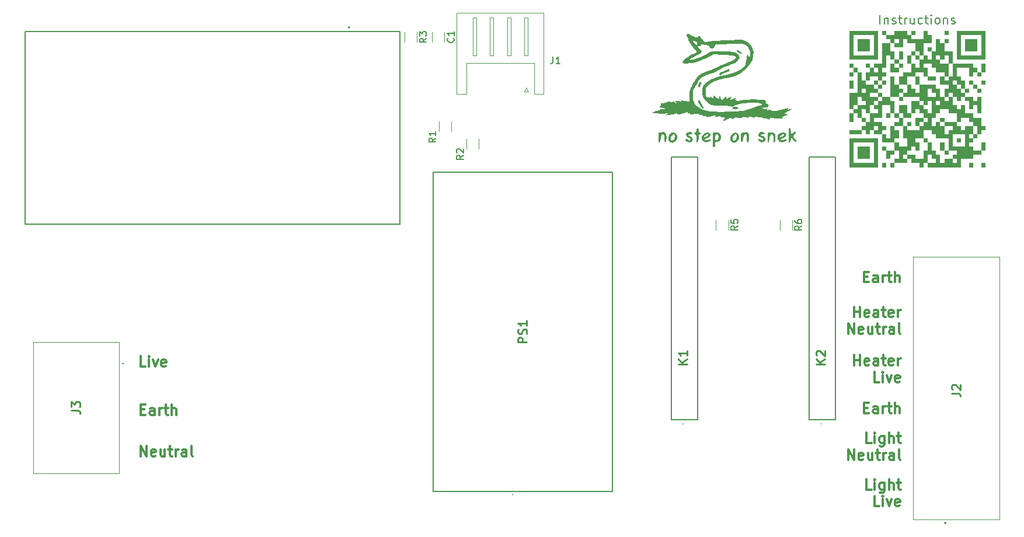
<source format=gbr>
%TF.GenerationSoftware,KiCad,Pcbnew,7.0.1*%
%TF.CreationDate,2023-05-13T00:12:20-05:00*%
%TF.ProjectId,sneksafe,736e616b-6574-4656-9d70-2e6b69636164,rev?*%
%TF.SameCoordinates,Original*%
%TF.FileFunction,Legend,Top*%
%TF.FilePolarity,Positive*%
%FSLAX46Y46*%
G04 Gerber Fmt 4.6, Leading zero omitted, Abs format (unit mm)*
G04 Created by KiCad (PCBNEW 7.0.1) date 2023-05-13 00:12:20*
%MOMM*%
%LPD*%
G01*
G04 APERTURE LIST*
%ADD10C,0.300000*%
%ADD11C,0.150000*%
%ADD12C,0.254000*%
%ADD13C,0.120000*%
%ADD14C,0.200000*%
%ADD15C,0.127000*%
%ADD16C,0.100000*%
G04 APERTURE END LIST*
D10*
X204321427Y-135636428D02*
X203607141Y-135636428D01*
X203607141Y-135636428D02*
X203607141Y-134136428D01*
X204821427Y-135636428D02*
X204821427Y-134636428D01*
X204821427Y-134136428D02*
X204749999Y-134207857D01*
X204749999Y-134207857D02*
X204821427Y-134279285D01*
X204821427Y-134279285D02*
X204892856Y-134207857D01*
X204892856Y-134207857D02*
X204821427Y-134136428D01*
X204821427Y-134136428D02*
X204821427Y-134279285D01*
X206178571Y-134636428D02*
X206178571Y-135850714D01*
X206178571Y-135850714D02*
X206107142Y-135993571D01*
X206107142Y-135993571D02*
X206035713Y-136065000D01*
X206035713Y-136065000D02*
X205892856Y-136136428D01*
X205892856Y-136136428D02*
X205678571Y-136136428D01*
X205678571Y-136136428D02*
X205535713Y-136065000D01*
X206178571Y-135565000D02*
X206035713Y-135636428D01*
X206035713Y-135636428D02*
X205749999Y-135636428D01*
X205749999Y-135636428D02*
X205607142Y-135565000D01*
X205607142Y-135565000D02*
X205535713Y-135493571D01*
X205535713Y-135493571D02*
X205464285Y-135350714D01*
X205464285Y-135350714D02*
X205464285Y-134922142D01*
X205464285Y-134922142D02*
X205535713Y-134779285D01*
X205535713Y-134779285D02*
X205607142Y-134707857D01*
X205607142Y-134707857D02*
X205749999Y-134636428D01*
X205749999Y-134636428D02*
X206035713Y-134636428D01*
X206035713Y-134636428D02*
X206178571Y-134707857D01*
X206892856Y-135636428D02*
X206892856Y-134136428D01*
X207535714Y-135636428D02*
X207535714Y-134850714D01*
X207535714Y-134850714D02*
X207464285Y-134707857D01*
X207464285Y-134707857D02*
X207321428Y-134636428D01*
X207321428Y-134636428D02*
X207107142Y-134636428D01*
X207107142Y-134636428D02*
X206964285Y-134707857D01*
X206964285Y-134707857D02*
X206892856Y-134779285D01*
X208035714Y-134636428D02*
X208607142Y-134636428D01*
X208249999Y-134136428D02*
X208249999Y-135422142D01*
X208249999Y-135422142D02*
X208321428Y-135565000D01*
X208321428Y-135565000D02*
X208464285Y-135636428D01*
X208464285Y-135636428D02*
X208607142Y-135636428D01*
X205464285Y-138066428D02*
X204749999Y-138066428D01*
X204749999Y-138066428D02*
X204749999Y-136566428D01*
X205964285Y-138066428D02*
X205964285Y-137066428D01*
X205964285Y-136566428D02*
X205892857Y-136637857D01*
X205892857Y-136637857D02*
X205964285Y-136709285D01*
X205964285Y-136709285D02*
X206035714Y-136637857D01*
X206035714Y-136637857D02*
X205964285Y-136566428D01*
X205964285Y-136566428D02*
X205964285Y-136709285D01*
X206535714Y-137066428D02*
X206892857Y-138066428D01*
X206892857Y-138066428D02*
X207250000Y-137066428D01*
X208392857Y-137995000D02*
X208250000Y-138066428D01*
X208250000Y-138066428D02*
X207964286Y-138066428D01*
X207964286Y-138066428D02*
X207821428Y-137995000D01*
X207821428Y-137995000D02*
X207750000Y-137852142D01*
X207750000Y-137852142D02*
X207750000Y-137280714D01*
X207750000Y-137280714D02*
X207821428Y-137137857D01*
X207821428Y-137137857D02*
X207964286Y-137066428D01*
X207964286Y-137066428D02*
X208250000Y-137066428D01*
X208250000Y-137066428D02*
X208392857Y-137137857D01*
X208392857Y-137137857D02*
X208464286Y-137280714D01*
X208464286Y-137280714D02*
X208464286Y-137423571D01*
X208464286Y-137423571D02*
X207750000Y-137566428D01*
X204321427Y-128886428D02*
X203607141Y-128886428D01*
X203607141Y-128886428D02*
X203607141Y-127386428D01*
X204821427Y-128886428D02*
X204821427Y-127886428D01*
X204821427Y-127386428D02*
X204749999Y-127457857D01*
X204749999Y-127457857D02*
X204821427Y-127529285D01*
X204821427Y-127529285D02*
X204892856Y-127457857D01*
X204892856Y-127457857D02*
X204821427Y-127386428D01*
X204821427Y-127386428D02*
X204821427Y-127529285D01*
X206178571Y-127886428D02*
X206178571Y-129100714D01*
X206178571Y-129100714D02*
X206107142Y-129243571D01*
X206107142Y-129243571D02*
X206035713Y-129315000D01*
X206035713Y-129315000D02*
X205892856Y-129386428D01*
X205892856Y-129386428D02*
X205678571Y-129386428D01*
X205678571Y-129386428D02*
X205535713Y-129315000D01*
X206178571Y-128815000D02*
X206035713Y-128886428D01*
X206035713Y-128886428D02*
X205749999Y-128886428D01*
X205749999Y-128886428D02*
X205607142Y-128815000D01*
X205607142Y-128815000D02*
X205535713Y-128743571D01*
X205535713Y-128743571D02*
X205464285Y-128600714D01*
X205464285Y-128600714D02*
X205464285Y-128172142D01*
X205464285Y-128172142D02*
X205535713Y-128029285D01*
X205535713Y-128029285D02*
X205607142Y-127957857D01*
X205607142Y-127957857D02*
X205749999Y-127886428D01*
X205749999Y-127886428D02*
X206035713Y-127886428D01*
X206035713Y-127886428D02*
X206178571Y-127957857D01*
X206892856Y-128886428D02*
X206892856Y-127386428D01*
X207535714Y-128886428D02*
X207535714Y-128100714D01*
X207535714Y-128100714D02*
X207464285Y-127957857D01*
X207464285Y-127957857D02*
X207321428Y-127886428D01*
X207321428Y-127886428D02*
X207107142Y-127886428D01*
X207107142Y-127886428D02*
X206964285Y-127957857D01*
X206964285Y-127957857D02*
X206892856Y-128029285D01*
X208035714Y-127886428D02*
X208607142Y-127886428D01*
X208249999Y-127386428D02*
X208249999Y-128672142D01*
X208249999Y-128672142D02*
X208321428Y-128815000D01*
X208321428Y-128815000D02*
X208464285Y-128886428D01*
X208464285Y-128886428D02*
X208607142Y-128886428D01*
X200964285Y-131316428D02*
X200964285Y-129816428D01*
X200964285Y-129816428D02*
X201821428Y-131316428D01*
X201821428Y-131316428D02*
X201821428Y-129816428D01*
X203107143Y-131245000D02*
X202964286Y-131316428D01*
X202964286Y-131316428D02*
X202678572Y-131316428D01*
X202678572Y-131316428D02*
X202535714Y-131245000D01*
X202535714Y-131245000D02*
X202464286Y-131102142D01*
X202464286Y-131102142D02*
X202464286Y-130530714D01*
X202464286Y-130530714D02*
X202535714Y-130387857D01*
X202535714Y-130387857D02*
X202678572Y-130316428D01*
X202678572Y-130316428D02*
X202964286Y-130316428D01*
X202964286Y-130316428D02*
X203107143Y-130387857D01*
X203107143Y-130387857D02*
X203178572Y-130530714D01*
X203178572Y-130530714D02*
X203178572Y-130673571D01*
X203178572Y-130673571D02*
X202464286Y-130816428D01*
X204464286Y-130316428D02*
X204464286Y-131316428D01*
X203821428Y-130316428D02*
X203821428Y-131102142D01*
X203821428Y-131102142D02*
X203892857Y-131245000D01*
X203892857Y-131245000D02*
X204035714Y-131316428D01*
X204035714Y-131316428D02*
X204250000Y-131316428D01*
X204250000Y-131316428D02*
X204392857Y-131245000D01*
X204392857Y-131245000D02*
X204464286Y-131173571D01*
X204964286Y-130316428D02*
X205535714Y-130316428D01*
X205178571Y-129816428D02*
X205178571Y-131102142D01*
X205178571Y-131102142D02*
X205250000Y-131245000D01*
X205250000Y-131245000D02*
X205392857Y-131316428D01*
X205392857Y-131316428D02*
X205535714Y-131316428D01*
X206035714Y-131316428D02*
X206035714Y-130316428D01*
X206035714Y-130602142D02*
X206107143Y-130459285D01*
X206107143Y-130459285D02*
X206178572Y-130387857D01*
X206178572Y-130387857D02*
X206321429Y-130316428D01*
X206321429Y-130316428D02*
X206464286Y-130316428D01*
X207607143Y-131316428D02*
X207607143Y-130530714D01*
X207607143Y-130530714D02*
X207535714Y-130387857D01*
X207535714Y-130387857D02*
X207392857Y-130316428D01*
X207392857Y-130316428D02*
X207107143Y-130316428D01*
X207107143Y-130316428D02*
X206964285Y-130387857D01*
X207607143Y-131245000D02*
X207464285Y-131316428D01*
X207464285Y-131316428D02*
X207107143Y-131316428D01*
X207107143Y-131316428D02*
X206964285Y-131245000D01*
X206964285Y-131245000D02*
X206892857Y-131102142D01*
X206892857Y-131102142D02*
X206892857Y-130959285D01*
X206892857Y-130959285D02*
X206964285Y-130816428D01*
X206964285Y-130816428D02*
X207107143Y-130745000D01*
X207107143Y-130745000D02*
X207464285Y-130745000D01*
X207464285Y-130745000D02*
X207607143Y-130673571D01*
X208535714Y-131316428D02*
X208392857Y-131245000D01*
X208392857Y-131245000D02*
X208321428Y-131102142D01*
X208321428Y-131102142D02*
X208321428Y-129816428D01*
X203249999Y-123780714D02*
X203749999Y-123780714D01*
X203964285Y-124566428D02*
X203249999Y-124566428D01*
X203249999Y-124566428D02*
X203249999Y-123066428D01*
X203249999Y-123066428D02*
X203964285Y-123066428D01*
X205250000Y-124566428D02*
X205250000Y-123780714D01*
X205250000Y-123780714D02*
X205178571Y-123637857D01*
X205178571Y-123637857D02*
X205035714Y-123566428D01*
X205035714Y-123566428D02*
X204750000Y-123566428D01*
X204750000Y-123566428D02*
X204607142Y-123637857D01*
X205250000Y-124495000D02*
X205107142Y-124566428D01*
X205107142Y-124566428D02*
X204750000Y-124566428D01*
X204750000Y-124566428D02*
X204607142Y-124495000D01*
X204607142Y-124495000D02*
X204535714Y-124352142D01*
X204535714Y-124352142D02*
X204535714Y-124209285D01*
X204535714Y-124209285D02*
X204607142Y-124066428D01*
X204607142Y-124066428D02*
X204750000Y-123995000D01*
X204750000Y-123995000D02*
X205107142Y-123995000D01*
X205107142Y-123995000D02*
X205250000Y-123923571D01*
X205964285Y-124566428D02*
X205964285Y-123566428D01*
X205964285Y-123852142D02*
X206035714Y-123709285D01*
X206035714Y-123709285D02*
X206107143Y-123637857D01*
X206107143Y-123637857D02*
X206250000Y-123566428D01*
X206250000Y-123566428D02*
X206392857Y-123566428D01*
X206678571Y-123566428D02*
X207249999Y-123566428D01*
X206892856Y-123066428D02*
X206892856Y-124352142D01*
X206892856Y-124352142D02*
X206964285Y-124495000D01*
X206964285Y-124495000D02*
X207107142Y-124566428D01*
X207107142Y-124566428D02*
X207249999Y-124566428D01*
X207749999Y-124566428D02*
X207749999Y-123066428D01*
X208392857Y-124566428D02*
X208392857Y-123780714D01*
X208392857Y-123780714D02*
X208321428Y-123637857D01*
X208321428Y-123637857D02*
X208178571Y-123566428D01*
X208178571Y-123566428D02*
X207964285Y-123566428D01*
X207964285Y-123566428D02*
X207821428Y-123637857D01*
X207821428Y-123637857D02*
X207749999Y-123709285D01*
X201821428Y-117636428D02*
X201821428Y-116136428D01*
X201821428Y-116850714D02*
X202678571Y-116850714D01*
X202678571Y-117636428D02*
X202678571Y-116136428D01*
X203964286Y-117565000D02*
X203821429Y-117636428D01*
X203821429Y-117636428D02*
X203535715Y-117636428D01*
X203535715Y-117636428D02*
X203392857Y-117565000D01*
X203392857Y-117565000D02*
X203321429Y-117422142D01*
X203321429Y-117422142D02*
X203321429Y-116850714D01*
X203321429Y-116850714D02*
X203392857Y-116707857D01*
X203392857Y-116707857D02*
X203535715Y-116636428D01*
X203535715Y-116636428D02*
X203821429Y-116636428D01*
X203821429Y-116636428D02*
X203964286Y-116707857D01*
X203964286Y-116707857D02*
X204035715Y-116850714D01*
X204035715Y-116850714D02*
X204035715Y-116993571D01*
X204035715Y-116993571D02*
X203321429Y-117136428D01*
X205321429Y-117636428D02*
X205321429Y-116850714D01*
X205321429Y-116850714D02*
X205250000Y-116707857D01*
X205250000Y-116707857D02*
X205107143Y-116636428D01*
X205107143Y-116636428D02*
X204821429Y-116636428D01*
X204821429Y-116636428D02*
X204678571Y-116707857D01*
X205321429Y-117565000D02*
X205178571Y-117636428D01*
X205178571Y-117636428D02*
X204821429Y-117636428D01*
X204821429Y-117636428D02*
X204678571Y-117565000D01*
X204678571Y-117565000D02*
X204607143Y-117422142D01*
X204607143Y-117422142D02*
X204607143Y-117279285D01*
X204607143Y-117279285D02*
X204678571Y-117136428D01*
X204678571Y-117136428D02*
X204821429Y-117065000D01*
X204821429Y-117065000D02*
X205178571Y-117065000D01*
X205178571Y-117065000D02*
X205321429Y-116993571D01*
X205821429Y-116636428D02*
X206392857Y-116636428D01*
X206035714Y-116136428D02*
X206035714Y-117422142D01*
X206035714Y-117422142D02*
X206107143Y-117565000D01*
X206107143Y-117565000D02*
X206250000Y-117636428D01*
X206250000Y-117636428D02*
X206392857Y-117636428D01*
X207464286Y-117565000D02*
X207321429Y-117636428D01*
X207321429Y-117636428D02*
X207035715Y-117636428D01*
X207035715Y-117636428D02*
X206892857Y-117565000D01*
X206892857Y-117565000D02*
X206821429Y-117422142D01*
X206821429Y-117422142D02*
X206821429Y-116850714D01*
X206821429Y-116850714D02*
X206892857Y-116707857D01*
X206892857Y-116707857D02*
X207035715Y-116636428D01*
X207035715Y-116636428D02*
X207321429Y-116636428D01*
X207321429Y-116636428D02*
X207464286Y-116707857D01*
X207464286Y-116707857D02*
X207535715Y-116850714D01*
X207535715Y-116850714D02*
X207535715Y-116993571D01*
X207535715Y-116993571D02*
X206821429Y-117136428D01*
X208178571Y-117636428D02*
X208178571Y-116636428D01*
X208178571Y-116922142D02*
X208250000Y-116779285D01*
X208250000Y-116779285D02*
X208321429Y-116707857D01*
X208321429Y-116707857D02*
X208464286Y-116636428D01*
X208464286Y-116636428D02*
X208607143Y-116636428D01*
X205464285Y-120066428D02*
X204749999Y-120066428D01*
X204749999Y-120066428D02*
X204749999Y-118566428D01*
X205964285Y-120066428D02*
X205964285Y-119066428D01*
X205964285Y-118566428D02*
X205892857Y-118637857D01*
X205892857Y-118637857D02*
X205964285Y-118709285D01*
X205964285Y-118709285D02*
X206035714Y-118637857D01*
X206035714Y-118637857D02*
X205964285Y-118566428D01*
X205964285Y-118566428D02*
X205964285Y-118709285D01*
X206535714Y-119066428D02*
X206892857Y-120066428D01*
X206892857Y-120066428D02*
X207250000Y-119066428D01*
X208392857Y-119995000D02*
X208250000Y-120066428D01*
X208250000Y-120066428D02*
X207964286Y-120066428D01*
X207964286Y-120066428D02*
X207821428Y-119995000D01*
X207821428Y-119995000D02*
X207750000Y-119852142D01*
X207750000Y-119852142D02*
X207750000Y-119280714D01*
X207750000Y-119280714D02*
X207821428Y-119137857D01*
X207821428Y-119137857D02*
X207964286Y-119066428D01*
X207964286Y-119066428D02*
X208250000Y-119066428D01*
X208250000Y-119066428D02*
X208392857Y-119137857D01*
X208392857Y-119137857D02*
X208464286Y-119280714D01*
X208464286Y-119280714D02*
X208464286Y-119423571D01*
X208464286Y-119423571D02*
X207750000Y-119566428D01*
X201821428Y-110636428D02*
X201821428Y-109136428D01*
X201821428Y-109850714D02*
X202678571Y-109850714D01*
X202678571Y-110636428D02*
X202678571Y-109136428D01*
X203964286Y-110565000D02*
X203821429Y-110636428D01*
X203821429Y-110636428D02*
X203535715Y-110636428D01*
X203535715Y-110636428D02*
X203392857Y-110565000D01*
X203392857Y-110565000D02*
X203321429Y-110422142D01*
X203321429Y-110422142D02*
X203321429Y-109850714D01*
X203321429Y-109850714D02*
X203392857Y-109707857D01*
X203392857Y-109707857D02*
X203535715Y-109636428D01*
X203535715Y-109636428D02*
X203821429Y-109636428D01*
X203821429Y-109636428D02*
X203964286Y-109707857D01*
X203964286Y-109707857D02*
X204035715Y-109850714D01*
X204035715Y-109850714D02*
X204035715Y-109993571D01*
X204035715Y-109993571D02*
X203321429Y-110136428D01*
X205321429Y-110636428D02*
X205321429Y-109850714D01*
X205321429Y-109850714D02*
X205250000Y-109707857D01*
X205250000Y-109707857D02*
X205107143Y-109636428D01*
X205107143Y-109636428D02*
X204821429Y-109636428D01*
X204821429Y-109636428D02*
X204678571Y-109707857D01*
X205321429Y-110565000D02*
X205178571Y-110636428D01*
X205178571Y-110636428D02*
X204821429Y-110636428D01*
X204821429Y-110636428D02*
X204678571Y-110565000D01*
X204678571Y-110565000D02*
X204607143Y-110422142D01*
X204607143Y-110422142D02*
X204607143Y-110279285D01*
X204607143Y-110279285D02*
X204678571Y-110136428D01*
X204678571Y-110136428D02*
X204821429Y-110065000D01*
X204821429Y-110065000D02*
X205178571Y-110065000D01*
X205178571Y-110065000D02*
X205321429Y-109993571D01*
X205821429Y-109636428D02*
X206392857Y-109636428D01*
X206035714Y-109136428D02*
X206035714Y-110422142D01*
X206035714Y-110422142D02*
X206107143Y-110565000D01*
X206107143Y-110565000D02*
X206250000Y-110636428D01*
X206250000Y-110636428D02*
X206392857Y-110636428D01*
X207464286Y-110565000D02*
X207321429Y-110636428D01*
X207321429Y-110636428D02*
X207035715Y-110636428D01*
X207035715Y-110636428D02*
X206892857Y-110565000D01*
X206892857Y-110565000D02*
X206821429Y-110422142D01*
X206821429Y-110422142D02*
X206821429Y-109850714D01*
X206821429Y-109850714D02*
X206892857Y-109707857D01*
X206892857Y-109707857D02*
X207035715Y-109636428D01*
X207035715Y-109636428D02*
X207321429Y-109636428D01*
X207321429Y-109636428D02*
X207464286Y-109707857D01*
X207464286Y-109707857D02*
X207535715Y-109850714D01*
X207535715Y-109850714D02*
X207535715Y-109993571D01*
X207535715Y-109993571D02*
X206821429Y-110136428D01*
X208178571Y-110636428D02*
X208178571Y-109636428D01*
X208178571Y-109922142D02*
X208250000Y-109779285D01*
X208250000Y-109779285D02*
X208321429Y-109707857D01*
X208321429Y-109707857D02*
X208464286Y-109636428D01*
X208464286Y-109636428D02*
X208607143Y-109636428D01*
X200964285Y-113066428D02*
X200964285Y-111566428D01*
X200964285Y-111566428D02*
X201821428Y-113066428D01*
X201821428Y-113066428D02*
X201821428Y-111566428D01*
X203107143Y-112995000D02*
X202964286Y-113066428D01*
X202964286Y-113066428D02*
X202678572Y-113066428D01*
X202678572Y-113066428D02*
X202535714Y-112995000D01*
X202535714Y-112995000D02*
X202464286Y-112852142D01*
X202464286Y-112852142D02*
X202464286Y-112280714D01*
X202464286Y-112280714D02*
X202535714Y-112137857D01*
X202535714Y-112137857D02*
X202678572Y-112066428D01*
X202678572Y-112066428D02*
X202964286Y-112066428D01*
X202964286Y-112066428D02*
X203107143Y-112137857D01*
X203107143Y-112137857D02*
X203178572Y-112280714D01*
X203178572Y-112280714D02*
X203178572Y-112423571D01*
X203178572Y-112423571D02*
X202464286Y-112566428D01*
X204464286Y-112066428D02*
X204464286Y-113066428D01*
X203821428Y-112066428D02*
X203821428Y-112852142D01*
X203821428Y-112852142D02*
X203892857Y-112995000D01*
X203892857Y-112995000D02*
X204035714Y-113066428D01*
X204035714Y-113066428D02*
X204250000Y-113066428D01*
X204250000Y-113066428D02*
X204392857Y-112995000D01*
X204392857Y-112995000D02*
X204464286Y-112923571D01*
X204964286Y-112066428D02*
X205535714Y-112066428D01*
X205178571Y-111566428D02*
X205178571Y-112852142D01*
X205178571Y-112852142D02*
X205250000Y-112995000D01*
X205250000Y-112995000D02*
X205392857Y-113066428D01*
X205392857Y-113066428D02*
X205535714Y-113066428D01*
X206035714Y-113066428D02*
X206035714Y-112066428D01*
X206035714Y-112352142D02*
X206107143Y-112209285D01*
X206107143Y-112209285D02*
X206178572Y-112137857D01*
X206178572Y-112137857D02*
X206321429Y-112066428D01*
X206321429Y-112066428D02*
X206464286Y-112066428D01*
X207607143Y-113066428D02*
X207607143Y-112280714D01*
X207607143Y-112280714D02*
X207535714Y-112137857D01*
X207535714Y-112137857D02*
X207392857Y-112066428D01*
X207392857Y-112066428D02*
X207107143Y-112066428D01*
X207107143Y-112066428D02*
X206964285Y-112137857D01*
X207607143Y-112995000D02*
X207464285Y-113066428D01*
X207464285Y-113066428D02*
X207107143Y-113066428D01*
X207107143Y-113066428D02*
X206964285Y-112995000D01*
X206964285Y-112995000D02*
X206892857Y-112852142D01*
X206892857Y-112852142D02*
X206892857Y-112709285D01*
X206892857Y-112709285D02*
X206964285Y-112566428D01*
X206964285Y-112566428D02*
X207107143Y-112495000D01*
X207107143Y-112495000D02*
X207464285Y-112495000D01*
X207464285Y-112495000D02*
X207607143Y-112423571D01*
X208535714Y-113066428D02*
X208392857Y-112995000D01*
X208392857Y-112995000D02*
X208321428Y-112852142D01*
X208321428Y-112852142D02*
X208321428Y-111566428D01*
X203249999Y-104780714D02*
X203749999Y-104780714D01*
X203964285Y-105566428D02*
X203249999Y-105566428D01*
X203249999Y-105566428D02*
X203249999Y-104066428D01*
X203249999Y-104066428D02*
X203964285Y-104066428D01*
X205250000Y-105566428D02*
X205250000Y-104780714D01*
X205250000Y-104780714D02*
X205178571Y-104637857D01*
X205178571Y-104637857D02*
X205035714Y-104566428D01*
X205035714Y-104566428D02*
X204750000Y-104566428D01*
X204750000Y-104566428D02*
X204607142Y-104637857D01*
X205250000Y-105495000D02*
X205107142Y-105566428D01*
X205107142Y-105566428D02*
X204750000Y-105566428D01*
X204750000Y-105566428D02*
X204607142Y-105495000D01*
X204607142Y-105495000D02*
X204535714Y-105352142D01*
X204535714Y-105352142D02*
X204535714Y-105209285D01*
X204535714Y-105209285D02*
X204607142Y-105066428D01*
X204607142Y-105066428D02*
X204750000Y-104995000D01*
X204750000Y-104995000D02*
X205107142Y-104995000D01*
X205107142Y-104995000D02*
X205250000Y-104923571D01*
X205964285Y-105566428D02*
X205964285Y-104566428D01*
X205964285Y-104852142D02*
X206035714Y-104709285D01*
X206035714Y-104709285D02*
X206107143Y-104637857D01*
X206107143Y-104637857D02*
X206250000Y-104566428D01*
X206250000Y-104566428D02*
X206392857Y-104566428D01*
X206678571Y-104566428D02*
X207249999Y-104566428D01*
X206892856Y-104066428D02*
X206892856Y-105352142D01*
X206892856Y-105352142D02*
X206964285Y-105495000D01*
X206964285Y-105495000D02*
X207107142Y-105566428D01*
X207107142Y-105566428D02*
X207249999Y-105566428D01*
X207749999Y-105566428D02*
X207749999Y-104066428D01*
X208392857Y-105566428D02*
X208392857Y-104780714D01*
X208392857Y-104780714D02*
X208321428Y-104637857D01*
X208321428Y-104637857D02*
X208178571Y-104566428D01*
X208178571Y-104566428D02*
X207964285Y-104566428D01*
X207964285Y-104566428D02*
X207821428Y-104637857D01*
X207821428Y-104637857D02*
X207749999Y-104709285D01*
X98357142Y-124030714D02*
X98857142Y-124030714D01*
X99071428Y-124816428D02*
X98357142Y-124816428D01*
X98357142Y-124816428D02*
X98357142Y-123316428D01*
X98357142Y-123316428D02*
X99071428Y-123316428D01*
X100357143Y-124816428D02*
X100357143Y-124030714D01*
X100357143Y-124030714D02*
X100285714Y-123887857D01*
X100285714Y-123887857D02*
X100142857Y-123816428D01*
X100142857Y-123816428D02*
X99857143Y-123816428D01*
X99857143Y-123816428D02*
X99714285Y-123887857D01*
X100357143Y-124745000D02*
X100214285Y-124816428D01*
X100214285Y-124816428D02*
X99857143Y-124816428D01*
X99857143Y-124816428D02*
X99714285Y-124745000D01*
X99714285Y-124745000D02*
X99642857Y-124602142D01*
X99642857Y-124602142D02*
X99642857Y-124459285D01*
X99642857Y-124459285D02*
X99714285Y-124316428D01*
X99714285Y-124316428D02*
X99857143Y-124245000D01*
X99857143Y-124245000D02*
X100214285Y-124245000D01*
X100214285Y-124245000D02*
X100357143Y-124173571D01*
X101071428Y-124816428D02*
X101071428Y-123816428D01*
X101071428Y-124102142D02*
X101142857Y-123959285D01*
X101142857Y-123959285D02*
X101214286Y-123887857D01*
X101214286Y-123887857D02*
X101357143Y-123816428D01*
X101357143Y-123816428D02*
X101500000Y-123816428D01*
X101785714Y-123816428D02*
X102357142Y-123816428D01*
X101999999Y-123316428D02*
X101999999Y-124602142D01*
X101999999Y-124602142D02*
X102071428Y-124745000D01*
X102071428Y-124745000D02*
X102214285Y-124816428D01*
X102214285Y-124816428D02*
X102357142Y-124816428D01*
X102857142Y-124816428D02*
X102857142Y-123316428D01*
X103500000Y-124816428D02*
X103500000Y-124030714D01*
X103500000Y-124030714D02*
X103428571Y-123887857D01*
X103428571Y-123887857D02*
X103285714Y-123816428D01*
X103285714Y-123816428D02*
X103071428Y-123816428D01*
X103071428Y-123816428D02*
X102928571Y-123887857D01*
X102928571Y-123887857D02*
X102857142Y-123959285D01*
X98357142Y-130816428D02*
X98357142Y-129316428D01*
X98357142Y-129316428D02*
X99214285Y-130816428D01*
X99214285Y-130816428D02*
X99214285Y-129316428D01*
X100500000Y-130745000D02*
X100357143Y-130816428D01*
X100357143Y-130816428D02*
X100071429Y-130816428D01*
X100071429Y-130816428D02*
X99928571Y-130745000D01*
X99928571Y-130745000D02*
X99857143Y-130602142D01*
X99857143Y-130602142D02*
X99857143Y-130030714D01*
X99857143Y-130030714D02*
X99928571Y-129887857D01*
X99928571Y-129887857D02*
X100071429Y-129816428D01*
X100071429Y-129816428D02*
X100357143Y-129816428D01*
X100357143Y-129816428D02*
X100500000Y-129887857D01*
X100500000Y-129887857D02*
X100571429Y-130030714D01*
X100571429Y-130030714D02*
X100571429Y-130173571D01*
X100571429Y-130173571D02*
X99857143Y-130316428D01*
X101857143Y-129816428D02*
X101857143Y-130816428D01*
X101214285Y-129816428D02*
X101214285Y-130602142D01*
X101214285Y-130602142D02*
X101285714Y-130745000D01*
X101285714Y-130745000D02*
X101428571Y-130816428D01*
X101428571Y-130816428D02*
X101642857Y-130816428D01*
X101642857Y-130816428D02*
X101785714Y-130745000D01*
X101785714Y-130745000D02*
X101857143Y-130673571D01*
X102357143Y-129816428D02*
X102928571Y-129816428D01*
X102571428Y-129316428D02*
X102571428Y-130602142D01*
X102571428Y-130602142D02*
X102642857Y-130745000D01*
X102642857Y-130745000D02*
X102785714Y-130816428D01*
X102785714Y-130816428D02*
X102928571Y-130816428D01*
X103428571Y-130816428D02*
X103428571Y-129816428D01*
X103428571Y-130102142D02*
X103500000Y-129959285D01*
X103500000Y-129959285D02*
X103571429Y-129887857D01*
X103571429Y-129887857D02*
X103714286Y-129816428D01*
X103714286Y-129816428D02*
X103857143Y-129816428D01*
X105000000Y-130816428D02*
X105000000Y-130030714D01*
X105000000Y-130030714D02*
X104928571Y-129887857D01*
X104928571Y-129887857D02*
X104785714Y-129816428D01*
X104785714Y-129816428D02*
X104500000Y-129816428D01*
X104500000Y-129816428D02*
X104357142Y-129887857D01*
X105000000Y-130745000D02*
X104857142Y-130816428D01*
X104857142Y-130816428D02*
X104500000Y-130816428D01*
X104500000Y-130816428D02*
X104357142Y-130745000D01*
X104357142Y-130745000D02*
X104285714Y-130602142D01*
X104285714Y-130602142D02*
X104285714Y-130459285D01*
X104285714Y-130459285D02*
X104357142Y-130316428D01*
X104357142Y-130316428D02*
X104500000Y-130245000D01*
X104500000Y-130245000D02*
X104857142Y-130245000D01*
X104857142Y-130245000D02*
X105000000Y-130173571D01*
X105928571Y-130816428D02*
X105785714Y-130745000D01*
X105785714Y-130745000D02*
X105714285Y-130602142D01*
X105714285Y-130602142D02*
X105714285Y-129316428D01*
X99071428Y-117816428D02*
X98357142Y-117816428D01*
X98357142Y-117816428D02*
X98357142Y-116316428D01*
X99571428Y-117816428D02*
X99571428Y-116816428D01*
X99571428Y-116316428D02*
X99500000Y-116387857D01*
X99500000Y-116387857D02*
X99571428Y-116459285D01*
X99571428Y-116459285D02*
X99642857Y-116387857D01*
X99642857Y-116387857D02*
X99571428Y-116316428D01*
X99571428Y-116316428D02*
X99571428Y-116459285D01*
X100142857Y-116816428D02*
X100500000Y-117816428D01*
X100500000Y-117816428D02*
X100857143Y-116816428D01*
X102000000Y-117745000D02*
X101857143Y-117816428D01*
X101857143Y-117816428D02*
X101571429Y-117816428D01*
X101571429Y-117816428D02*
X101428571Y-117745000D01*
X101428571Y-117745000D02*
X101357143Y-117602142D01*
X101357143Y-117602142D02*
X101357143Y-117030714D01*
X101357143Y-117030714D02*
X101428571Y-116887857D01*
X101428571Y-116887857D02*
X101571429Y-116816428D01*
X101571429Y-116816428D02*
X101857143Y-116816428D01*
X101857143Y-116816428D02*
X102000000Y-116887857D01*
X102000000Y-116887857D02*
X102071429Y-117030714D01*
X102071429Y-117030714D02*
X102071429Y-117173571D01*
X102071429Y-117173571D02*
X101357143Y-117316428D01*
D11*
%TO.C,R1*%
X141142619Y-84666666D02*
X140666428Y-84999999D01*
X141142619Y-85238094D02*
X140142619Y-85238094D01*
X140142619Y-85238094D02*
X140142619Y-84857142D01*
X140142619Y-84857142D02*
X140190238Y-84761904D01*
X140190238Y-84761904D02*
X140237857Y-84714285D01*
X140237857Y-84714285D02*
X140333095Y-84666666D01*
X140333095Y-84666666D02*
X140475952Y-84666666D01*
X140475952Y-84666666D02*
X140571190Y-84714285D01*
X140571190Y-84714285D02*
X140618809Y-84761904D01*
X140618809Y-84761904D02*
X140666428Y-84857142D01*
X140666428Y-84857142D02*
X140666428Y-85238094D01*
X141142619Y-83714285D02*
X141142619Y-84285713D01*
X141142619Y-83999999D02*
X140142619Y-83999999D01*
X140142619Y-83999999D02*
X140285476Y-84095237D01*
X140285476Y-84095237D02*
X140380714Y-84190475D01*
X140380714Y-84190475D02*
X140428333Y-84285713D01*
%TO.C,R2*%
X145142619Y-87166666D02*
X144666428Y-87499999D01*
X145142619Y-87738094D02*
X144142619Y-87738094D01*
X144142619Y-87738094D02*
X144142619Y-87357142D01*
X144142619Y-87357142D02*
X144190238Y-87261904D01*
X144190238Y-87261904D02*
X144237857Y-87214285D01*
X144237857Y-87214285D02*
X144333095Y-87166666D01*
X144333095Y-87166666D02*
X144475952Y-87166666D01*
X144475952Y-87166666D02*
X144571190Y-87214285D01*
X144571190Y-87214285D02*
X144618809Y-87261904D01*
X144618809Y-87261904D02*
X144666428Y-87357142D01*
X144666428Y-87357142D02*
X144666428Y-87738094D01*
X144237857Y-86785713D02*
X144190238Y-86738094D01*
X144190238Y-86738094D02*
X144142619Y-86642856D01*
X144142619Y-86642856D02*
X144142619Y-86404761D01*
X144142619Y-86404761D02*
X144190238Y-86309523D01*
X144190238Y-86309523D02*
X144237857Y-86261904D01*
X144237857Y-86261904D02*
X144333095Y-86214285D01*
X144333095Y-86214285D02*
X144428333Y-86214285D01*
X144428333Y-86214285D02*
X144571190Y-86261904D01*
X144571190Y-86261904D02*
X145142619Y-86833332D01*
X145142619Y-86833332D02*
X145142619Y-86214285D01*
%TO.C,R3*%
X139782619Y-70196666D02*
X139306428Y-70529999D01*
X139782619Y-70768094D02*
X138782619Y-70768094D01*
X138782619Y-70768094D02*
X138782619Y-70387142D01*
X138782619Y-70387142D02*
X138830238Y-70291904D01*
X138830238Y-70291904D02*
X138877857Y-70244285D01*
X138877857Y-70244285D02*
X138973095Y-70196666D01*
X138973095Y-70196666D02*
X139115952Y-70196666D01*
X139115952Y-70196666D02*
X139211190Y-70244285D01*
X139211190Y-70244285D02*
X139258809Y-70291904D01*
X139258809Y-70291904D02*
X139306428Y-70387142D01*
X139306428Y-70387142D02*
X139306428Y-70768094D01*
X138782619Y-69863332D02*
X138782619Y-69244285D01*
X138782619Y-69244285D02*
X139163571Y-69577618D01*
X139163571Y-69577618D02*
X139163571Y-69434761D01*
X139163571Y-69434761D02*
X139211190Y-69339523D01*
X139211190Y-69339523D02*
X139258809Y-69291904D01*
X139258809Y-69291904D02*
X139354047Y-69244285D01*
X139354047Y-69244285D02*
X139592142Y-69244285D01*
X139592142Y-69244285D02*
X139687380Y-69291904D01*
X139687380Y-69291904D02*
X139735000Y-69339523D01*
X139735000Y-69339523D02*
X139782619Y-69434761D01*
X139782619Y-69434761D02*
X139782619Y-69720475D01*
X139782619Y-69720475D02*
X139735000Y-69815713D01*
X139735000Y-69815713D02*
X139687380Y-69863332D01*
%TO.C,R6*%
X194221119Y-97416666D02*
X193744928Y-97749999D01*
X194221119Y-97988094D02*
X193221119Y-97988094D01*
X193221119Y-97988094D02*
X193221119Y-97607142D01*
X193221119Y-97607142D02*
X193268738Y-97511904D01*
X193268738Y-97511904D02*
X193316357Y-97464285D01*
X193316357Y-97464285D02*
X193411595Y-97416666D01*
X193411595Y-97416666D02*
X193554452Y-97416666D01*
X193554452Y-97416666D02*
X193649690Y-97464285D01*
X193649690Y-97464285D02*
X193697309Y-97511904D01*
X193697309Y-97511904D02*
X193744928Y-97607142D01*
X193744928Y-97607142D02*
X193744928Y-97988094D01*
X193221119Y-96559523D02*
X193221119Y-96749999D01*
X193221119Y-96749999D02*
X193268738Y-96845237D01*
X193268738Y-96845237D02*
X193316357Y-96892856D01*
X193316357Y-96892856D02*
X193459214Y-96988094D01*
X193459214Y-96988094D02*
X193649690Y-97035713D01*
X193649690Y-97035713D02*
X194030642Y-97035713D01*
X194030642Y-97035713D02*
X194125880Y-96988094D01*
X194125880Y-96988094D02*
X194173500Y-96940475D01*
X194173500Y-96940475D02*
X194221119Y-96845237D01*
X194221119Y-96845237D02*
X194221119Y-96654761D01*
X194221119Y-96654761D02*
X194173500Y-96559523D01*
X194173500Y-96559523D02*
X194125880Y-96511904D01*
X194125880Y-96511904D02*
X194030642Y-96464285D01*
X194030642Y-96464285D02*
X193792547Y-96464285D01*
X193792547Y-96464285D02*
X193697309Y-96511904D01*
X193697309Y-96511904D02*
X193649690Y-96559523D01*
X193649690Y-96559523D02*
X193602071Y-96654761D01*
X193602071Y-96654761D02*
X193602071Y-96845237D01*
X193602071Y-96845237D02*
X193649690Y-96940475D01*
X193649690Y-96940475D02*
X193697309Y-96988094D01*
X193697309Y-96988094D02*
X193792547Y-97035713D01*
D12*
%TO.C,J2*%
X215967526Y-121673332D02*
X216874669Y-121673332D01*
X216874669Y-121673332D02*
X217056097Y-121733809D01*
X217056097Y-121733809D02*
X217177050Y-121854761D01*
X217177050Y-121854761D02*
X217237526Y-122036190D01*
X217237526Y-122036190D02*
X217237526Y-122157142D01*
X216088478Y-121129047D02*
X216028002Y-121068571D01*
X216028002Y-121068571D02*
X215967526Y-120947618D01*
X215967526Y-120947618D02*
X215967526Y-120645237D01*
X215967526Y-120645237D02*
X216028002Y-120524285D01*
X216028002Y-120524285D02*
X216088478Y-120463809D01*
X216088478Y-120463809D02*
X216209430Y-120403332D01*
X216209430Y-120403332D02*
X216330383Y-120403332D01*
X216330383Y-120403332D02*
X216511811Y-120463809D01*
X216511811Y-120463809D02*
X217237526Y-121189523D01*
X217237526Y-121189523D02*
X217237526Y-120403332D01*
%TO.C,PS1*%
X154337526Y-114292143D02*
X153067526Y-114292143D01*
X153067526Y-114292143D02*
X153067526Y-113808333D01*
X153067526Y-113808333D02*
X153128002Y-113687381D01*
X153128002Y-113687381D02*
X153188478Y-113626904D01*
X153188478Y-113626904D02*
X153309430Y-113566428D01*
X153309430Y-113566428D02*
X153490859Y-113566428D01*
X153490859Y-113566428D02*
X153611811Y-113626904D01*
X153611811Y-113626904D02*
X153672288Y-113687381D01*
X153672288Y-113687381D02*
X153732764Y-113808333D01*
X153732764Y-113808333D02*
X153732764Y-114292143D01*
X154277050Y-113082619D02*
X154337526Y-112901190D01*
X154337526Y-112901190D02*
X154337526Y-112598809D01*
X154337526Y-112598809D02*
X154277050Y-112477857D01*
X154277050Y-112477857D02*
X154216573Y-112417381D01*
X154216573Y-112417381D02*
X154095621Y-112356904D01*
X154095621Y-112356904D02*
X153974669Y-112356904D01*
X153974669Y-112356904D02*
X153853716Y-112417381D01*
X153853716Y-112417381D02*
X153793240Y-112477857D01*
X153793240Y-112477857D02*
X153732764Y-112598809D01*
X153732764Y-112598809D02*
X153672288Y-112840714D01*
X153672288Y-112840714D02*
X153611811Y-112961666D01*
X153611811Y-112961666D02*
X153551335Y-113022143D01*
X153551335Y-113022143D02*
X153430383Y-113082619D01*
X153430383Y-113082619D02*
X153309430Y-113082619D01*
X153309430Y-113082619D02*
X153188478Y-113022143D01*
X153188478Y-113022143D02*
X153128002Y-112961666D01*
X153128002Y-112961666D02*
X153067526Y-112840714D01*
X153067526Y-112840714D02*
X153067526Y-112538333D01*
X153067526Y-112538333D02*
X153128002Y-112356904D01*
X154337526Y-111147380D02*
X154337526Y-111873095D01*
X154337526Y-111510238D02*
X153067526Y-111510238D01*
X153067526Y-111510238D02*
X153248954Y-111631190D01*
X153248954Y-111631190D02*
X153369907Y-111752142D01*
X153369907Y-111752142D02*
X153430383Y-111873095D01*
D11*
%TO.C,R5*%
X184971119Y-97416666D02*
X184494928Y-97749999D01*
X184971119Y-97988094D02*
X183971119Y-97988094D01*
X183971119Y-97988094D02*
X183971119Y-97607142D01*
X183971119Y-97607142D02*
X184018738Y-97511904D01*
X184018738Y-97511904D02*
X184066357Y-97464285D01*
X184066357Y-97464285D02*
X184161595Y-97416666D01*
X184161595Y-97416666D02*
X184304452Y-97416666D01*
X184304452Y-97416666D02*
X184399690Y-97464285D01*
X184399690Y-97464285D02*
X184447309Y-97511904D01*
X184447309Y-97511904D02*
X184494928Y-97607142D01*
X184494928Y-97607142D02*
X184494928Y-97988094D01*
X183971119Y-96511904D02*
X183971119Y-96988094D01*
X183971119Y-96988094D02*
X184447309Y-97035713D01*
X184447309Y-97035713D02*
X184399690Y-96988094D01*
X184399690Y-96988094D02*
X184352071Y-96892856D01*
X184352071Y-96892856D02*
X184352071Y-96654761D01*
X184352071Y-96654761D02*
X184399690Y-96559523D01*
X184399690Y-96559523D02*
X184447309Y-96511904D01*
X184447309Y-96511904D02*
X184542547Y-96464285D01*
X184542547Y-96464285D02*
X184780642Y-96464285D01*
X184780642Y-96464285D02*
X184875880Y-96511904D01*
X184875880Y-96511904D02*
X184923500Y-96559523D01*
X184923500Y-96559523D02*
X184971119Y-96654761D01*
X184971119Y-96654761D02*
X184971119Y-96892856D01*
X184971119Y-96892856D02*
X184923500Y-96988094D01*
X184923500Y-96988094D02*
X184875880Y-97035713D01*
%TO.C,J1*%
X158166666Y-72862619D02*
X158166666Y-73576904D01*
X158166666Y-73576904D02*
X158119047Y-73719761D01*
X158119047Y-73719761D02*
X158023809Y-73815000D01*
X158023809Y-73815000D02*
X157880952Y-73862619D01*
X157880952Y-73862619D02*
X157785714Y-73862619D01*
X159166666Y-73862619D02*
X158595238Y-73862619D01*
X158880952Y-73862619D02*
X158880952Y-72862619D01*
X158880952Y-72862619D02*
X158785714Y-73005476D01*
X158785714Y-73005476D02*
X158690476Y-73100714D01*
X158690476Y-73100714D02*
X158595238Y-73148333D01*
D12*
%TO.C,K1*%
X177587526Y-117437381D02*
X176317526Y-117437381D01*
X177587526Y-116711666D02*
X176861811Y-117255952D01*
X176317526Y-116711666D02*
X177043240Y-117437381D01*
X177587526Y-115502142D02*
X177587526Y-116227857D01*
X177587526Y-115865000D02*
X176317526Y-115865000D01*
X176317526Y-115865000D02*
X176498954Y-115985952D01*
X176498954Y-115985952D02*
X176619907Y-116106904D01*
X176619907Y-116106904D02*
X176680383Y-116227857D01*
D11*
%TO.C,QR\u002A\u002A\u002A\u002A\u002A*%
X205583333Y-68101404D02*
X205583333Y-66801404D01*
X206202381Y-67234738D02*
X206202381Y-68101404D01*
X206202381Y-67358547D02*
X206264286Y-67296642D01*
X206264286Y-67296642D02*
X206388096Y-67234738D01*
X206388096Y-67234738D02*
X206573810Y-67234738D01*
X206573810Y-67234738D02*
X206697619Y-67296642D01*
X206697619Y-67296642D02*
X206759524Y-67420452D01*
X206759524Y-67420452D02*
X206759524Y-68101404D01*
X207316667Y-68039500D02*
X207440476Y-68101404D01*
X207440476Y-68101404D02*
X207688095Y-68101404D01*
X207688095Y-68101404D02*
X207811905Y-68039500D01*
X207811905Y-68039500D02*
X207873809Y-67915690D01*
X207873809Y-67915690D02*
X207873809Y-67853785D01*
X207873809Y-67853785D02*
X207811905Y-67729976D01*
X207811905Y-67729976D02*
X207688095Y-67668071D01*
X207688095Y-67668071D02*
X207502381Y-67668071D01*
X207502381Y-67668071D02*
X207378571Y-67606166D01*
X207378571Y-67606166D02*
X207316667Y-67482357D01*
X207316667Y-67482357D02*
X207316667Y-67420452D01*
X207316667Y-67420452D02*
X207378571Y-67296642D01*
X207378571Y-67296642D02*
X207502381Y-67234738D01*
X207502381Y-67234738D02*
X207688095Y-67234738D01*
X207688095Y-67234738D02*
X207811905Y-67296642D01*
X208245238Y-67234738D02*
X208740476Y-67234738D01*
X208430952Y-66801404D02*
X208430952Y-67915690D01*
X208430952Y-67915690D02*
X208492857Y-68039500D01*
X208492857Y-68039500D02*
X208616667Y-68101404D01*
X208616667Y-68101404D02*
X208740476Y-68101404D01*
X209173809Y-68101404D02*
X209173809Y-67234738D01*
X209173809Y-67482357D02*
X209235714Y-67358547D01*
X209235714Y-67358547D02*
X209297619Y-67296642D01*
X209297619Y-67296642D02*
X209421428Y-67234738D01*
X209421428Y-67234738D02*
X209545238Y-67234738D01*
X210535714Y-67234738D02*
X210535714Y-68101404D01*
X209978571Y-67234738D02*
X209978571Y-67915690D01*
X209978571Y-67915690D02*
X210040476Y-68039500D01*
X210040476Y-68039500D02*
X210164286Y-68101404D01*
X210164286Y-68101404D02*
X210350000Y-68101404D01*
X210350000Y-68101404D02*
X210473809Y-68039500D01*
X210473809Y-68039500D02*
X210535714Y-67977595D01*
X211711904Y-68039500D02*
X211588095Y-68101404D01*
X211588095Y-68101404D02*
X211340476Y-68101404D01*
X211340476Y-68101404D02*
X211216666Y-68039500D01*
X211216666Y-68039500D02*
X211154761Y-67977595D01*
X211154761Y-67977595D02*
X211092857Y-67853785D01*
X211092857Y-67853785D02*
X211092857Y-67482357D01*
X211092857Y-67482357D02*
X211154761Y-67358547D01*
X211154761Y-67358547D02*
X211216666Y-67296642D01*
X211216666Y-67296642D02*
X211340476Y-67234738D01*
X211340476Y-67234738D02*
X211588095Y-67234738D01*
X211588095Y-67234738D02*
X211711904Y-67296642D01*
X212083333Y-67234738D02*
X212578571Y-67234738D01*
X212269047Y-66801404D02*
X212269047Y-67915690D01*
X212269047Y-67915690D02*
X212330952Y-68039500D01*
X212330952Y-68039500D02*
X212454762Y-68101404D01*
X212454762Y-68101404D02*
X212578571Y-68101404D01*
X213011904Y-68101404D02*
X213011904Y-67234738D01*
X213011904Y-66801404D02*
X212950000Y-66863309D01*
X212950000Y-66863309D02*
X213011904Y-66925214D01*
X213011904Y-66925214D02*
X213073809Y-66863309D01*
X213073809Y-66863309D02*
X213011904Y-66801404D01*
X213011904Y-66801404D02*
X213011904Y-66925214D01*
X213816667Y-68101404D02*
X213692857Y-68039500D01*
X213692857Y-68039500D02*
X213630952Y-67977595D01*
X213630952Y-67977595D02*
X213569048Y-67853785D01*
X213569048Y-67853785D02*
X213569048Y-67482357D01*
X213569048Y-67482357D02*
X213630952Y-67358547D01*
X213630952Y-67358547D02*
X213692857Y-67296642D01*
X213692857Y-67296642D02*
X213816667Y-67234738D01*
X213816667Y-67234738D02*
X214002381Y-67234738D01*
X214002381Y-67234738D02*
X214126190Y-67296642D01*
X214126190Y-67296642D02*
X214188095Y-67358547D01*
X214188095Y-67358547D02*
X214250000Y-67482357D01*
X214250000Y-67482357D02*
X214250000Y-67853785D01*
X214250000Y-67853785D02*
X214188095Y-67977595D01*
X214188095Y-67977595D02*
X214126190Y-68039500D01*
X214126190Y-68039500D02*
X214002381Y-68101404D01*
X214002381Y-68101404D02*
X213816667Y-68101404D01*
X214807142Y-67234738D02*
X214807142Y-68101404D01*
X214807142Y-67358547D02*
X214869047Y-67296642D01*
X214869047Y-67296642D02*
X214992857Y-67234738D01*
X214992857Y-67234738D02*
X215178571Y-67234738D01*
X215178571Y-67234738D02*
X215302380Y-67296642D01*
X215302380Y-67296642D02*
X215364285Y-67420452D01*
X215364285Y-67420452D02*
X215364285Y-68101404D01*
X215921428Y-68039500D02*
X216045237Y-68101404D01*
X216045237Y-68101404D02*
X216292856Y-68101404D01*
X216292856Y-68101404D02*
X216416666Y-68039500D01*
X216416666Y-68039500D02*
X216478570Y-67915690D01*
X216478570Y-67915690D02*
X216478570Y-67853785D01*
X216478570Y-67853785D02*
X216416666Y-67729976D01*
X216416666Y-67729976D02*
X216292856Y-67668071D01*
X216292856Y-67668071D02*
X216107142Y-67668071D01*
X216107142Y-67668071D02*
X215983332Y-67606166D01*
X215983332Y-67606166D02*
X215921428Y-67482357D01*
X215921428Y-67482357D02*
X215921428Y-67420452D01*
X215921428Y-67420452D02*
X215983332Y-67296642D01*
X215983332Y-67296642D02*
X216107142Y-67234738D01*
X216107142Y-67234738D02*
X216292856Y-67234738D01*
X216292856Y-67234738D02*
X216416666Y-67296642D01*
%TO.C,C1*%
X143717380Y-70166666D02*
X143765000Y-70214285D01*
X143765000Y-70214285D02*
X143812619Y-70357142D01*
X143812619Y-70357142D02*
X143812619Y-70452380D01*
X143812619Y-70452380D02*
X143765000Y-70595237D01*
X143765000Y-70595237D02*
X143669761Y-70690475D01*
X143669761Y-70690475D02*
X143574523Y-70738094D01*
X143574523Y-70738094D02*
X143384047Y-70785713D01*
X143384047Y-70785713D02*
X143241190Y-70785713D01*
X143241190Y-70785713D02*
X143050714Y-70738094D01*
X143050714Y-70738094D02*
X142955476Y-70690475D01*
X142955476Y-70690475D02*
X142860238Y-70595237D01*
X142860238Y-70595237D02*
X142812619Y-70452380D01*
X142812619Y-70452380D02*
X142812619Y-70357142D01*
X142812619Y-70357142D02*
X142860238Y-70214285D01*
X142860238Y-70214285D02*
X142907857Y-70166666D01*
X143812619Y-69214285D02*
X143812619Y-69785713D01*
X143812619Y-69499999D02*
X142812619Y-69499999D01*
X142812619Y-69499999D02*
X142955476Y-69595237D01*
X142955476Y-69595237D02*
X143050714Y-69690475D01*
X143050714Y-69690475D02*
X143098333Y-69785713D01*
D12*
%TO.C,J3*%
X88317526Y-124173332D02*
X89224669Y-124173332D01*
X89224669Y-124173332D02*
X89406097Y-124233809D01*
X89406097Y-124233809D02*
X89527050Y-124354761D01*
X89527050Y-124354761D02*
X89587526Y-124536190D01*
X89587526Y-124536190D02*
X89587526Y-124657142D01*
X88317526Y-123689523D02*
X88317526Y-122903332D01*
X88317526Y-122903332D02*
X88801335Y-123326666D01*
X88801335Y-123326666D02*
X88801335Y-123145237D01*
X88801335Y-123145237D02*
X88861811Y-123024285D01*
X88861811Y-123024285D02*
X88922288Y-122963809D01*
X88922288Y-122963809D02*
X89043240Y-122903332D01*
X89043240Y-122903332D02*
X89345621Y-122903332D01*
X89345621Y-122903332D02*
X89466573Y-122963809D01*
X89466573Y-122963809D02*
X89527050Y-123024285D01*
X89527050Y-123024285D02*
X89587526Y-123145237D01*
X89587526Y-123145237D02*
X89587526Y-123508094D01*
X89587526Y-123508094D02*
X89527050Y-123629047D01*
X89527050Y-123629047D02*
X89466573Y-123689523D01*
%TO.C,K2*%
X197587526Y-117437381D02*
X196317526Y-117437381D01*
X197587526Y-116711666D02*
X196861811Y-117255952D01*
X196317526Y-116711666D02*
X197043240Y-117437381D01*
X196438478Y-116227857D02*
X196378002Y-116167381D01*
X196378002Y-116167381D02*
X196317526Y-116046428D01*
X196317526Y-116046428D02*
X196317526Y-115744047D01*
X196317526Y-115744047D02*
X196378002Y-115623095D01*
X196378002Y-115623095D02*
X196438478Y-115562619D01*
X196438478Y-115562619D02*
X196559430Y-115502142D01*
X196559430Y-115502142D02*
X196680383Y-115502142D01*
X196680383Y-115502142D02*
X196861811Y-115562619D01*
X196861811Y-115562619D02*
X197587526Y-116288333D01*
X197587526Y-116288333D02*
X197587526Y-115502142D01*
%TO.C,G\u002A\u002A\u002A*%
G36*
X185037167Y-71950441D02*
G01*
X185224715Y-72051923D01*
X185394079Y-72176493D01*
X185492856Y-72287879D01*
X185496861Y-72332637D01*
X185381075Y-72406844D01*
X185181273Y-72365084D01*
X185010834Y-72282906D01*
X184852691Y-72157436D01*
X184779815Y-72023905D01*
X184807807Y-71928329D01*
X184883834Y-71908316D01*
X185037167Y-71950441D01*
G37*
G36*
X183685433Y-74676916D02*
G01*
X183693087Y-74683887D01*
X183744173Y-74781083D01*
X183690643Y-74885883D01*
X183516346Y-75012137D01*
X183205133Y-75173693D01*
X183022968Y-75258479D01*
X182703262Y-75404331D01*
X182505351Y-75492028D01*
X182396273Y-75532148D01*
X182343065Y-75535265D01*
X182312767Y-75511956D01*
X182294445Y-75492222D01*
X182239298Y-75357473D01*
X182348397Y-75224185D01*
X182624201Y-75089448D01*
X182640167Y-75083455D01*
X182945935Y-74956162D01*
X183237197Y-74813705D01*
X183323698Y-74764883D01*
X183551161Y-74659388D01*
X183685433Y-74676916D01*
G37*
G36*
X179675384Y-76541274D02*
G01*
X179690834Y-76669633D01*
X179613334Y-76776333D01*
X179540654Y-76896488D01*
X179528667Y-76982630D01*
X179467378Y-77165461D01*
X179402669Y-77241168D01*
X179291208Y-77297318D01*
X179222560Y-77204708D01*
X179221324Y-77201506D01*
X179218059Y-77028239D01*
X179287882Y-76810291D01*
X179400531Y-76610352D01*
X179525741Y-76491114D01*
X179569630Y-76480000D01*
X179675384Y-76541274D01*
G37*
G36*
X179487343Y-79293312D02*
G01*
X179522712Y-79382956D01*
X179640256Y-79648831D01*
X179802782Y-79920403D01*
X179824245Y-79950310D01*
X179943535Y-80141149D01*
X179991210Y-80278653D01*
X179986524Y-80302636D01*
X179870014Y-80376333D01*
X179714560Y-80288248D01*
X179523261Y-80040629D01*
X179444004Y-79909007D01*
X179308133Y-79643147D01*
X179222334Y-79419361D01*
X179204957Y-79302190D01*
X179275807Y-79152866D01*
X179380138Y-79152500D01*
X179487343Y-79293312D01*
G37*
G36*
X184834518Y-80149347D02*
G01*
X185002144Y-80219639D01*
X185074697Y-80307914D01*
X185020704Y-80390547D01*
X184984903Y-80407112D01*
X184780098Y-80450238D01*
X184538709Y-80456277D01*
X184330377Y-80428214D01*
X184227667Y-80374667D01*
X184210450Y-80238371D01*
X184344031Y-80150568D01*
X184603297Y-80120667D01*
X184834518Y-80149347D01*
G37*
G36*
X177182436Y-73323485D02*
G01*
X177966253Y-73323485D01*
X178076328Y-73342716D01*
X178291807Y-73309809D01*
X178588105Y-73233269D01*
X178940639Y-73121599D01*
X179324823Y-72983303D01*
X179716072Y-72826884D01*
X180089804Y-72660847D01*
X180421433Y-72493695D01*
X180686374Y-72333932D01*
X180751179Y-72287191D01*
X180868931Y-72203967D01*
X180988139Y-72146241D01*
X181141304Y-72109364D01*
X181360928Y-72088690D01*
X181679513Y-72079570D01*
X182129561Y-72077357D01*
X182218699Y-72077333D01*
X183038119Y-72089505D01*
X183701928Y-72127199D01*
X184222171Y-72192182D01*
X184610896Y-72286220D01*
X184880150Y-72411080D01*
X184968500Y-72480578D01*
X185170465Y-72755910D01*
X185208027Y-73035328D01*
X185085823Y-73312919D01*
X184808488Y-73582765D01*
X184380657Y-73838951D01*
X183806966Y-74075562D01*
X183686904Y-74116163D01*
X183288863Y-74257725D01*
X182905689Y-74412792D01*
X182596811Y-74556575D01*
X182492000Y-74614541D01*
X182011036Y-74889659D01*
X181566665Y-75112112D01*
X181195845Y-75264442D01*
X180997880Y-75320376D01*
X180792707Y-75380647D01*
X180494502Y-75493008D01*
X180162258Y-75634963D01*
X180108880Y-75659382D01*
X179776953Y-75823213D01*
X179562462Y-75962793D01*
X179423553Y-76111313D01*
X179329974Y-76277074D01*
X179204309Y-76512873D01*
X179020396Y-76823663D01*
X178816360Y-77145205D01*
X178800807Y-77168719D01*
X178428000Y-77730439D01*
X178428000Y-78512043D01*
X178431100Y-78885182D01*
X178448599Y-79138699D01*
X178492800Y-79322292D01*
X178576004Y-79485658D01*
X178710512Y-79678494D01*
X178719893Y-79691283D01*
X179077311Y-80068433D01*
X179546280Y-80367721D01*
X180145681Y-80599391D01*
X180612914Y-80718297D01*
X180881579Y-80771115D01*
X181147202Y-80809803D01*
X181439664Y-80835751D01*
X181788852Y-80850349D01*
X182224647Y-80854987D01*
X182776934Y-80851056D01*
X183296334Y-80843134D01*
X184114497Y-80822757D01*
X184788835Y-80792685D01*
X185311671Y-80753399D01*
X185675329Y-80705379D01*
X185751667Y-80689477D01*
X186081316Y-80604087D01*
X186475163Y-80490425D01*
X186902847Y-80358673D01*
X187334010Y-80219012D01*
X187738289Y-80081626D01*
X188085326Y-79956695D01*
X188344759Y-79854403D01*
X188486227Y-79784931D01*
X188503334Y-79766635D01*
X188423919Y-79672660D01*
X188203923Y-79601267D01*
X187870716Y-79553451D01*
X187451668Y-79530210D01*
X186974149Y-79532540D01*
X186465530Y-79561439D01*
X185953181Y-79617903D01*
X185667000Y-79663333D01*
X185243113Y-79743775D01*
X184928229Y-79818124D01*
X184663611Y-79903442D01*
X184390520Y-80016791D01*
X184285660Y-80064582D01*
X184099657Y-80109414D01*
X184031660Y-80072456D01*
X183928983Y-80042387D01*
X183682838Y-80016957D01*
X183319063Y-79997778D01*
X182863496Y-79986462D01*
X182619000Y-79984294D01*
X182048781Y-79978775D01*
X181615735Y-79960537D01*
X181287720Y-79919232D01*
X181032594Y-79844512D01*
X180818212Y-79726028D01*
X180612434Y-79553432D01*
X180383115Y-79316375D01*
X180315446Y-79242661D01*
X180073039Y-78956623D01*
X179929845Y-78722837D01*
X179854849Y-78485325D01*
X179837439Y-78379969D01*
X179789023Y-77883743D01*
X179801281Y-77511319D01*
X179876173Y-77227673D01*
X179905342Y-77165697D01*
X180171490Y-76809558D01*
X180580499Y-76469206D01*
X181105910Y-76158277D01*
X181721264Y-75890406D01*
X182400102Y-75679228D01*
X183042334Y-75549082D01*
X183669311Y-75417740D01*
X184296643Y-75220784D01*
X184885813Y-74975126D01*
X185398301Y-74697684D01*
X185795591Y-74405370D01*
X185913498Y-74288211D01*
X186046199Y-74067264D01*
X186100087Y-73875901D01*
X186146642Y-73494848D01*
X186200497Y-73138850D01*
X186254507Y-72848330D01*
X186301528Y-72663711D01*
X186321674Y-72622103D01*
X186424982Y-72596356D01*
X186510910Y-72707544D01*
X186558464Y-72923305D01*
X186561951Y-72992497D01*
X186576646Y-73177255D01*
X186605758Y-73219063D01*
X186641936Y-73142898D01*
X186677835Y-72973739D01*
X186706103Y-72736565D01*
X186719383Y-72457365D01*
X186708205Y-72131621D01*
X186648411Y-71885995D01*
X186514461Y-71632849D01*
X186450167Y-71533531D01*
X186291298Y-71317441D01*
X186123813Y-71157126D01*
X185921933Y-71046571D01*
X185659879Y-70979755D01*
X185311872Y-70950661D01*
X184852133Y-70953271D01*
X184254883Y-70981567D01*
X184120096Y-70989571D01*
X183609194Y-71017703D01*
X183108216Y-71040268D01*
X182664031Y-71055493D01*
X182323509Y-71061605D01*
X182228355Y-71061126D01*
X181928895Y-71059300D01*
X181757258Y-71077271D01*
X181671963Y-71131673D01*
X181631530Y-71239138D01*
X181617559Y-71306037D01*
X181506496Y-71552006D01*
X181323572Y-71686632D01*
X181114442Y-71703684D01*
X180924765Y-71596934D01*
X180816689Y-71415304D01*
X180746285Y-71269609D01*
X180633027Y-71204551D01*
X180419449Y-71191832D01*
X180365112Y-71192937D01*
X180092486Y-71171556D01*
X179885706Y-71104913D01*
X179852905Y-71082483D01*
X179733229Y-71010710D01*
X179650304Y-71079773D01*
X179622424Y-71129015D01*
X179446761Y-71318608D01*
X179221267Y-71363988D01*
X179138622Y-71342480D01*
X179047342Y-71254476D01*
X179040061Y-71066230D01*
X179048632Y-71006471D01*
X179072544Y-70816721D01*
X179070671Y-70724384D01*
X179068017Y-70722667D01*
X178980739Y-70693215D01*
X178795666Y-70619753D01*
X178727427Y-70591503D01*
X178413507Y-70460339D01*
X178568920Y-70734339D01*
X178705018Y-70927493D01*
X178921258Y-71185179D01*
X179174246Y-71456122D01*
X179211167Y-71493229D01*
X179438835Y-71735202D01*
X179609562Y-71945633D01*
X179693872Y-72087281D01*
X179698000Y-72108325D01*
X179625279Y-72240171D01*
X179428545Y-72414976D01*
X179139944Y-72610215D01*
X178791622Y-72803362D01*
X178536499Y-72922250D01*
X178271720Y-73050446D01*
X178063682Y-73177128D01*
X177986166Y-73243612D01*
X177966253Y-73323485D01*
X177182436Y-73323485D01*
X177380960Y-73144826D01*
X177694451Y-72901363D01*
X178017954Y-72680821D01*
X178305324Y-72518000D01*
X178413199Y-72471878D01*
X178748961Y-72336100D01*
X178929594Y-72211188D01*
X178965263Y-72071232D01*
X178866131Y-71890321D01*
X178710680Y-71713491D01*
X178489531Y-71467483D01*
X178292670Y-71227199D01*
X178210153Y-71114225D01*
X178045463Y-70867922D01*
X177899279Y-70648558D01*
X177792612Y-70438041D01*
X177751113Y-70263667D01*
X177695888Y-70073156D01*
X177613398Y-69949320D01*
X177525236Y-69772353D01*
X177555178Y-69616039D01*
X177689042Y-69538577D01*
X177713773Y-69537333D01*
X177878467Y-69582959D01*
X178076263Y-69690649D01*
X178304156Y-69820878D01*
X178586165Y-69950733D01*
X178651117Y-69976355D01*
X178874019Y-70052971D01*
X179001887Y-70060709D01*
X179095810Y-69996260D01*
X179137122Y-69950039D01*
X179271588Y-69827578D01*
X179353979Y-69791333D01*
X179438738Y-69856836D01*
X179581644Y-70028186D01*
X179744040Y-70257000D01*
X179936886Y-70530029D01*
X180081931Y-70680355D01*
X180212134Y-70734112D01*
X180333000Y-70724009D01*
X180844349Y-70636424D01*
X181486985Y-70572016D01*
X182276599Y-70529362D01*
X182591007Y-70519298D01*
X183119720Y-70502066D01*
X183670284Y-70479318D01*
X184181440Y-70453868D01*
X184591927Y-70428527D01*
X184631616Y-70425619D01*
X185033124Y-70401133D01*
X185325368Y-70402895D01*
X185567184Y-70436737D01*
X185817407Y-70508487D01*
X185953689Y-70556613D01*
X186461563Y-70822261D01*
X186847163Y-71194387D01*
X187103841Y-71655759D01*
X187224947Y-72189140D01*
X187203832Y-72777299D01*
X187042834Y-73379461D01*
X186769388Y-73902216D01*
X186360769Y-74417572D01*
X185849586Y-74895255D01*
X185268448Y-75304993D01*
X184649963Y-75616514D01*
X184620518Y-75628232D01*
X184385203Y-75704160D01*
X184030332Y-75798476D01*
X183602985Y-75899461D01*
X183150241Y-75995398D01*
X183125431Y-76000317D01*
X182412553Y-76158317D01*
X181839615Y-76327356D01*
X181377228Y-76519583D01*
X180996000Y-76747147D01*
X180676497Y-77012616D01*
X180290667Y-77382307D01*
X180290667Y-77979120D01*
X180303267Y-78338543D01*
X180345195Y-78563045D01*
X180422641Y-78685449D01*
X180424120Y-78686689D01*
X180544692Y-78754207D01*
X180624004Y-78689957D01*
X180691332Y-78634959D01*
X180741894Y-78716568D01*
X180836062Y-78839675D01*
X180930130Y-78813221D01*
X180973730Y-78660167D01*
X180979461Y-78469667D01*
X181072862Y-78663589D01*
X181187113Y-78794236D01*
X181316447Y-78824082D01*
X181402879Y-78754248D01*
X181408789Y-78657097D01*
X181422795Y-78530984D01*
X181529385Y-78543582D01*
X181724775Y-78694362D01*
X181733567Y-78702500D01*
X181895346Y-78826002D01*
X182011596Y-78868601D01*
X182016939Y-78867364D01*
X182124839Y-78904566D01*
X182165445Y-78952031D01*
X182215013Y-78968553D01*
X182236143Y-78823805D01*
X182236704Y-78787167D01*
X182268136Y-78576404D01*
X182339576Y-78521575D01*
X182420808Y-78624529D01*
X182463822Y-78773277D01*
X182552090Y-79006903D01*
X182686606Y-79078534D01*
X182860471Y-78986950D01*
X182972977Y-78863245D01*
X183152463Y-78667900D01*
X183273729Y-78604096D01*
X183322154Y-78674259D01*
X183303899Y-78808333D01*
X183276209Y-78953987D01*
X183307031Y-79004778D01*
X183422029Y-78959864D01*
X183646870Y-78818401D01*
X183680870Y-78795943D01*
X183926043Y-78654012D01*
X184054308Y-78628051D01*
X184062517Y-78717104D01*
X183971552Y-78884345D01*
X183828907Y-79102049D01*
X184112954Y-79006407D01*
X184337054Y-78917798D01*
X184497571Y-78831790D01*
X184504880Y-78826317D01*
X184630345Y-78777733D01*
X184673822Y-78845486D01*
X184610365Y-78975620D01*
X184548447Y-79077199D01*
X184619301Y-79104512D01*
X184633578Y-79104667D01*
X184768461Y-79159813D01*
X184797111Y-79204333D01*
X184861048Y-79251326D01*
X185024415Y-79248970D01*
X185315866Y-79196214D01*
X185375667Y-79183166D01*
X185786452Y-79121881D01*
X186361618Y-79083803D01*
X187102620Y-79068849D01*
X187376449Y-79068940D01*
X187978942Y-79075884D01*
X188429243Y-79093180D01*
X188744376Y-79124846D01*
X188941364Y-79174899D01*
X189037230Y-79247357D01*
X189048998Y-79346237D01*
X189005903Y-79453480D01*
X188965733Y-79591291D01*
X189050016Y-79656256D01*
X189251750Y-79719522D01*
X189307667Y-79737009D01*
X189420558Y-79841660D01*
X189434667Y-79904391D01*
X189363304Y-80051059D01*
X189196783Y-80182457D01*
X189006456Y-80252519D01*
X188907397Y-80244801D01*
X188750089Y-80245377D01*
X188529932Y-80310569D01*
X188493301Y-80326457D01*
X188207000Y-80457153D01*
X188482167Y-80409182D01*
X188681133Y-80398461D01*
X188757312Y-80449189D01*
X188757334Y-80450510D01*
X188818457Y-80497819D01*
X188974512Y-80457238D01*
X189175328Y-80388596D01*
X189253538Y-80394781D01*
X189241623Y-80482637D01*
X189231026Y-80511283D01*
X189221093Y-80598139D01*
X189310994Y-80617067D01*
X189469365Y-80593352D01*
X189688510Y-80578382D01*
X189811391Y-80622191D01*
X189814061Y-80626069D01*
X189944040Y-80693692D01*
X190195879Y-80719963D01*
X190528026Y-80707916D01*
X190898930Y-80660586D01*
X191267040Y-80581008D01*
X191517148Y-80501667D01*
X191885467Y-80372794D01*
X192143033Y-80303093D01*
X192277122Y-80294293D01*
X192275010Y-80348122D01*
X192207500Y-80407860D01*
X192076268Y-80528909D01*
X192094216Y-80576092D01*
X192257171Y-80547356D01*
X192398000Y-80501667D01*
X192631419Y-80434017D01*
X192722884Y-80441487D01*
X192677719Y-80515635D01*
X192501251Y-80648020D01*
X192198804Y-80830201D01*
X192186334Y-80837190D01*
X191922058Y-80987188D01*
X191727145Y-81102021D01*
X191638014Y-81160142D01*
X191636000Y-81162795D01*
X191709701Y-81175136D01*
X191887005Y-81179821D01*
X191887883Y-81179818D01*
X192096461Y-81201509D01*
X192151216Y-81260444D01*
X192060339Y-81344609D01*
X191832017Y-81441992D01*
X191676647Y-81489725D01*
X191440695Y-81562297D01*
X191312390Y-81615626D01*
X191318500Y-81637891D01*
X191444262Y-81689783D01*
X191466667Y-81742237D01*
X191414309Y-81784627D01*
X191245662Y-81805220D01*
X190943360Y-81804770D01*
X190495571Y-81784344D01*
X190076304Y-81762880D01*
X189800056Y-81756867D01*
X189641049Y-81768312D01*
X189573502Y-81799219D01*
X189571637Y-81851596D01*
X189573296Y-81856107D01*
X189586367Y-81943907D01*
X189521307Y-81974262D01*
X189355098Y-81945209D01*
X189064718Y-81854785D01*
X188902829Y-81798958D01*
X188626073Y-81721299D01*
X188304476Y-81659766D01*
X187974814Y-81617208D01*
X187673866Y-81596472D01*
X187438407Y-81600406D01*
X187305215Y-81631857D01*
X187294039Y-81674394D01*
X187270382Y-81717473D01*
X187140740Y-81693501D01*
X186815907Y-81603367D01*
X186614632Y-81575174D01*
X186503934Y-81606288D01*
X186474039Y-81640288D01*
X186383032Y-81699145D01*
X186200745Y-81683106D01*
X186086502Y-81654413D01*
X185823644Y-81607378D01*
X185664230Y-81647942D01*
X185650111Y-81658683D01*
X185491192Y-81708400D01*
X185201052Y-81719914D01*
X184996091Y-81708857D01*
X184669368Y-81693762D01*
X184464342Y-81717055D01*
X184336509Y-81784703D01*
X184320931Y-81799355D01*
X184206869Y-81887034D01*
X184119648Y-81838170D01*
X184077321Y-81783315D01*
X184009589Y-81711216D01*
X183923676Y-81696261D01*
X183781163Y-81747325D01*
X183543626Y-81873286D01*
X183443090Y-81929833D01*
X183159940Y-82074876D01*
X182956969Y-82148687D01*
X182866304Y-82141831D01*
X182875652Y-82021558D01*
X182949373Y-81907831D01*
X183063704Y-81758493D01*
X183044278Y-81687812D01*
X182877244Y-81676386D01*
X182788334Y-81682235D01*
X182575627Y-81676765D01*
X182494918Y-81608054D01*
X182492000Y-81580670D01*
X182443472Y-81495794D01*
X182280334Y-81507796D01*
X182019553Y-81572084D01*
X181855780Y-81612437D01*
X181706865Y-81631925D01*
X181681910Y-81569667D01*
X181695505Y-81527770D01*
X181710629Y-81436739D01*
X181649364Y-81399041D01*
X181487201Y-81414795D01*
X181199633Y-81484122D01*
X181029151Y-81531041D01*
X180739329Y-81604386D01*
X180569491Y-81622158D01*
X180480400Y-81586430D01*
X180460666Y-81561077D01*
X180318090Y-81488505D01*
X180129903Y-81503253D01*
X179940201Y-81520789D01*
X179870328Y-81462138D01*
X179867334Y-81430883D01*
X179791313Y-81332255D01*
X179613334Y-81306000D01*
X179435033Y-81278938D01*
X179359355Y-81213730D01*
X179359334Y-81212521D01*
X179295198Y-81166959D01*
X179093800Y-81154308D01*
X178741658Y-81173932D01*
X178670953Y-81179978D01*
X178326466Y-81205531D01*
X178125321Y-81205878D01*
X178043151Y-81179223D01*
X178048581Y-81134109D01*
X178058013Y-81066730D01*
X177940193Y-81072164D01*
X177879586Y-81086286D01*
X177718453Y-81112823D01*
X177680999Y-81064169D01*
X177697073Y-81009667D01*
X178174000Y-81009667D01*
X178216334Y-81052000D01*
X178258667Y-81009667D01*
X178216334Y-80967333D01*
X178174000Y-81009667D01*
X177697073Y-81009667D01*
X177698585Y-81004540D01*
X177710408Y-80906282D01*
X177606033Y-80923688D01*
X177603460Y-80924734D01*
X177381417Y-80998028D01*
X177074301Y-81079073D01*
X176747912Y-81152727D01*
X176468048Y-81203853D01*
X176327503Y-81218317D01*
X176190971Y-81189895D01*
X176192576Y-81123330D01*
X176191425Y-81062315D01*
X176052525Y-81082953D01*
X176049406Y-81083845D01*
X175850025Y-81131538D01*
X175562918Y-81189512D01*
X175380000Y-81222652D01*
X175065437Y-81277646D01*
X174778226Y-81329101D01*
X174660334Y-81350869D01*
X174406334Y-81398798D01*
X174596279Y-81233443D01*
X174786225Y-81068088D01*
X174130612Y-81107530D01*
X173723521Y-81116861D01*
X173299212Y-81102749D01*
X172967000Y-81070411D01*
X172459001Y-80993849D01*
X172773781Y-80853591D01*
X173031211Y-80761648D01*
X173262195Y-80714840D01*
X173295892Y-80713333D01*
X173467833Y-80675174D01*
X173538854Y-80607500D01*
X173641305Y-80523289D01*
X173778743Y-80494982D01*
X174127359Y-80480655D01*
X174330250Y-80462542D01*
X174411021Y-80435792D01*
X174393276Y-80395551D01*
X174364000Y-80374667D01*
X174177624Y-80307214D01*
X174040934Y-80291296D01*
X173801261Y-80249173D01*
X173672832Y-80197929D01*
X173500797Y-80105859D01*
X173674852Y-79983946D01*
X173793128Y-79844476D01*
X173801062Y-79737350D01*
X173807176Y-79655481D01*
X173929470Y-79618655D01*
X174094080Y-79612667D01*
X174389630Y-79574346D01*
X174663302Y-79480576D01*
X174691442Y-79465457D01*
X174907444Y-79371033D01*
X175101634Y-79381020D01*
X175206303Y-79415769D01*
X175380454Y-79461176D01*
X175463513Y-79442853D01*
X175464667Y-79435979D01*
X175523090Y-79364247D01*
X175654153Y-79379572D01*
X175791550Y-79472224D01*
X175803333Y-79485667D01*
X175954504Y-79593603D01*
X176038489Y-79612667D01*
X176114576Y-79593010D01*
X176073103Y-79510328D01*
X176015000Y-79443333D01*
X175920438Y-79327063D01*
X175947195Y-79281778D01*
X176118612Y-79274004D01*
X176133082Y-79274000D01*
X176404153Y-79314110D01*
X176675145Y-79410559D01*
X176675371Y-79410673D01*
X176836636Y-79480803D01*
X176861219Y-79460635D01*
X176840500Y-79436073D01*
X176741384Y-79286556D01*
X176780552Y-79213242D01*
X176925167Y-79230548D01*
X177145064Y-79279423D01*
X177408867Y-79312068D01*
X177412000Y-79312291D01*
X177654557Y-79343255D01*
X177838105Y-79389957D01*
X177844944Y-79392825D01*
X177908106Y-79404131D01*
X177944796Y-79351289D01*
X177958725Y-79206039D01*
X177953604Y-78940119D01*
X177940555Y-78664790D01*
X177927357Y-78295517D01*
X177939043Y-77993909D01*
X177987707Y-77723770D01*
X178085446Y-77448908D01*
X178244356Y-77133128D01*
X178476533Y-76740236D01*
X178706822Y-76371926D01*
X178941817Y-76006852D01*
X179121737Y-75754302D01*
X179278246Y-75581367D01*
X179443007Y-75455140D01*
X179647684Y-75342714D01*
X179740334Y-75297804D01*
X180111202Y-75134172D01*
X180519550Y-74973387D01*
X180756334Y-74890302D01*
X181063171Y-74776149D01*
X181453984Y-74610683D01*
X181863292Y-74422196D01*
X182035725Y-74337576D01*
X182461276Y-74137111D01*
X182926981Y-73938593D01*
X183352832Y-73775545D01*
X183480986Y-73731984D01*
X183933773Y-73561137D01*
X184257561Y-73377977D01*
X184433096Y-73226769D01*
X184711335Y-72939699D01*
X184489672Y-72794460D01*
X184363864Y-72735453D01*
X184170744Y-72687699D01*
X183885864Y-72647935D01*
X183484777Y-72612897D01*
X182943035Y-72579323D01*
X182833657Y-72573445D01*
X181399306Y-72497670D01*
X180950820Y-72783729D01*
X180676023Y-72947028D01*
X180426538Y-73075155D01*
X180290667Y-73129084D01*
X180107394Y-73193194D01*
X179830365Y-73304275D01*
X179519547Y-73438282D01*
X179519463Y-73438320D01*
X179177531Y-73563696D01*
X178768330Y-73672249D01*
X178329860Y-73758783D01*
X177900125Y-73818099D01*
X177517128Y-73845000D01*
X177218870Y-73834287D01*
X177043355Y-73780763D01*
X177039285Y-73777542D01*
X176956297Y-73642136D01*
X176968589Y-73561319D01*
X177123625Y-73376411D01*
X177182436Y-73323485D01*
G37*
G36*
X192576124Y-83276627D02*
G01*
X192626700Y-83505855D01*
X192650140Y-83703028D01*
X192694334Y-84142333D01*
X192900102Y-83909500D01*
X193064733Y-83755175D01*
X193201868Y-83678523D01*
X193217602Y-83676667D01*
X193312977Y-83736783D01*
X193317713Y-83880592D01*
X193238590Y-84053281D01*
X193160000Y-84142333D01*
X193029213Y-84288671D01*
X193010871Y-84422891D01*
X193111985Y-84589185D01*
X193255867Y-84746555D01*
X193436784Y-84978267D01*
X193469752Y-85151343D01*
X193464550Y-85167453D01*
X193416514Y-85231784D01*
X193331645Y-85210348D01*
X193181077Y-85088285D01*
X193030016Y-84943738D01*
X192652000Y-84572743D01*
X192652000Y-84834005D01*
X192615970Y-85040607D01*
X192529316Y-85195629D01*
X192424190Y-85254285D01*
X192369043Y-85228154D01*
X192339008Y-85116265D01*
X192320229Y-84880347D01*
X192311990Y-84562314D01*
X192313572Y-84204081D01*
X192324259Y-83847562D01*
X192343332Y-83534671D01*
X192370075Y-83307325D01*
X192403633Y-83207518D01*
X192505222Y-83184123D01*
X192576124Y-83276627D01*
G37*
G36*
X190708558Y-84443467D02*
G01*
X191043334Y-84443467D01*
X191051608Y-84504517D01*
X191106866Y-84513987D01*
X191254764Y-84470045D01*
X191369366Y-84430384D01*
X191540702Y-84335185D01*
X191631846Y-84220494D01*
X191622501Y-84128626D01*
X191527839Y-84100000D01*
X191375152Y-84147409D01*
X191199898Y-84257294D01*
X191070508Y-84381144D01*
X191043334Y-84443467D01*
X190708558Y-84443467D01*
X190757260Y-84230793D01*
X190899426Y-84059566D01*
X191142248Y-83931163D01*
X191426183Y-83860695D01*
X191691689Y-83863275D01*
X191873067Y-83947600D01*
X191981578Y-84149331D01*
X191941733Y-84359939D01*
X191770754Y-84552835D01*
X191485865Y-84701430D01*
X191360834Y-84738445D01*
X191192698Y-84800376D01*
X191128000Y-84862120D01*
X191196584Y-84957370D01*
X191366505Y-84980651D01*
X191584019Y-84927986D01*
X191643850Y-84900274D01*
X191875057Y-84819979D01*
X192021368Y-84850776D01*
X192059334Y-84949489D01*
X191986425Y-85047783D01*
X191806932Y-85154738D01*
X191579702Y-85242877D01*
X191363582Y-85284725D01*
X191340023Y-85285333D01*
X191128647Y-85226624D01*
X190919735Y-85084637D01*
X190912485Y-85077515D01*
X190743719Y-84797465D01*
X190705059Y-84458745D01*
X190708558Y-84443467D01*
G37*
G36*
X190255099Y-83899983D02*
G01*
X190394200Y-84090478D01*
X190422927Y-84379680D01*
X190415306Y-84438667D01*
X190380936Y-84735814D01*
X190366932Y-85010167D01*
X190333785Y-85221166D01*
X190239000Y-85285333D01*
X190161908Y-85243008D01*
X190122525Y-85094779D01*
X190112000Y-84826591D01*
X190096747Y-84448560D01*
X190046949Y-84217068D01*
X189956550Y-84111735D01*
X189896076Y-84100000D01*
X189740076Y-84177076D01*
X189611145Y-84378029D01*
X189532609Y-84657441D01*
X189519334Y-84833509D01*
X189497076Y-85078332D01*
X189440803Y-85233723D01*
X189366262Y-85268579D01*
X189322016Y-85223214D01*
X189301779Y-85115894D01*
X189281692Y-84893251D01*
X189264589Y-84609277D01*
X189253301Y-84317961D01*
X189250663Y-84073294D01*
X189255595Y-83957496D01*
X189284465Y-83904978D01*
X189379538Y-83870789D01*
X189571986Y-83849927D01*
X189892978Y-83837392D01*
X190022671Y-83834432D01*
X190255099Y-83899983D01*
G37*
G36*
X188765271Y-83850248D02*
G01*
X188883114Y-83954352D01*
X188847393Y-84041027D01*
X188673880Y-84092737D01*
X188540670Y-84100000D01*
X188321466Y-84121542D01*
X188265228Y-84184039D01*
X188371448Y-84284297D01*
X188588000Y-84396333D01*
X188825221Y-84533368D01*
X188928769Y-84695900D01*
X188931975Y-84937429D01*
X188930843Y-84946667D01*
X188833416Y-85142290D01*
X188632812Y-85252649D01*
X188378684Y-85265397D01*
X188120685Y-85168189D01*
X188098839Y-85153532D01*
X187964446Y-85015843D01*
X187910665Y-84876079D01*
X187951589Y-84786977D01*
X187998312Y-84777333D01*
X188128910Y-84820223D01*
X188282696Y-84906241D01*
X188438883Y-84987408D01*
X188537266Y-84959716D01*
X188577094Y-84917474D01*
X188615019Y-84779076D01*
X188485535Y-84655771D01*
X188270410Y-84570295D01*
X188045423Y-84433316D01*
X187957562Y-84225325D01*
X188022202Y-83985467D01*
X188033601Y-83967322D01*
X188234607Y-83799982D01*
X188505396Y-83765782D01*
X188765271Y-83850248D01*
G37*
G36*
X186345337Y-83861862D02*
G01*
X186451256Y-83921638D01*
X186514094Y-84008273D01*
X186545018Y-84162046D01*
X186555197Y-84423235D01*
X186556000Y-84621590D01*
X186548793Y-84971379D01*
X186523956Y-85179448D01*
X186476670Y-85272925D01*
X186438059Y-85285333D01*
X186323753Y-85235987D01*
X186253692Y-85073691D01*
X186221378Y-84777054D01*
X186217334Y-84558742D01*
X186202677Y-84268937D01*
X186155220Y-84125146D01*
X186103456Y-84100000D01*
X185917701Y-84177596D01*
X185781214Y-84387414D01*
X185713392Y-84695000D01*
X185709334Y-84800170D01*
X185686569Y-85094544D01*
X185620790Y-85236419D01*
X185515772Y-85220254D01*
X185460885Y-85165022D01*
X185407838Y-85007514D01*
X185384483Y-84720881D01*
X185387791Y-84467454D01*
X185404605Y-84162018D01*
X185432309Y-83987977D01*
X185486909Y-83907471D01*
X185584414Y-83882641D01*
X185636200Y-83879922D01*
X185861564Y-83853592D01*
X185997036Y-83818694D01*
X186173932Y-83812046D01*
X186345337Y-83861862D01*
G37*
G36*
X179716160Y-84443467D02*
G01*
X180036667Y-84443467D01*
X180044941Y-84504517D01*
X180100200Y-84513987D01*
X180248097Y-84470045D01*
X180362699Y-84430384D01*
X180534035Y-84335185D01*
X180625179Y-84220494D01*
X180615834Y-84128626D01*
X180521172Y-84100000D01*
X180368486Y-84147409D01*
X180193231Y-84257294D01*
X180063842Y-84381144D01*
X180036667Y-84443467D01*
X179716160Y-84443467D01*
X179777207Y-84283779D01*
X179935047Y-84103928D01*
X180197431Y-83915711D01*
X180469276Y-83838101D01*
X180713174Y-83866096D01*
X180891716Y-83994698D01*
X180967496Y-84218907D01*
X180968000Y-84241981D01*
X180887981Y-84447411D01*
X180666078Y-84622194D01*
X180354167Y-84738445D01*
X180186031Y-84800376D01*
X180121334Y-84862120D01*
X180190572Y-84957529D01*
X180361944Y-84984020D01*
X180580928Y-84936973D01*
X180649654Y-84906886D01*
X180885845Y-84825631D01*
X181023660Y-84859867D01*
X181052667Y-84949489D01*
X180980115Y-85046726D01*
X180802156Y-85153901D01*
X180578341Y-85242689D01*
X180368216Y-85284768D01*
X180346584Y-85285333D01*
X180122723Y-85231891D01*
X179958805Y-85137167D01*
X179823007Y-84954075D01*
X179732538Y-84704095D01*
X179727318Y-84675428D01*
X179712742Y-84452409D01*
X179716160Y-84443467D01*
G37*
G36*
X179222961Y-83287281D02*
G01*
X179269693Y-83419055D01*
X179274667Y-83543778D01*
X179298676Y-83753526D01*
X179388008Y-83846304D01*
X179447354Y-83861278D01*
X179605871Y-83925246D01*
X179622215Y-84014092D01*
X179491805Y-84080429D01*
X179468912Y-84084231D01*
X179367489Y-84115504D01*
X179307783Y-84199401D01*
X179275590Y-84375242D01*
X179257246Y-84670150D01*
X179221274Y-85030414D01*
X179153521Y-85232850D01*
X179055717Y-85273773D01*
X178994209Y-85230653D01*
X178963901Y-85121395D01*
X178942847Y-84894627D01*
X178936000Y-84636222D01*
X178926410Y-84328806D01*
X178893161Y-84160339D01*
X178829534Y-84101289D01*
X178813997Y-84100000D01*
X178669167Y-84054178D01*
X178640938Y-83958707D01*
X178744791Y-83876576D01*
X178758148Y-83872760D01*
X178886935Y-83793842D01*
X178933874Y-83617096D01*
X178936000Y-83539792D01*
X178956401Y-83339726D01*
X179035273Y-83261110D01*
X179105334Y-83253333D01*
X179222961Y-83287281D01*
G37*
G36*
X178206344Y-83811558D02*
G01*
X178209409Y-83812725D01*
X178341480Y-83908425D01*
X178328964Y-84010441D01*
X178191541Y-84083968D01*
X178047000Y-84100000D01*
X177825307Y-84123368D01*
X177765682Y-84190699D01*
X177867840Y-84297832D01*
X178068167Y-84410527D01*
X178304694Y-84566240D01*
X178405228Y-84749254D01*
X178411430Y-84787856D01*
X178374201Y-85042474D01*
X178216736Y-85209233D01*
X177972323Y-85271723D01*
X177674246Y-85213534D01*
X177607439Y-85184202D01*
X177443550Y-85067446D01*
X177376033Y-84975061D01*
X177385122Y-84852832D01*
X177496793Y-84805400D01*
X177657466Y-84842084D01*
X177755821Y-84908997D01*
X177909159Y-85006134D01*
X178017910Y-84967290D01*
X178075401Y-84816706D01*
X178009564Y-84673099D01*
X177853613Y-84608013D01*
X177851113Y-84608000D01*
X177658002Y-84537722D01*
X177489023Y-84372129D01*
X177412202Y-84179081D01*
X177412000Y-84169955D01*
X177486513Y-83971632D01*
X177676896Y-83830939D01*
X177933417Y-83770154D01*
X178206344Y-83811558D01*
G37*
G36*
X174438793Y-83920842D02*
G01*
X174445112Y-83927112D01*
X174543672Y-84051365D01*
X174594209Y-84206158D01*
X174607419Y-84442950D01*
X174600616Y-84675282D01*
X174577483Y-84993287D01*
X174537784Y-85171610D01*
X174473642Y-85239679D01*
X174448667Y-85243000D01*
X174373403Y-85199728D01*
X174326376Y-85050388D01*
X174299222Y-84765697D01*
X174296350Y-84709583D01*
X174263990Y-84369763D01*
X174203829Y-84180029D01*
X174147105Y-84128611D01*
X173969917Y-84132254D01*
X173841822Y-84291845D01*
X173767481Y-84599933D01*
X173754182Y-84756512D01*
X173714506Y-85075549D01*
X173640274Y-85248473D01*
X173536563Y-85266147D01*
X173490875Y-85230653D01*
X173463327Y-85123724D01*
X173442820Y-84892898D01*
X173433021Y-84583576D01*
X173432667Y-84510170D01*
X173435488Y-84178743D01*
X173450622Y-83982416D01*
X173488080Y-83886972D01*
X173557869Y-83858192D01*
X173623167Y-83858901D01*
X173855029Y-83844524D01*
X174039163Y-83808282D01*
X174252097Y-83797724D01*
X174438793Y-83920842D01*
G37*
G36*
X183870021Y-84689836D02*
G01*
X184186495Y-84689836D01*
X184199306Y-84897528D01*
X184241778Y-84974889D01*
X184402977Y-85035864D01*
X184584598Y-84960453D01*
X184740502Y-84767972D01*
X184741736Y-84765597D01*
X184828486Y-84534991D01*
X184806558Y-84344452D01*
X184788058Y-84299931D01*
X184676093Y-84134948D01*
X184542496Y-84123958D01*
X184359047Y-84264967D01*
X184354667Y-84269333D01*
X184242300Y-84455329D01*
X184186495Y-84689836D01*
X183870021Y-84689836D01*
X183867832Y-84595570D01*
X183952898Y-84314345D01*
X184118620Y-84070415D01*
X184354074Y-83901839D01*
X184618133Y-83846000D01*
X184855704Y-83920171D01*
X185029581Y-84114268D01*
X185123517Y-84385670D01*
X185121266Y-84691751D01*
X185035304Y-84940494D01*
X184924618Y-85066511D01*
X184745231Y-85207985D01*
X184559212Y-85321963D01*
X184428631Y-85365495D01*
X184422371Y-85364633D01*
X184333820Y-85332758D01*
X184205812Y-85282440D01*
X183983365Y-85117675D01*
X183874346Y-84876032D01*
X183870021Y-84689836D01*
G37*
G36*
X174890416Y-84689836D02*
G01*
X175211829Y-84689836D01*
X175224639Y-84897528D01*
X175267111Y-84974889D01*
X175428310Y-85035864D01*
X175609932Y-84960453D01*
X175765835Y-84767972D01*
X175767069Y-84765597D01*
X175853820Y-84534991D01*
X175831891Y-84344452D01*
X175813392Y-84299931D01*
X175701427Y-84134948D01*
X175567829Y-84123958D01*
X175384380Y-84264967D01*
X175380000Y-84269333D01*
X175267633Y-84455329D01*
X175211829Y-84689836D01*
X174890416Y-84689836D01*
X174886785Y-84591325D01*
X174968962Y-84308902D01*
X175133331Y-84065060D01*
X175369495Y-83898334D01*
X175625536Y-83846000D01*
X175873876Y-83919801D01*
X176054627Y-84113524D01*
X176151280Y-84385646D01*
X176147329Y-84694643D01*
X176060637Y-84940494D01*
X175949952Y-85066511D01*
X175770564Y-85207985D01*
X175584545Y-85321963D01*
X175453964Y-85365495D01*
X175447705Y-85364633D01*
X175359078Y-85332698D01*
X175237368Y-85284742D01*
X175010592Y-85117779D01*
X174897196Y-84873796D01*
X174890416Y-84689836D01*
G37*
G36*
X181306667Y-84618367D02*
G01*
X181645334Y-84618367D01*
X181661916Y-84838123D01*
X181724969Y-84932584D01*
X181801545Y-84946667D01*
X181975976Y-84887196D01*
X182104681Y-84784315D01*
X182212844Y-84564656D01*
X182195031Y-84333039D01*
X182056640Y-84157180D01*
X182054597Y-84155890D01*
X181878923Y-84119220D01*
X181739520Y-84226971D01*
X181657861Y-84454879D01*
X181645334Y-84618367D01*
X181306667Y-84618367D01*
X181306667Y-83846000D01*
X181766188Y-83846000D01*
X182050946Y-83858101D01*
X182228556Y-83908770D01*
X182360348Y-84019550D01*
X182401188Y-84069085D01*
X182542410Y-84360414D01*
X182547365Y-84659846D01*
X182433937Y-84926742D01*
X182220010Y-85120466D01*
X181923469Y-85200378D01*
X181903182Y-85200667D01*
X181744649Y-85211390D01*
X181669565Y-85274212D01*
X181646814Y-85435111D01*
X181645334Y-85581667D01*
X181634254Y-85819761D01*
X181588248Y-85932349D01*
X181488165Y-85962521D01*
X181476000Y-85962667D01*
X181405727Y-85953027D01*
X181358144Y-85905771D01*
X181328851Y-85793391D01*
X181313446Y-85588378D01*
X181307528Y-85263225D01*
X181306667Y-84904333D01*
X181306667Y-84618367D01*
G37*
D13*
%TO.C,R1*%
X143410000Y-83727064D02*
X143410000Y-82272936D01*
X141590000Y-83727064D02*
X141590000Y-82272936D01*
%TO.C,R2*%
X147410000Y-86227064D02*
X147410000Y-84772936D01*
X145590000Y-86227064D02*
X145590000Y-84772936D01*
D14*
%TO.C,U1*%
X128660000Y-68600000D02*
G75*
G03*
X128660000Y-68600000I-100000J0D01*
G01*
D15*
X81550000Y-97150000D02*
X81550000Y-69250000D01*
X135950000Y-97150000D02*
X81550000Y-97150000D01*
X81550000Y-69250000D02*
X135950000Y-69250000D01*
X135950000Y-69250000D02*
X135950000Y-97150000D01*
D13*
%TO.C,R3*%
X136590000Y-69302936D02*
X136590000Y-70757064D01*
X138410000Y-69302936D02*
X138410000Y-70757064D01*
%TO.C,R6*%
X191028500Y-96522936D02*
X191028500Y-97977064D01*
X192848500Y-96522936D02*
X192848500Y-97977064D01*
D14*
%TO.C,J2*%
X214950000Y-140475000D02*
X214950000Y-140475000D01*
X215150000Y-140475000D02*
X215150000Y-140475000D01*
D16*
X210400000Y-140025000D02*
X210400000Y-101925000D01*
X222900000Y-140025000D02*
X210400000Y-140025000D01*
X210400000Y-101925000D02*
X222900000Y-101925000D01*
X222900000Y-101925000D02*
X222900000Y-140025000D01*
D14*
X215150000Y-140475000D02*
G75*
G03*
X214950000Y-140475000I-100000J0D01*
G01*
X214950000Y-140475000D02*
G75*
G03*
X215150000Y-140475000I100000J0D01*
G01*
D16*
%TO.C,PS1*%
X152250000Y-136400000D02*
G75*
G03*
X152250000Y-136300000I0J50000D01*
G01*
X152250000Y-136300000D02*
G75*
G03*
X152250000Y-136400000I0J-50000D01*
G01*
D14*
X166750000Y-89600000D02*
X166750000Y-135900000D01*
X140750000Y-89600000D02*
X166750000Y-89600000D01*
X166750000Y-135900000D02*
X140750000Y-135900000D01*
X140750000Y-135900000D02*
X140750000Y-89600000D01*
D16*
X152250000Y-136300000D02*
X152250000Y-136300000D01*
X152250000Y-136400000D02*
X152250000Y-136400000D01*
D13*
%TO.C,R5*%
X181778500Y-96522936D02*
X181778500Y-97977064D01*
X183598500Y-96522936D02*
X183598500Y-97977064D01*
%TO.C,J1*%
X144190000Y-66540000D02*
X144190000Y-78260000D01*
X144190000Y-78260000D02*
X145610000Y-78260000D01*
X145610000Y-73760000D02*
X150500000Y-73760000D01*
X145610000Y-78260000D02*
X145610000Y-73760000D01*
X146500000Y-67150000D02*
X146500000Y-72650000D01*
X146500000Y-72650000D02*
X147000000Y-72650000D01*
X147000000Y-67150000D02*
X146500000Y-67150000D01*
X147000000Y-72650000D02*
X147000000Y-67150000D01*
X149000000Y-67150000D02*
X149000000Y-72650000D01*
X149000000Y-72650000D02*
X149500000Y-72650000D01*
X149500000Y-67150000D02*
X149000000Y-67150000D01*
X149500000Y-72650000D02*
X149500000Y-67150000D01*
X150500000Y-66540000D02*
X144190000Y-66540000D01*
X150500000Y-66540000D02*
X156810000Y-66540000D01*
X151500000Y-67150000D02*
X151500000Y-72650000D01*
X151500000Y-72650000D02*
X152000000Y-72650000D01*
X152000000Y-67150000D02*
X151500000Y-67150000D01*
X152000000Y-72650000D02*
X152000000Y-67150000D01*
X153950000Y-77950000D02*
X154250000Y-77350000D01*
X154000000Y-67150000D02*
X154000000Y-72650000D01*
X154000000Y-72650000D02*
X154500000Y-72650000D01*
X154250000Y-77350000D02*
X154550000Y-77950000D01*
X154500000Y-67150000D02*
X154000000Y-67150000D01*
X154500000Y-72650000D02*
X154500000Y-67150000D01*
X154550000Y-77950000D02*
X153950000Y-77950000D01*
X155390000Y-73760000D02*
X150500000Y-73760000D01*
X155390000Y-78260000D02*
X155390000Y-73760000D01*
X156810000Y-66540000D02*
X156810000Y-78260000D01*
X156810000Y-78260000D02*
X155390000Y-78260000D01*
D16*
%TO.C,K1*%
X177000000Y-126140000D02*
G75*
G03*
X177000000Y-126040000I0J50000D01*
G01*
X177000000Y-126040000D02*
G75*
G03*
X177000000Y-126140000I0J-50000D01*
G01*
D14*
X179092000Y-87450000D02*
X179092000Y-125550000D01*
X175285000Y-87450000D02*
X179092000Y-87450000D01*
X179092000Y-125550000D02*
X175285000Y-125550000D01*
X175285000Y-125550000D02*
X175285000Y-87450000D01*
D16*
X177000000Y-126040000D02*
X177000000Y-126040000D01*
X177000000Y-126140000D02*
X177000000Y-126140000D01*
%TO.C,QR\u002A\u002A\u002A\u002A\u002A*%
G36*
X220300000Y-88300000D02*
G01*
X220900000Y-88300000D01*
X220900000Y-88900000D01*
X220300000Y-88900000D01*
X220300000Y-88300000D01*
G37*
G36*
X220300000Y-85900000D02*
G01*
X220900000Y-85900000D01*
X220900000Y-86500000D01*
X220300000Y-86500000D01*
X220300000Y-85900000D01*
G37*
G36*
X220300000Y-85300000D02*
G01*
X220900000Y-85300000D01*
X220900000Y-85900000D01*
X220300000Y-85900000D01*
X220300000Y-85300000D01*
G37*
G36*
X220300000Y-82900000D02*
G01*
X220900000Y-82900000D01*
X220900000Y-83500000D01*
X220300000Y-83500000D01*
X220300000Y-82900000D01*
G37*
G36*
X220300000Y-76300000D02*
G01*
X220900000Y-76300000D01*
X220900000Y-76900000D01*
X220300000Y-76900000D01*
X220300000Y-76300000D01*
G37*
G36*
X220300000Y-74500000D02*
G01*
X220900000Y-74500000D01*
X220900000Y-75100000D01*
X220300000Y-75100000D01*
X220300000Y-74500000D01*
G37*
G36*
X220300000Y-73900000D02*
G01*
X220900000Y-73900000D01*
X220900000Y-74500000D01*
X220300000Y-74500000D01*
X220300000Y-73900000D01*
G37*
G36*
X220300000Y-72700000D02*
G01*
X220900000Y-72700000D01*
X220900000Y-73300000D01*
X220300000Y-73300000D01*
X220300000Y-72700000D01*
G37*
G36*
X220300000Y-72100000D02*
G01*
X220900000Y-72100000D01*
X220900000Y-72700000D01*
X220300000Y-72700000D01*
X220300000Y-72100000D01*
G37*
G36*
X220300000Y-71500000D02*
G01*
X220900000Y-71500000D01*
X220900000Y-72100000D01*
X220300000Y-72100000D01*
X220300000Y-71500000D01*
G37*
G36*
X220300000Y-70900000D02*
G01*
X220900000Y-70900000D01*
X220900000Y-71500000D01*
X220300000Y-71500000D01*
X220300000Y-70900000D01*
G37*
G36*
X220300000Y-70300000D02*
G01*
X220900000Y-70300000D01*
X220900000Y-70900000D01*
X220300000Y-70900000D01*
X220300000Y-70300000D01*
G37*
G36*
X220300000Y-69700000D02*
G01*
X220900000Y-69700000D01*
X220900000Y-70300000D01*
X220300000Y-70300000D01*
X220300000Y-69700000D01*
G37*
G36*
X220300000Y-69100000D02*
G01*
X220900000Y-69100000D01*
X220900000Y-69700000D01*
X220300000Y-69700000D01*
X220300000Y-69100000D01*
G37*
G36*
X219700000Y-86500000D02*
G01*
X220300000Y-86500000D01*
X220300000Y-87100000D01*
X219700000Y-87100000D01*
X219700000Y-86500000D01*
G37*
G36*
X219700000Y-83500000D02*
G01*
X220300000Y-83500000D01*
X220300000Y-84100000D01*
X219700000Y-84100000D01*
X219700000Y-83500000D01*
G37*
G36*
X219700000Y-82900000D02*
G01*
X220300000Y-82900000D01*
X220300000Y-83500000D01*
X219700000Y-83500000D01*
X219700000Y-82900000D01*
G37*
G36*
X219700000Y-82300000D02*
G01*
X220300000Y-82300000D01*
X220300000Y-82900000D01*
X219700000Y-82900000D01*
X219700000Y-82300000D01*
G37*
G36*
X219700000Y-81700000D02*
G01*
X220300000Y-81700000D01*
X220300000Y-82300000D01*
X219700000Y-82300000D01*
X219700000Y-81700000D01*
G37*
G36*
X219700000Y-80500000D02*
G01*
X220300000Y-80500000D01*
X220300000Y-81100000D01*
X219700000Y-81100000D01*
X219700000Y-80500000D01*
G37*
G36*
X219700000Y-79900000D02*
G01*
X220300000Y-79900000D01*
X220300000Y-80500000D01*
X219700000Y-80500000D01*
X219700000Y-79900000D01*
G37*
G36*
X219700000Y-79300000D02*
G01*
X220300000Y-79300000D01*
X220300000Y-79900000D01*
X219700000Y-79900000D01*
X219700000Y-79300000D01*
G37*
G36*
X219700000Y-78700000D02*
G01*
X220300000Y-78700000D01*
X220300000Y-79300000D01*
X219700000Y-79300000D01*
X219700000Y-78700000D01*
G37*
G36*
X219700000Y-77500000D02*
G01*
X220300000Y-77500000D01*
X220300000Y-78100000D01*
X219700000Y-78100000D01*
X219700000Y-77500000D01*
G37*
G36*
X219700000Y-75100000D02*
G01*
X220300000Y-75100000D01*
X220300000Y-75700000D01*
X219700000Y-75700000D01*
X219700000Y-75100000D01*
G37*
G36*
X219700000Y-72700000D02*
G01*
X220300000Y-72700000D01*
X220300000Y-73300000D01*
X219700000Y-73300000D01*
X219700000Y-72700000D01*
G37*
G36*
X219700000Y-69100000D02*
G01*
X220300000Y-69100000D01*
X220300000Y-69700000D01*
X219700000Y-69700000D01*
X219700000Y-69100000D01*
G37*
G36*
X219100000Y-86500000D02*
G01*
X219700000Y-86500000D01*
X219700000Y-87100000D01*
X219100000Y-87100000D01*
X219100000Y-86500000D01*
G37*
G36*
X219100000Y-84100000D02*
G01*
X219700000Y-84100000D01*
X219700000Y-84700000D01*
X219100000Y-84700000D01*
X219100000Y-84100000D01*
G37*
G36*
X219100000Y-82300000D02*
G01*
X219700000Y-82300000D01*
X219700000Y-82900000D01*
X219100000Y-82900000D01*
X219100000Y-82300000D01*
G37*
G36*
X219100000Y-81700000D02*
G01*
X219700000Y-81700000D01*
X219700000Y-82300000D01*
X219100000Y-82300000D01*
X219100000Y-81700000D01*
G37*
G36*
X219100000Y-79300000D02*
G01*
X219700000Y-79300000D01*
X219700000Y-79900000D01*
X219100000Y-79900000D01*
X219100000Y-79300000D01*
G37*
G36*
X219100000Y-76900000D02*
G01*
X219700000Y-76900000D01*
X219700000Y-77500000D01*
X219100000Y-77500000D01*
X219100000Y-76900000D01*
G37*
G36*
X219100000Y-74500000D02*
G01*
X219700000Y-74500000D01*
X219700000Y-75100000D01*
X219100000Y-75100000D01*
X219100000Y-74500000D01*
G37*
G36*
X219100000Y-72700000D02*
G01*
X219700000Y-72700000D01*
X219700000Y-73300000D01*
X219100000Y-73300000D01*
X219100000Y-72700000D01*
G37*
G36*
X219100000Y-71500000D02*
G01*
X219700000Y-71500000D01*
X219700000Y-72100000D01*
X219100000Y-72100000D01*
X219100000Y-71500000D01*
G37*
G36*
X219100000Y-70900000D02*
G01*
X219700000Y-70900000D01*
X219700000Y-71500000D01*
X219100000Y-71500000D01*
X219100000Y-70900000D01*
G37*
G36*
X219100000Y-70300000D02*
G01*
X219700000Y-70300000D01*
X219700000Y-70900000D01*
X219100000Y-70900000D01*
X219100000Y-70300000D01*
G37*
G36*
X219100000Y-69100000D02*
G01*
X219700000Y-69100000D01*
X219700000Y-69700000D01*
X219100000Y-69700000D01*
X219100000Y-69100000D01*
G37*
G36*
X218500000Y-88300000D02*
G01*
X219100000Y-88300000D01*
X219100000Y-88900000D01*
X218500000Y-88900000D01*
X218500000Y-88300000D01*
G37*
G36*
X218500000Y-87100000D02*
G01*
X219100000Y-87100000D01*
X219100000Y-87700000D01*
X218500000Y-87700000D01*
X218500000Y-87100000D01*
G37*
G36*
X218500000Y-86500000D02*
G01*
X219100000Y-86500000D01*
X219100000Y-87100000D01*
X218500000Y-87100000D01*
X218500000Y-86500000D01*
G37*
G36*
X218500000Y-85900000D02*
G01*
X219100000Y-85900000D01*
X219100000Y-86500000D01*
X218500000Y-86500000D01*
X218500000Y-85900000D01*
G37*
G36*
X218500000Y-84700000D02*
G01*
X219100000Y-84700000D01*
X219100000Y-85300000D01*
X218500000Y-85300000D01*
X218500000Y-84700000D01*
G37*
G36*
X218500000Y-83500000D02*
G01*
X219100000Y-83500000D01*
X219100000Y-84100000D01*
X218500000Y-84100000D01*
X218500000Y-83500000D01*
G37*
G36*
X218500000Y-82900000D02*
G01*
X219100000Y-82900000D01*
X219100000Y-83500000D01*
X218500000Y-83500000D01*
X218500000Y-82900000D01*
G37*
G36*
X218500000Y-81700000D02*
G01*
X219100000Y-81700000D01*
X219100000Y-82300000D01*
X218500000Y-82300000D01*
X218500000Y-81700000D01*
G37*
G36*
X218500000Y-81100000D02*
G01*
X219100000Y-81100000D01*
X219100000Y-81700000D01*
X218500000Y-81700000D01*
X218500000Y-81100000D01*
G37*
G36*
X218500000Y-79900000D02*
G01*
X219100000Y-79900000D01*
X219100000Y-80500000D01*
X218500000Y-80500000D01*
X218500000Y-79900000D01*
G37*
G36*
X218500000Y-79300000D02*
G01*
X219100000Y-79300000D01*
X219100000Y-79900000D01*
X218500000Y-79900000D01*
X218500000Y-79300000D01*
G37*
G36*
X218500000Y-78700000D02*
G01*
X219100000Y-78700000D01*
X219100000Y-79300000D01*
X218500000Y-79300000D01*
X218500000Y-78700000D01*
G37*
G36*
X218500000Y-76300000D02*
G01*
X219100000Y-76300000D01*
X219100000Y-76900000D01*
X218500000Y-76900000D01*
X218500000Y-76300000D01*
G37*
G36*
X218500000Y-75100000D02*
G01*
X219100000Y-75100000D01*
X219100000Y-75700000D01*
X218500000Y-75700000D01*
X218500000Y-75100000D01*
G37*
G36*
X218500000Y-74500000D02*
G01*
X219100000Y-74500000D01*
X219100000Y-75100000D01*
X218500000Y-75100000D01*
X218500000Y-74500000D01*
G37*
G36*
X218500000Y-73900000D02*
G01*
X219100000Y-73900000D01*
X219100000Y-74500000D01*
X218500000Y-74500000D01*
X218500000Y-73900000D01*
G37*
G36*
X218500000Y-72700000D02*
G01*
X219100000Y-72700000D01*
X219100000Y-73300000D01*
X218500000Y-73300000D01*
X218500000Y-72700000D01*
G37*
G36*
X218500000Y-71500000D02*
G01*
X219100000Y-71500000D01*
X219100000Y-72100000D01*
X218500000Y-72100000D01*
X218500000Y-71500000D01*
G37*
G36*
X218500000Y-70900000D02*
G01*
X219100000Y-70900000D01*
X219100000Y-71500000D01*
X218500000Y-71500000D01*
X218500000Y-70900000D01*
G37*
G36*
X218500000Y-70300000D02*
G01*
X219100000Y-70300000D01*
X219100000Y-70900000D01*
X218500000Y-70900000D01*
X218500000Y-70300000D01*
G37*
G36*
X218500000Y-69100000D02*
G01*
X219100000Y-69100000D01*
X219100000Y-69700000D01*
X218500000Y-69700000D01*
X218500000Y-69100000D01*
G37*
G36*
X217900000Y-87100000D02*
G01*
X218500000Y-87100000D01*
X218500000Y-87700000D01*
X217900000Y-87700000D01*
X217900000Y-87100000D01*
G37*
G36*
X217900000Y-86500000D02*
G01*
X218500000Y-86500000D01*
X218500000Y-87100000D01*
X217900000Y-87100000D01*
X217900000Y-86500000D01*
G37*
G36*
X217900000Y-85900000D02*
G01*
X218500000Y-85900000D01*
X218500000Y-86500000D01*
X217900000Y-86500000D01*
X217900000Y-85900000D01*
G37*
G36*
X217900000Y-85300000D02*
G01*
X218500000Y-85300000D01*
X218500000Y-85900000D01*
X217900000Y-85900000D01*
X217900000Y-85300000D01*
G37*
G36*
X217900000Y-84700000D02*
G01*
X218500000Y-84700000D01*
X218500000Y-85300000D01*
X217900000Y-85300000D01*
X217900000Y-84700000D01*
G37*
G36*
X217900000Y-84100000D02*
G01*
X218500000Y-84100000D01*
X218500000Y-84700000D01*
X217900000Y-84700000D01*
X217900000Y-84100000D01*
G37*
G36*
X217900000Y-83500000D02*
G01*
X218500000Y-83500000D01*
X218500000Y-84100000D01*
X217900000Y-84100000D01*
X217900000Y-83500000D01*
G37*
G36*
X217900000Y-82900000D02*
G01*
X218500000Y-82900000D01*
X218500000Y-83500000D01*
X217900000Y-83500000D01*
X217900000Y-82900000D01*
G37*
G36*
X217900000Y-81100000D02*
G01*
X218500000Y-81100000D01*
X218500000Y-81700000D01*
X217900000Y-81700000D01*
X217900000Y-81100000D01*
G37*
G36*
X217900000Y-78700000D02*
G01*
X218500000Y-78700000D01*
X218500000Y-79300000D01*
X217900000Y-79300000D01*
X217900000Y-78700000D01*
G37*
G36*
X217900000Y-77500000D02*
G01*
X218500000Y-77500000D01*
X218500000Y-78100000D01*
X217900000Y-78100000D01*
X217900000Y-77500000D01*
G37*
G36*
X217900000Y-73900000D02*
G01*
X218500000Y-73900000D01*
X218500000Y-74500000D01*
X217900000Y-74500000D01*
X217900000Y-73900000D01*
G37*
G36*
X217900000Y-72700000D02*
G01*
X218500000Y-72700000D01*
X218500000Y-73300000D01*
X217900000Y-73300000D01*
X217900000Y-72700000D01*
G37*
G36*
X217900000Y-71500000D02*
G01*
X218500000Y-71500000D01*
X218500000Y-72100000D01*
X217900000Y-72100000D01*
X217900000Y-71500000D01*
G37*
G36*
X217900000Y-70900000D02*
G01*
X218500000Y-70900000D01*
X218500000Y-71500000D01*
X217900000Y-71500000D01*
X217900000Y-70900000D01*
G37*
G36*
X217900000Y-70300000D02*
G01*
X218500000Y-70300000D01*
X218500000Y-70900000D01*
X217900000Y-70900000D01*
X217900000Y-70300000D01*
G37*
G36*
X217900000Y-69100000D02*
G01*
X218500000Y-69100000D01*
X218500000Y-69700000D01*
X217900000Y-69700000D01*
X217900000Y-69100000D01*
G37*
G36*
X217300000Y-87100000D02*
G01*
X217900000Y-87100000D01*
X217900000Y-87700000D01*
X217300000Y-87700000D01*
X217300000Y-87100000D01*
G37*
G36*
X217300000Y-86500000D02*
G01*
X217900000Y-86500000D01*
X217900000Y-87100000D01*
X217300000Y-87100000D01*
X217300000Y-86500000D01*
G37*
G36*
X217300000Y-85900000D02*
G01*
X217900000Y-85900000D01*
X217900000Y-86500000D01*
X217300000Y-86500000D01*
X217300000Y-85900000D01*
G37*
G36*
X217300000Y-83500000D02*
G01*
X217900000Y-83500000D01*
X217900000Y-84100000D01*
X217300000Y-84100000D01*
X217300000Y-83500000D01*
G37*
G36*
X217300000Y-81100000D02*
G01*
X217900000Y-81100000D01*
X217900000Y-81700000D01*
X217300000Y-81700000D01*
X217300000Y-81100000D01*
G37*
G36*
X217300000Y-80500000D02*
G01*
X217900000Y-80500000D01*
X217900000Y-81100000D01*
X217300000Y-81100000D01*
X217300000Y-80500000D01*
G37*
G36*
X217300000Y-79900000D02*
G01*
X217900000Y-79900000D01*
X217900000Y-80500000D01*
X217300000Y-80500000D01*
X217300000Y-79900000D01*
G37*
G36*
X217300000Y-78100000D02*
G01*
X217900000Y-78100000D01*
X217900000Y-78700000D01*
X217300000Y-78700000D01*
X217300000Y-78100000D01*
G37*
G36*
X217300000Y-76900000D02*
G01*
X217900000Y-76900000D01*
X217900000Y-77500000D01*
X217300000Y-77500000D01*
X217300000Y-76900000D01*
G37*
G36*
X217300000Y-76300000D02*
G01*
X217900000Y-76300000D01*
X217900000Y-76900000D01*
X217300000Y-76900000D01*
X217300000Y-76300000D01*
G37*
G36*
X217300000Y-73900000D02*
G01*
X217900000Y-73900000D01*
X217900000Y-74500000D01*
X217300000Y-74500000D01*
X217300000Y-73900000D01*
G37*
G36*
X217300000Y-72700000D02*
G01*
X217900000Y-72700000D01*
X217900000Y-73300000D01*
X217300000Y-73300000D01*
X217300000Y-72700000D01*
G37*
G36*
X217300000Y-69100000D02*
G01*
X217900000Y-69100000D01*
X217900000Y-69700000D01*
X217300000Y-69700000D01*
X217300000Y-69100000D01*
G37*
G36*
X216700000Y-88300000D02*
G01*
X217300000Y-88300000D01*
X217300000Y-88900000D01*
X216700000Y-88900000D01*
X216700000Y-88300000D01*
G37*
G36*
X216700000Y-87700000D02*
G01*
X217300000Y-87700000D01*
X217300000Y-88300000D01*
X216700000Y-88300000D01*
X216700000Y-87700000D01*
G37*
G36*
X216700000Y-87100000D02*
G01*
X217300000Y-87100000D01*
X217300000Y-87700000D01*
X216700000Y-87700000D01*
X216700000Y-87100000D01*
G37*
G36*
X216700000Y-86500000D02*
G01*
X217300000Y-86500000D01*
X217300000Y-87100000D01*
X216700000Y-87100000D01*
X216700000Y-86500000D01*
G37*
G36*
X216700000Y-85900000D02*
G01*
X217300000Y-85900000D01*
X217300000Y-86500000D01*
X216700000Y-86500000D01*
X216700000Y-85900000D01*
G37*
G36*
X216700000Y-84700000D02*
G01*
X217300000Y-84700000D01*
X217300000Y-85300000D01*
X216700000Y-85300000D01*
X216700000Y-84700000D01*
G37*
G36*
X216700000Y-83500000D02*
G01*
X217300000Y-83500000D01*
X217300000Y-84100000D01*
X216700000Y-84100000D01*
X216700000Y-83500000D01*
G37*
G36*
X216700000Y-82900000D02*
G01*
X217300000Y-82900000D01*
X217300000Y-83500000D01*
X216700000Y-83500000D01*
X216700000Y-82900000D01*
G37*
G36*
X216700000Y-81700000D02*
G01*
X217300000Y-81700000D01*
X217300000Y-82300000D01*
X216700000Y-82300000D01*
X216700000Y-81700000D01*
G37*
G36*
X216700000Y-81100000D02*
G01*
X217300000Y-81100000D01*
X217300000Y-81700000D01*
X216700000Y-81700000D01*
X216700000Y-81100000D01*
G37*
G36*
X216700000Y-80500000D02*
G01*
X217300000Y-80500000D01*
X217300000Y-81100000D01*
X216700000Y-81100000D01*
X216700000Y-80500000D01*
G37*
G36*
X216700000Y-78700000D02*
G01*
X217300000Y-78700000D01*
X217300000Y-79300000D01*
X216700000Y-79300000D01*
X216700000Y-78700000D01*
G37*
G36*
X216700000Y-78100000D02*
G01*
X217300000Y-78100000D01*
X217300000Y-78700000D01*
X216700000Y-78700000D01*
X216700000Y-78100000D01*
G37*
G36*
X216700000Y-77500000D02*
G01*
X217300000Y-77500000D01*
X217300000Y-78100000D01*
X216700000Y-78100000D01*
X216700000Y-77500000D01*
G37*
G36*
X216700000Y-76300000D02*
G01*
X217300000Y-76300000D01*
X217300000Y-76900000D01*
X216700000Y-76900000D01*
X216700000Y-76300000D01*
G37*
G36*
X216700000Y-75700000D02*
G01*
X217300000Y-75700000D01*
X217300000Y-76300000D01*
X216700000Y-76300000D01*
X216700000Y-75700000D01*
G37*
G36*
X216700000Y-73900000D02*
G01*
X217300000Y-73900000D01*
X217300000Y-74500000D01*
X216700000Y-74500000D01*
X216700000Y-73900000D01*
G37*
G36*
X216700000Y-72700000D02*
G01*
X217300000Y-72700000D01*
X217300000Y-73300000D01*
X216700000Y-73300000D01*
X216700000Y-72700000D01*
G37*
G36*
X216700000Y-72100000D02*
G01*
X217300000Y-72100000D01*
X217300000Y-72700000D01*
X216700000Y-72700000D01*
X216700000Y-72100000D01*
G37*
G36*
X216700000Y-71500000D02*
G01*
X217300000Y-71500000D01*
X217300000Y-72100000D01*
X216700000Y-72100000D01*
X216700000Y-71500000D01*
G37*
G36*
X216700000Y-70900000D02*
G01*
X217300000Y-70900000D01*
X217300000Y-71500000D01*
X216700000Y-71500000D01*
X216700000Y-70900000D01*
G37*
G36*
X216700000Y-70300000D02*
G01*
X217300000Y-70300000D01*
X217300000Y-70900000D01*
X216700000Y-70900000D01*
X216700000Y-70300000D01*
G37*
G36*
X216700000Y-69700000D02*
G01*
X217300000Y-69700000D01*
X217300000Y-70300000D01*
X216700000Y-70300000D01*
X216700000Y-69700000D01*
G37*
G36*
X216700000Y-69100000D02*
G01*
X217300000Y-69100000D01*
X217300000Y-69700000D01*
X216700000Y-69700000D01*
X216700000Y-69100000D01*
G37*
G36*
X216100000Y-88300000D02*
G01*
X216700000Y-88300000D01*
X216700000Y-88900000D01*
X216100000Y-88900000D01*
X216100000Y-88300000D01*
G37*
G36*
X216100000Y-87100000D02*
G01*
X216700000Y-87100000D01*
X216700000Y-87700000D01*
X216100000Y-87700000D01*
X216100000Y-87100000D01*
G37*
G36*
X216100000Y-85900000D02*
G01*
X216700000Y-85900000D01*
X216700000Y-86500000D01*
X216100000Y-86500000D01*
X216100000Y-85900000D01*
G37*
G36*
X216100000Y-83500000D02*
G01*
X216700000Y-83500000D01*
X216700000Y-84100000D01*
X216100000Y-84100000D01*
X216100000Y-83500000D01*
G37*
G36*
X216100000Y-82900000D02*
G01*
X216700000Y-82900000D01*
X216700000Y-83500000D01*
X216100000Y-83500000D01*
X216100000Y-82900000D01*
G37*
G36*
X216100000Y-82300000D02*
G01*
X216700000Y-82300000D01*
X216700000Y-82900000D01*
X216100000Y-82900000D01*
X216100000Y-82300000D01*
G37*
G36*
X216100000Y-80500000D02*
G01*
X216700000Y-80500000D01*
X216700000Y-81100000D01*
X216100000Y-81100000D01*
X216100000Y-80500000D01*
G37*
G36*
X216100000Y-79900000D02*
G01*
X216700000Y-79900000D01*
X216700000Y-80500000D01*
X216100000Y-80500000D01*
X216100000Y-79900000D01*
G37*
G36*
X216100000Y-78100000D02*
G01*
X216700000Y-78100000D01*
X216700000Y-78700000D01*
X216100000Y-78700000D01*
X216100000Y-78100000D01*
G37*
G36*
X216100000Y-77500000D02*
G01*
X216700000Y-77500000D01*
X216700000Y-78100000D01*
X216100000Y-78100000D01*
X216100000Y-77500000D01*
G37*
G36*
X216100000Y-76900000D02*
G01*
X216700000Y-76900000D01*
X216700000Y-77500000D01*
X216100000Y-77500000D01*
X216100000Y-76900000D01*
G37*
G36*
X216100000Y-75700000D02*
G01*
X216700000Y-75700000D01*
X216700000Y-76300000D01*
X216100000Y-76300000D01*
X216100000Y-75700000D01*
G37*
G36*
X216100000Y-75100000D02*
G01*
X216700000Y-75100000D01*
X216700000Y-75700000D01*
X216100000Y-75700000D01*
X216100000Y-75100000D01*
G37*
G36*
X216100000Y-74500000D02*
G01*
X216700000Y-74500000D01*
X216700000Y-75100000D01*
X216100000Y-75100000D01*
X216100000Y-74500000D01*
G37*
G36*
X216100000Y-73900000D02*
G01*
X216700000Y-73900000D01*
X216700000Y-74500000D01*
X216100000Y-74500000D01*
X216100000Y-73900000D01*
G37*
G36*
X215500000Y-88300000D02*
G01*
X216100000Y-88300000D01*
X216100000Y-88900000D01*
X215500000Y-88900000D01*
X215500000Y-88300000D01*
G37*
G36*
X215500000Y-87700000D02*
G01*
X216100000Y-87700000D01*
X216100000Y-88300000D01*
X215500000Y-88300000D01*
X215500000Y-87700000D01*
G37*
G36*
X215500000Y-85900000D02*
G01*
X216100000Y-85900000D01*
X216100000Y-86500000D01*
X215500000Y-86500000D01*
X215500000Y-85900000D01*
G37*
G36*
X215500000Y-85300000D02*
G01*
X216100000Y-85300000D01*
X216100000Y-85900000D01*
X215500000Y-85900000D01*
X215500000Y-85300000D01*
G37*
G36*
X215500000Y-84700000D02*
G01*
X216100000Y-84700000D01*
X216100000Y-85300000D01*
X215500000Y-85300000D01*
X215500000Y-84700000D01*
G37*
G36*
X215500000Y-84100000D02*
G01*
X216100000Y-84100000D01*
X216100000Y-84700000D01*
X215500000Y-84700000D01*
X215500000Y-84100000D01*
G37*
G36*
X215500000Y-83500000D02*
G01*
X216100000Y-83500000D01*
X216100000Y-84100000D01*
X215500000Y-84100000D01*
X215500000Y-83500000D01*
G37*
G36*
X215500000Y-82300000D02*
G01*
X216100000Y-82300000D01*
X216100000Y-82900000D01*
X215500000Y-82900000D01*
X215500000Y-82300000D01*
G37*
G36*
X215500000Y-80500000D02*
G01*
X216100000Y-80500000D01*
X216100000Y-81100000D01*
X215500000Y-81100000D01*
X215500000Y-80500000D01*
G37*
G36*
X215500000Y-79900000D02*
G01*
X216100000Y-79900000D01*
X216100000Y-80500000D01*
X215500000Y-80500000D01*
X215500000Y-79900000D01*
G37*
G36*
X215500000Y-79300000D02*
G01*
X216100000Y-79300000D01*
X216100000Y-79900000D01*
X215500000Y-79900000D01*
X215500000Y-79300000D01*
G37*
G36*
X215500000Y-78700000D02*
G01*
X216100000Y-78700000D01*
X216100000Y-79300000D01*
X215500000Y-79300000D01*
X215500000Y-78700000D01*
G37*
G36*
X215500000Y-77500000D02*
G01*
X216100000Y-77500000D01*
X216100000Y-78100000D01*
X215500000Y-78100000D01*
X215500000Y-77500000D01*
G37*
G36*
X215500000Y-76900000D02*
G01*
X216100000Y-76900000D01*
X216100000Y-77500000D01*
X215500000Y-77500000D01*
X215500000Y-76900000D01*
G37*
G36*
X215500000Y-76300000D02*
G01*
X216100000Y-76300000D01*
X216100000Y-76900000D01*
X215500000Y-76900000D01*
X215500000Y-76300000D01*
G37*
G36*
X215500000Y-75700000D02*
G01*
X216100000Y-75700000D01*
X216100000Y-76300000D01*
X215500000Y-76300000D01*
X215500000Y-75700000D01*
G37*
G36*
X215500000Y-73300000D02*
G01*
X216100000Y-73300000D01*
X216100000Y-73900000D01*
X215500000Y-73900000D01*
X215500000Y-73300000D01*
G37*
G36*
X215500000Y-72700000D02*
G01*
X216100000Y-72700000D01*
X216100000Y-73300000D01*
X215500000Y-73300000D01*
X215500000Y-72700000D01*
G37*
G36*
X215500000Y-72100000D02*
G01*
X216100000Y-72100000D01*
X216100000Y-72700000D01*
X215500000Y-72700000D01*
X215500000Y-72100000D01*
G37*
G36*
X214900000Y-88300000D02*
G01*
X215500000Y-88300000D01*
X215500000Y-88900000D01*
X214900000Y-88900000D01*
X214900000Y-88300000D01*
G37*
G36*
X214900000Y-87700000D02*
G01*
X215500000Y-87700000D01*
X215500000Y-88300000D01*
X214900000Y-88300000D01*
X214900000Y-87700000D01*
G37*
G36*
X214900000Y-86500000D02*
G01*
X215500000Y-86500000D01*
X215500000Y-87100000D01*
X214900000Y-87100000D01*
X214900000Y-86500000D01*
G37*
G36*
X214900000Y-84100000D02*
G01*
X215500000Y-84100000D01*
X215500000Y-84700000D01*
X214900000Y-84700000D01*
X214900000Y-84100000D01*
G37*
G36*
X214900000Y-82300000D02*
G01*
X215500000Y-82300000D01*
X215500000Y-82900000D01*
X214900000Y-82900000D01*
X214900000Y-82300000D01*
G37*
G36*
X214900000Y-79900000D02*
G01*
X215500000Y-79900000D01*
X215500000Y-80500000D01*
X214900000Y-80500000D01*
X214900000Y-79900000D01*
G37*
G36*
X214900000Y-79300000D02*
G01*
X215500000Y-79300000D01*
X215500000Y-79900000D01*
X214900000Y-79900000D01*
X214900000Y-79300000D01*
G37*
G36*
X214900000Y-78100000D02*
G01*
X215500000Y-78100000D01*
X215500000Y-78700000D01*
X214900000Y-78700000D01*
X214900000Y-78100000D01*
G37*
G36*
X214900000Y-77500000D02*
G01*
X215500000Y-77500000D01*
X215500000Y-78100000D01*
X214900000Y-78100000D01*
X214900000Y-77500000D01*
G37*
G36*
X214900000Y-76300000D02*
G01*
X215500000Y-76300000D01*
X215500000Y-76900000D01*
X214900000Y-76900000D01*
X214900000Y-76300000D01*
G37*
G36*
X214900000Y-75100000D02*
G01*
X215500000Y-75100000D01*
X215500000Y-75700000D01*
X214900000Y-75700000D01*
X214900000Y-75100000D01*
G37*
G36*
X214900000Y-74500000D02*
G01*
X215500000Y-74500000D01*
X215500000Y-75100000D01*
X214900000Y-75100000D01*
X214900000Y-74500000D01*
G37*
G36*
X214900000Y-73900000D02*
G01*
X215500000Y-73900000D01*
X215500000Y-74500000D01*
X214900000Y-74500000D01*
X214900000Y-73900000D01*
G37*
G36*
X214900000Y-72100000D02*
G01*
X215500000Y-72100000D01*
X215500000Y-72700000D01*
X214900000Y-72700000D01*
X214900000Y-72100000D01*
G37*
G36*
X214900000Y-70300000D02*
G01*
X215500000Y-70300000D01*
X215500000Y-70900000D01*
X214900000Y-70900000D01*
X214900000Y-70300000D01*
G37*
G36*
X214900000Y-69100000D02*
G01*
X215500000Y-69100000D01*
X215500000Y-69700000D01*
X214900000Y-69700000D01*
X214900000Y-69100000D01*
G37*
G36*
X214300000Y-88300000D02*
G01*
X214900000Y-88300000D01*
X214900000Y-88900000D01*
X214300000Y-88900000D01*
X214300000Y-88300000D01*
G37*
G36*
X214300000Y-85900000D02*
G01*
X214900000Y-85900000D01*
X214900000Y-86500000D01*
X214300000Y-86500000D01*
X214300000Y-85900000D01*
G37*
G36*
X214300000Y-85300000D02*
G01*
X214900000Y-85300000D01*
X214900000Y-85900000D01*
X214300000Y-85900000D01*
X214300000Y-85300000D01*
G37*
G36*
X214300000Y-84100000D02*
G01*
X214900000Y-84100000D01*
X214900000Y-84700000D01*
X214300000Y-84700000D01*
X214300000Y-84100000D01*
G37*
G36*
X214300000Y-83500000D02*
G01*
X214900000Y-83500000D01*
X214900000Y-84100000D01*
X214300000Y-84100000D01*
X214300000Y-83500000D01*
G37*
G36*
X214300000Y-82900000D02*
G01*
X214900000Y-82900000D01*
X214900000Y-83500000D01*
X214300000Y-83500000D01*
X214300000Y-82900000D01*
G37*
G36*
X214300000Y-81700000D02*
G01*
X214900000Y-81700000D01*
X214900000Y-82300000D01*
X214300000Y-82300000D01*
X214300000Y-81700000D01*
G37*
G36*
X214300000Y-79900000D02*
G01*
X214900000Y-79900000D01*
X214900000Y-80500000D01*
X214300000Y-80500000D01*
X214300000Y-79900000D01*
G37*
G36*
X214300000Y-79300000D02*
G01*
X214900000Y-79300000D01*
X214900000Y-79900000D01*
X214300000Y-79900000D01*
X214300000Y-79300000D01*
G37*
G36*
X214300000Y-78700000D02*
G01*
X214900000Y-78700000D01*
X214900000Y-79300000D01*
X214300000Y-79300000D01*
X214300000Y-78700000D01*
G37*
G36*
X214300000Y-76300000D02*
G01*
X214900000Y-76300000D01*
X214900000Y-76900000D01*
X214300000Y-76900000D01*
X214300000Y-76300000D01*
G37*
G36*
X214300000Y-75700000D02*
G01*
X214900000Y-75700000D01*
X214900000Y-76300000D01*
X214300000Y-76300000D01*
X214300000Y-75700000D01*
G37*
G36*
X214300000Y-74500000D02*
G01*
X214900000Y-74500000D01*
X214900000Y-75100000D01*
X214300000Y-75100000D01*
X214300000Y-74500000D01*
G37*
G36*
X214300000Y-73900000D02*
G01*
X214900000Y-73900000D01*
X214900000Y-74500000D01*
X214300000Y-74500000D01*
X214300000Y-73900000D01*
G37*
G36*
X214300000Y-72700000D02*
G01*
X214900000Y-72700000D01*
X214900000Y-73300000D01*
X214300000Y-73300000D01*
X214300000Y-72700000D01*
G37*
G36*
X214300000Y-72100000D02*
G01*
X214900000Y-72100000D01*
X214900000Y-72700000D01*
X214300000Y-72700000D01*
X214300000Y-72100000D01*
G37*
G36*
X214300000Y-71500000D02*
G01*
X214900000Y-71500000D01*
X214900000Y-72100000D01*
X214300000Y-72100000D01*
X214300000Y-71500000D01*
G37*
G36*
X214300000Y-70900000D02*
G01*
X214900000Y-70900000D01*
X214900000Y-71500000D01*
X214300000Y-71500000D01*
X214300000Y-70900000D01*
G37*
G36*
X213700000Y-88300000D02*
G01*
X214300000Y-88300000D01*
X214300000Y-88900000D01*
X213700000Y-88900000D01*
X213700000Y-88300000D01*
G37*
G36*
X213700000Y-87700000D02*
G01*
X214300000Y-87700000D01*
X214300000Y-88300000D01*
X213700000Y-88300000D01*
X213700000Y-87700000D01*
G37*
G36*
X213700000Y-87100000D02*
G01*
X214300000Y-87100000D01*
X214300000Y-87700000D01*
X213700000Y-87700000D01*
X213700000Y-87100000D01*
G37*
G36*
X213700000Y-84100000D02*
G01*
X214300000Y-84100000D01*
X214300000Y-84700000D01*
X213700000Y-84700000D01*
X213700000Y-84100000D01*
G37*
G36*
X213700000Y-83500000D02*
G01*
X214300000Y-83500000D01*
X214300000Y-84100000D01*
X213700000Y-84100000D01*
X213700000Y-83500000D01*
G37*
G36*
X213700000Y-82900000D02*
G01*
X214300000Y-82900000D01*
X214300000Y-83500000D01*
X213700000Y-83500000D01*
X213700000Y-82900000D01*
G37*
G36*
X213700000Y-82300000D02*
G01*
X214300000Y-82300000D01*
X214300000Y-82900000D01*
X213700000Y-82900000D01*
X213700000Y-82300000D01*
G37*
G36*
X213700000Y-80500000D02*
G01*
X214300000Y-80500000D01*
X214300000Y-81100000D01*
X213700000Y-81100000D01*
X213700000Y-80500000D01*
G37*
G36*
X213700000Y-79900000D02*
G01*
X214300000Y-79900000D01*
X214300000Y-80500000D01*
X213700000Y-80500000D01*
X213700000Y-79900000D01*
G37*
G36*
X213700000Y-78700000D02*
G01*
X214300000Y-78700000D01*
X214300000Y-79300000D01*
X213700000Y-79300000D01*
X213700000Y-78700000D01*
G37*
G36*
X213700000Y-78100000D02*
G01*
X214300000Y-78100000D01*
X214300000Y-78700000D01*
X213700000Y-78700000D01*
X213700000Y-78100000D01*
G37*
G36*
X213700000Y-77500000D02*
G01*
X214300000Y-77500000D01*
X214300000Y-78100000D01*
X213700000Y-78100000D01*
X213700000Y-77500000D01*
G37*
G36*
X213700000Y-74500000D02*
G01*
X214300000Y-74500000D01*
X214300000Y-75100000D01*
X213700000Y-75100000D01*
X213700000Y-74500000D01*
G37*
G36*
X213700000Y-73900000D02*
G01*
X214300000Y-73900000D01*
X214300000Y-74500000D01*
X213700000Y-74500000D01*
X213700000Y-73900000D01*
G37*
G36*
X213700000Y-73300000D02*
G01*
X214300000Y-73300000D01*
X214300000Y-73900000D01*
X213700000Y-73900000D01*
X213700000Y-73300000D01*
G37*
G36*
X213700000Y-72100000D02*
G01*
X214300000Y-72100000D01*
X214300000Y-72700000D01*
X213700000Y-72700000D01*
X213700000Y-72100000D01*
G37*
G36*
X213700000Y-71500000D02*
G01*
X214300000Y-71500000D01*
X214300000Y-72100000D01*
X213700000Y-72100000D01*
X213700000Y-71500000D01*
G37*
G36*
X213700000Y-70900000D02*
G01*
X214300000Y-70900000D01*
X214300000Y-71500000D01*
X213700000Y-71500000D01*
X213700000Y-70900000D01*
G37*
G36*
X213700000Y-70300000D02*
G01*
X214300000Y-70300000D01*
X214300000Y-70900000D01*
X213700000Y-70900000D01*
X213700000Y-70300000D01*
G37*
G36*
X213100000Y-88300000D02*
G01*
X213700000Y-88300000D01*
X213700000Y-88900000D01*
X213100000Y-88900000D01*
X213100000Y-88300000D01*
G37*
G36*
X213100000Y-87100000D02*
G01*
X213700000Y-87100000D01*
X213700000Y-87700000D01*
X213100000Y-87700000D01*
X213100000Y-87100000D01*
G37*
G36*
X213100000Y-86500000D02*
G01*
X213700000Y-86500000D01*
X213700000Y-87100000D01*
X213100000Y-87100000D01*
X213100000Y-86500000D01*
G37*
G36*
X213100000Y-83500000D02*
G01*
X213700000Y-83500000D01*
X213700000Y-84100000D01*
X213100000Y-84100000D01*
X213100000Y-83500000D01*
G37*
G36*
X213100000Y-82900000D02*
G01*
X213700000Y-82900000D01*
X213700000Y-83500000D01*
X213100000Y-83500000D01*
X213100000Y-82900000D01*
G37*
G36*
X213100000Y-81100000D02*
G01*
X213700000Y-81100000D01*
X213700000Y-81700000D01*
X213100000Y-81700000D01*
X213100000Y-81100000D01*
G37*
G36*
X213100000Y-80500000D02*
G01*
X213700000Y-80500000D01*
X213700000Y-81100000D01*
X213100000Y-81100000D01*
X213100000Y-80500000D01*
G37*
G36*
X213100000Y-79900000D02*
G01*
X213700000Y-79900000D01*
X213700000Y-80500000D01*
X213100000Y-80500000D01*
X213100000Y-79900000D01*
G37*
G36*
X213100000Y-79300000D02*
G01*
X213700000Y-79300000D01*
X213700000Y-79900000D01*
X213100000Y-79900000D01*
X213100000Y-79300000D01*
G37*
G36*
X213100000Y-78700000D02*
G01*
X213700000Y-78700000D01*
X213700000Y-79300000D01*
X213100000Y-79300000D01*
X213100000Y-78700000D01*
G37*
G36*
X213100000Y-77500000D02*
G01*
X213700000Y-77500000D01*
X213700000Y-78100000D01*
X213100000Y-78100000D01*
X213100000Y-77500000D01*
G37*
G36*
X213100000Y-76900000D02*
G01*
X213700000Y-76900000D01*
X213700000Y-77500000D01*
X213100000Y-77500000D01*
X213100000Y-76900000D01*
G37*
G36*
X213100000Y-75700000D02*
G01*
X213700000Y-75700000D01*
X213700000Y-76300000D01*
X213100000Y-76300000D01*
X213100000Y-75700000D01*
G37*
G36*
X213100000Y-73900000D02*
G01*
X213700000Y-73900000D01*
X213700000Y-74500000D01*
X213100000Y-74500000D01*
X213100000Y-73900000D01*
G37*
G36*
X213100000Y-73300000D02*
G01*
X213700000Y-73300000D01*
X213700000Y-73900000D01*
X213100000Y-73900000D01*
X213100000Y-73300000D01*
G37*
G36*
X213100000Y-72700000D02*
G01*
X213700000Y-72700000D01*
X213700000Y-73300000D01*
X213100000Y-73300000D01*
X213100000Y-72700000D01*
G37*
G36*
X213100000Y-72100000D02*
G01*
X213700000Y-72100000D01*
X213700000Y-72700000D01*
X213100000Y-72700000D01*
X213100000Y-72100000D01*
G37*
G36*
X212500000Y-88300000D02*
G01*
X213100000Y-88300000D01*
X213100000Y-88900000D01*
X212500000Y-88900000D01*
X212500000Y-88300000D01*
G37*
G36*
X212500000Y-86500000D02*
G01*
X213100000Y-86500000D01*
X213100000Y-87100000D01*
X212500000Y-87100000D01*
X212500000Y-86500000D01*
G37*
G36*
X212500000Y-85900000D02*
G01*
X213100000Y-85900000D01*
X213100000Y-86500000D01*
X212500000Y-86500000D01*
X212500000Y-85900000D01*
G37*
G36*
X212500000Y-85300000D02*
G01*
X213100000Y-85300000D01*
X213100000Y-85900000D01*
X212500000Y-85900000D01*
X212500000Y-85300000D01*
G37*
G36*
X212500000Y-82900000D02*
G01*
X213100000Y-82900000D01*
X213100000Y-83500000D01*
X212500000Y-83500000D01*
X212500000Y-82900000D01*
G37*
G36*
X212500000Y-82300000D02*
G01*
X213100000Y-82300000D01*
X213100000Y-82900000D01*
X212500000Y-82900000D01*
X212500000Y-82300000D01*
G37*
G36*
X212500000Y-81700000D02*
G01*
X213100000Y-81700000D01*
X213100000Y-82300000D01*
X212500000Y-82300000D01*
X212500000Y-81700000D01*
G37*
G36*
X212500000Y-81100000D02*
G01*
X213100000Y-81100000D01*
X213100000Y-81700000D01*
X212500000Y-81700000D01*
X212500000Y-81100000D01*
G37*
G36*
X212500000Y-78700000D02*
G01*
X213100000Y-78700000D01*
X213100000Y-79300000D01*
X212500000Y-79300000D01*
X212500000Y-78700000D01*
G37*
G36*
X212500000Y-76900000D02*
G01*
X213100000Y-76900000D01*
X213100000Y-77500000D01*
X212500000Y-77500000D01*
X212500000Y-76900000D01*
G37*
G36*
X212500000Y-75700000D02*
G01*
X213100000Y-75700000D01*
X213100000Y-76300000D01*
X212500000Y-76300000D01*
X212500000Y-75700000D01*
G37*
G36*
X212500000Y-73300000D02*
G01*
X213100000Y-73300000D01*
X213100000Y-73900000D01*
X212500000Y-73900000D01*
X212500000Y-73300000D01*
G37*
G36*
X212500000Y-71500000D02*
G01*
X213100000Y-71500000D01*
X213100000Y-72100000D01*
X212500000Y-72100000D01*
X212500000Y-71500000D01*
G37*
G36*
X212500000Y-70300000D02*
G01*
X213100000Y-70300000D01*
X213100000Y-70900000D01*
X212500000Y-70900000D01*
X212500000Y-70300000D01*
G37*
G36*
X212500000Y-69700000D02*
G01*
X213100000Y-69700000D01*
X213100000Y-70300000D01*
X212500000Y-70300000D01*
X212500000Y-69700000D01*
G37*
G36*
X211900000Y-87700000D02*
G01*
X212500000Y-87700000D01*
X212500000Y-88300000D01*
X211900000Y-88300000D01*
X211900000Y-87700000D01*
G37*
G36*
X211900000Y-87100000D02*
G01*
X212500000Y-87100000D01*
X212500000Y-87700000D01*
X211900000Y-87700000D01*
X211900000Y-87100000D01*
G37*
G36*
X211900000Y-86500000D02*
G01*
X212500000Y-86500000D01*
X212500000Y-87100000D01*
X211900000Y-87100000D01*
X211900000Y-86500000D01*
G37*
G36*
X211900000Y-84700000D02*
G01*
X212500000Y-84700000D01*
X212500000Y-85300000D01*
X211900000Y-85300000D01*
X211900000Y-84700000D01*
G37*
G36*
X211900000Y-82900000D02*
G01*
X212500000Y-82900000D01*
X212500000Y-83500000D01*
X211900000Y-83500000D01*
X211900000Y-82900000D01*
G37*
G36*
X211900000Y-82300000D02*
G01*
X212500000Y-82300000D01*
X212500000Y-82900000D01*
X211900000Y-82900000D01*
X211900000Y-82300000D01*
G37*
G36*
X211900000Y-81100000D02*
G01*
X212500000Y-81100000D01*
X212500000Y-81700000D01*
X211900000Y-81700000D01*
X211900000Y-81100000D01*
G37*
G36*
X211900000Y-80500000D02*
G01*
X212500000Y-80500000D01*
X212500000Y-81100000D01*
X211900000Y-81100000D01*
X211900000Y-80500000D01*
G37*
G36*
X211900000Y-79300000D02*
G01*
X212500000Y-79300000D01*
X212500000Y-79900000D01*
X211900000Y-79900000D01*
X211900000Y-79300000D01*
G37*
G36*
X211900000Y-78700000D02*
G01*
X212500000Y-78700000D01*
X212500000Y-79300000D01*
X211900000Y-79300000D01*
X211900000Y-78700000D01*
G37*
G36*
X211900000Y-78100000D02*
G01*
X212500000Y-78100000D01*
X212500000Y-78700000D01*
X211900000Y-78700000D01*
X211900000Y-78100000D01*
G37*
G36*
X211900000Y-77500000D02*
G01*
X212500000Y-77500000D01*
X212500000Y-78100000D01*
X211900000Y-78100000D01*
X211900000Y-77500000D01*
G37*
G36*
X211900000Y-76900000D02*
G01*
X212500000Y-76900000D01*
X212500000Y-77500000D01*
X211900000Y-77500000D01*
X211900000Y-76900000D01*
G37*
G36*
X211900000Y-75100000D02*
G01*
X212500000Y-75100000D01*
X212500000Y-75700000D01*
X211900000Y-75700000D01*
X211900000Y-75100000D01*
G37*
G36*
X211900000Y-74500000D02*
G01*
X212500000Y-74500000D01*
X212500000Y-75100000D01*
X211900000Y-75100000D01*
X211900000Y-74500000D01*
G37*
G36*
X211900000Y-73300000D02*
G01*
X212500000Y-73300000D01*
X212500000Y-73900000D01*
X211900000Y-73900000D01*
X211900000Y-73300000D01*
G37*
G36*
X211900000Y-72700000D02*
G01*
X212500000Y-72700000D01*
X212500000Y-73300000D01*
X211900000Y-73300000D01*
X211900000Y-72700000D01*
G37*
G36*
X211900000Y-70300000D02*
G01*
X212500000Y-70300000D01*
X212500000Y-70900000D01*
X211900000Y-70900000D01*
X211900000Y-70300000D01*
G37*
G36*
X211900000Y-69700000D02*
G01*
X212500000Y-69700000D01*
X212500000Y-70300000D01*
X211900000Y-70300000D01*
X211900000Y-69700000D01*
G37*
G36*
X211900000Y-69100000D02*
G01*
X212500000Y-69100000D01*
X212500000Y-69700000D01*
X211900000Y-69700000D01*
X211900000Y-69100000D01*
G37*
G36*
X211300000Y-88300000D02*
G01*
X211900000Y-88300000D01*
X211900000Y-88900000D01*
X211300000Y-88900000D01*
X211300000Y-88300000D01*
G37*
G36*
X211300000Y-87700000D02*
G01*
X211900000Y-87700000D01*
X211900000Y-88300000D01*
X211300000Y-88300000D01*
X211300000Y-87700000D01*
G37*
G36*
X211300000Y-84100000D02*
G01*
X211900000Y-84100000D01*
X211900000Y-84700000D01*
X211300000Y-84700000D01*
X211300000Y-84100000D01*
G37*
G36*
X211300000Y-83500000D02*
G01*
X211900000Y-83500000D01*
X211900000Y-84100000D01*
X211300000Y-84100000D01*
X211300000Y-83500000D01*
G37*
G36*
X211300000Y-82900000D02*
G01*
X211900000Y-82900000D01*
X211900000Y-83500000D01*
X211300000Y-83500000D01*
X211300000Y-82900000D01*
G37*
G36*
X211300000Y-81700000D02*
G01*
X211900000Y-81700000D01*
X211900000Y-82300000D01*
X211300000Y-82300000D01*
X211300000Y-81700000D01*
G37*
G36*
X211300000Y-80500000D02*
G01*
X211900000Y-80500000D01*
X211900000Y-81100000D01*
X211300000Y-81100000D01*
X211300000Y-80500000D01*
G37*
G36*
X211300000Y-79900000D02*
G01*
X211900000Y-79900000D01*
X211900000Y-80500000D01*
X211300000Y-80500000D01*
X211300000Y-79900000D01*
G37*
G36*
X211300000Y-78700000D02*
G01*
X211900000Y-78700000D01*
X211900000Y-79300000D01*
X211300000Y-79300000D01*
X211300000Y-78700000D01*
G37*
G36*
X211300000Y-78100000D02*
G01*
X211900000Y-78100000D01*
X211900000Y-78700000D01*
X211300000Y-78700000D01*
X211300000Y-78100000D01*
G37*
G36*
X211300000Y-77500000D02*
G01*
X211900000Y-77500000D01*
X211900000Y-78100000D01*
X211300000Y-78100000D01*
X211300000Y-77500000D01*
G37*
G36*
X211300000Y-76900000D02*
G01*
X211900000Y-76900000D01*
X211900000Y-77500000D01*
X211300000Y-77500000D01*
X211300000Y-76900000D01*
G37*
G36*
X211300000Y-74500000D02*
G01*
X211900000Y-74500000D01*
X211900000Y-75100000D01*
X211300000Y-75100000D01*
X211300000Y-74500000D01*
G37*
G36*
X211300000Y-73900000D02*
G01*
X211900000Y-73900000D01*
X211900000Y-74500000D01*
X211300000Y-74500000D01*
X211300000Y-73900000D01*
G37*
G36*
X211300000Y-73300000D02*
G01*
X211900000Y-73300000D01*
X211900000Y-73900000D01*
X211300000Y-73900000D01*
X211300000Y-73300000D01*
G37*
G36*
X211300000Y-72100000D02*
G01*
X211900000Y-72100000D01*
X211900000Y-72700000D01*
X211300000Y-72700000D01*
X211300000Y-72100000D01*
G37*
G36*
X211300000Y-71500000D02*
G01*
X211900000Y-71500000D01*
X211900000Y-72100000D01*
X211300000Y-72100000D01*
X211300000Y-71500000D01*
G37*
G36*
X211300000Y-70900000D02*
G01*
X211900000Y-70900000D01*
X211900000Y-71500000D01*
X211300000Y-71500000D01*
X211300000Y-70900000D01*
G37*
G36*
X211300000Y-70300000D02*
G01*
X211900000Y-70300000D01*
X211900000Y-70900000D01*
X211300000Y-70900000D01*
X211300000Y-70300000D01*
G37*
G36*
X210700000Y-87700000D02*
G01*
X211300000Y-87700000D01*
X211300000Y-88300000D01*
X210700000Y-88300000D01*
X210700000Y-87700000D01*
G37*
G36*
X210700000Y-85900000D02*
G01*
X211300000Y-85900000D01*
X211300000Y-86500000D01*
X210700000Y-86500000D01*
X210700000Y-85900000D01*
G37*
G36*
X210700000Y-85300000D02*
G01*
X211300000Y-85300000D01*
X211300000Y-85900000D01*
X210700000Y-85900000D01*
X210700000Y-85300000D01*
G37*
G36*
X210700000Y-84100000D02*
G01*
X211300000Y-84100000D01*
X211300000Y-84700000D01*
X210700000Y-84700000D01*
X210700000Y-84100000D01*
G37*
G36*
X210700000Y-83500000D02*
G01*
X211300000Y-83500000D01*
X211300000Y-84100000D01*
X210700000Y-84100000D01*
X210700000Y-83500000D01*
G37*
G36*
X210700000Y-82300000D02*
G01*
X211300000Y-82300000D01*
X211300000Y-82900000D01*
X210700000Y-82900000D01*
X210700000Y-82300000D01*
G37*
G36*
X210700000Y-81700000D02*
G01*
X211300000Y-81700000D01*
X211300000Y-82300000D01*
X210700000Y-82300000D01*
X210700000Y-81700000D01*
G37*
G36*
X210700000Y-79900000D02*
G01*
X211300000Y-79900000D01*
X211300000Y-80500000D01*
X210700000Y-80500000D01*
X210700000Y-79900000D01*
G37*
G36*
X210700000Y-79300000D02*
G01*
X211300000Y-79300000D01*
X211300000Y-79900000D01*
X210700000Y-79900000D01*
X210700000Y-79300000D01*
G37*
G36*
X210700000Y-78100000D02*
G01*
X211300000Y-78100000D01*
X211300000Y-78700000D01*
X210700000Y-78700000D01*
X210700000Y-78100000D01*
G37*
G36*
X210700000Y-76300000D02*
G01*
X211300000Y-76300000D01*
X211300000Y-76900000D01*
X210700000Y-76900000D01*
X210700000Y-76300000D01*
G37*
G36*
X210700000Y-75700000D02*
G01*
X211300000Y-75700000D01*
X211300000Y-76300000D01*
X210700000Y-76300000D01*
X210700000Y-75700000D01*
G37*
G36*
X210700000Y-74500000D02*
G01*
X211300000Y-74500000D01*
X211300000Y-75100000D01*
X210700000Y-75100000D01*
X210700000Y-74500000D01*
G37*
G36*
X210700000Y-72700000D02*
G01*
X211300000Y-72700000D01*
X211300000Y-73300000D01*
X210700000Y-73300000D01*
X210700000Y-72700000D01*
G37*
G36*
X210700000Y-71500000D02*
G01*
X211300000Y-71500000D01*
X211300000Y-72100000D01*
X210700000Y-72100000D01*
X210700000Y-71500000D01*
G37*
G36*
X210700000Y-70900000D02*
G01*
X211300000Y-70900000D01*
X211300000Y-71500000D01*
X210700000Y-71500000D01*
X210700000Y-70900000D01*
G37*
G36*
X210700000Y-70300000D02*
G01*
X211300000Y-70300000D01*
X211300000Y-70900000D01*
X210700000Y-70900000D01*
X210700000Y-70300000D01*
G37*
G36*
X210100000Y-87700000D02*
G01*
X210700000Y-87700000D01*
X210700000Y-88300000D01*
X210100000Y-88300000D01*
X210100000Y-87700000D01*
G37*
G36*
X210100000Y-87100000D02*
G01*
X210700000Y-87100000D01*
X210700000Y-87700000D01*
X210100000Y-87700000D01*
X210100000Y-87100000D01*
G37*
G36*
X210100000Y-85300000D02*
G01*
X210700000Y-85300000D01*
X210700000Y-85900000D01*
X210100000Y-85900000D01*
X210100000Y-85300000D01*
G37*
G36*
X210100000Y-84700000D02*
G01*
X210700000Y-84700000D01*
X210700000Y-85300000D01*
X210100000Y-85300000D01*
X210100000Y-84700000D01*
G37*
G36*
X210100000Y-84100000D02*
G01*
X210700000Y-84100000D01*
X210700000Y-84700000D01*
X210100000Y-84700000D01*
X210100000Y-84100000D01*
G37*
G36*
X210100000Y-83500000D02*
G01*
X210700000Y-83500000D01*
X210700000Y-84100000D01*
X210100000Y-84100000D01*
X210100000Y-83500000D01*
G37*
G36*
X210100000Y-80500000D02*
G01*
X210700000Y-80500000D01*
X210700000Y-81100000D01*
X210100000Y-81100000D01*
X210100000Y-80500000D01*
G37*
G36*
X210100000Y-79900000D02*
G01*
X210700000Y-79900000D01*
X210700000Y-80500000D01*
X210100000Y-80500000D01*
X210100000Y-79900000D01*
G37*
G36*
X210100000Y-79300000D02*
G01*
X210700000Y-79300000D01*
X210700000Y-79900000D01*
X210100000Y-79900000D01*
X210100000Y-79300000D01*
G37*
G36*
X210100000Y-78100000D02*
G01*
X210700000Y-78100000D01*
X210700000Y-78700000D01*
X210100000Y-78700000D01*
X210100000Y-78100000D01*
G37*
G36*
X210100000Y-77500000D02*
G01*
X210700000Y-77500000D01*
X210700000Y-78100000D01*
X210100000Y-78100000D01*
X210100000Y-77500000D01*
G37*
G36*
X210100000Y-75100000D02*
G01*
X210700000Y-75100000D01*
X210700000Y-75700000D01*
X210100000Y-75700000D01*
X210100000Y-75100000D01*
G37*
G36*
X210100000Y-74500000D02*
G01*
X210700000Y-74500000D01*
X210700000Y-75100000D01*
X210100000Y-75100000D01*
X210100000Y-74500000D01*
G37*
G36*
X210100000Y-73900000D02*
G01*
X210700000Y-73900000D01*
X210700000Y-74500000D01*
X210100000Y-74500000D01*
X210100000Y-73900000D01*
G37*
G36*
X210100000Y-72100000D02*
G01*
X210700000Y-72100000D01*
X210700000Y-72700000D01*
X210100000Y-72700000D01*
X210100000Y-72100000D01*
G37*
G36*
X210100000Y-70300000D02*
G01*
X210700000Y-70300000D01*
X210700000Y-70900000D01*
X210100000Y-70900000D01*
X210100000Y-70300000D01*
G37*
G36*
X210100000Y-69100000D02*
G01*
X210700000Y-69100000D01*
X210700000Y-69700000D01*
X210100000Y-69700000D01*
X210100000Y-69100000D01*
G37*
G36*
X209500000Y-87100000D02*
G01*
X210100000Y-87100000D01*
X210100000Y-87700000D01*
X209500000Y-87700000D01*
X209500000Y-87100000D01*
G37*
G36*
X209500000Y-85900000D02*
G01*
X210100000Y-85900000D01*
X210100000Y-86500000D01*
X209500000Y-86500000D01*
X209500000Y-85900000D01*
G37*
G36*
X209500000Y-85300000D02*
G01*
X210100000Y-85300000D01*
X210100000Y-85900000D01*
X209500000Y-85900000D01*
X209500000Y-85300000D01*
G37*
G36*
X209500000Y-84700000D02*
G01*
X210100000Y-84700000D01*
X210100000Y-85300000D01*
X209500000Y-85300000D01*
X209500000Y-84700000D01*
G37*
G36*
X209500000Y-84100000D02*
G01*
X210100000Y-84100000D01*
X210100000Y-84700000D01*
X209500000Y-84700000D01*
X209500000Y-84100000D01*
G37*
G36*
X209500000Y-83500000D02*
G01*
X210100000Y-83500000D01*
X210100000Y-84100000D01*
X209500000Y-84100000D01*
X209500000Y-83500000D01*
G37*
G36*
X209500000Y-82300000D02*
G01*
X210100000Y-82300000D01*
X210100000Y-82900000D01*
X209500000Y-82900000D01*
X209500000Y-82300000D01*
G37*
G36*
X209500000Y-81100000D02*
G01*
X210100000Y-81100000D01*
X210100000Y-81700000D01*
X209500000Y-81700000D01*
X209500000Y-81100000D01*
G37*
G36*
X209500000Y-78100000D02*
G01*
X210100000Y-78100000D01*
X210100000Y-78700000D01*
X209500000Y-78700000D01*
X209500000Y-78100000D01*
G37*
G36*
X209500000Y-77500000D02*
G01*
X210100000Y-77500000D01*
X210100000Y-78100000D01*
X209500000Y-78100000D01*
X209500000Y-77500000D01*
G37*
G36*
X209500000Y-76900000D02*
G01*
X210100000Y-76900000D01*
X210100000Y-77500000D01*
X209500000Y-77500000D01*
X209500000Y-76900000D01*
G37*
G36*
X209500000Y-75100000D02*
G01*
X210100000Y-75100000D01*
X210100000Y-75700000D01*
X209500000Y-75700000D01*
X209500000Y-75100000D01*
G37*
G36*
X209500000Y-73300000D02*
G01*
X210100000Y-73300000D01*
X210100000Y-73900000D01*
X209500000Y-73900000D01*
X209500000Y-73300000D01*
G37*
G36*
X209500000Y-72700000D02*
G01*
X210100000Y-72700000D01*
X210100000Y-73300000D01*
X209500000Y-73300000D01*
X209500000Y-72700000D01*
G37*
G36*
X209500000Y-70300000D02*
G01*
X210100000Y-70300000D01*
X210100000Y-70900000D01*
X209500000Y-70900000D01*
X209500000Y-70300000D01*
G37*
G36*
X209500000Y-69700000D02*
G01*
X210100000Y-69700000D01*
X210100000Y-70300000D01*
X209500000Y-70300000D01*
X209500000Y-69700000D01*
G37*
G36*
X208900000Y-87700000D02*
G01*
X209500000Y-87700000D01*
X209500000Y-88300000D01*
X208900000Y-88300000D01*
X208900000Y-87700000D01*
G37*
G36*
X208900000Y-86500000D02*
G01*
X209500000Y-86500000D01*
X209500000Y-87100000D01*
X208900000Y-87100000D01*
X208900000Y-86500000D01*
G37*
G36*
X208900000Y-85900000D02*
G01*
X209500000Y-85900000D01*
X209500000Y-86500000D01*
X208900000Y-86500000D01*
X208900000Y-85900000D01*
G37*
G36*
X208900000Y-84100000D02*
G01*
X209500000Y-84100000D01*
X209500000Y-84700000D01*
X208900000Y-84700000D01*
X208900000Y-84100000D01*
G37*
G36*
X208900000Y-83500000D02*
G01*
X209500000Y-83500000D01*
X209500000Y-84100000D01*
X208900000Y-84100000D01*
X208900000Y-83500000D01*
G37*
G36*
X208900000Y-82900000D02*
G01*
X209500000Y-82900000D01*
X209500000Y-83500000D01*
X208900000Y-83500000D01*
X208900000Y-82900000D01*
G37*
G36*
X208900000Y-81100000D02*
G01*
X209500000Y-81100000D01*
X209500000Y-81700000D01*
X208900000Y-81700000D01*
X208900000Y-81100000D01*
G37*
G36*
X208900000Y-80500000D02*
G01*
X209500000Y-80500000D01*
X209500000Y-81100000D01*
X208900000Y-81100000D01*
X208900000Y-80500000D01*
G37*
G36*
X208900000Y-79900000D02*
G01*
X209500000Y-79900000D01*
X209500000Y-80500000D01*
X208900000Y-80500000D01*
X208900000Y-79900000D01*
G37*
G36*
X208900000Y-78100000D02*
G01*
X209500000Y-78100000D01*
X209500000Y-78700000D01*
X208900000Y-78700000D01*
X208900000Y-78100000D01*
G37*
G36*
X208900000Y-76300000D02*
G01*
X209500000Y-76300000D01*
X209500000Y-76900000D01*
X208900000Y-76900000D01*
X208900000Y-76300000D01*
G37*
G36*
X208900000Y-75700000D02*
G01*
X209500000Y-75700000D01*
X209500000Y-76300000D01*
X208900000Y-76300000D01*
X208900000Y-75700000D01*
G37*
G36*
X208900000Y-75100000D02*
G01*
X209500000Y-75100000D01*
X209500000Y-75700000D01*
X208900000Y-75700000D01*
X208900000Y-75100000D01*
G37*
G36*
X208900000Y-69700000D02*
G01*
X209500000Y-69700000D01*
X209500000Y-70300000D01*
X208900000Y-70300000D01*
X208900000Y-69700000D01*
G37*
G36*
X208900000Y-69100000D02*
G01*
X209500000Y-69100000D01*
X209500000Y-69700000D01*
X208900000Y-69700000D01*
X208900000Y-69100000D01*
G37*
G36*
X208300000Y-87700000D02*
G01*
X208900000Y-87700000D01*
X208900000Y-88300000D01*
X208300000Y-88300000D01*
X208300000Y-87700000D01*
G37*
G36*
X208300000Y-87100000D02*
G01*
X208900000Y-87100000D01*
X208900000Y-87700000D01*
X208300000Y-87700000D01*
X208300000Y-87100000D01*
G37*
G36*
X208300000Y-86500000D02*
G01*
X208900000Y-86500000D01*
X208900000Y-87100000D01*
X208300000Y-87100000D01*
X208300000Y-86500000D01*
G37*
G36*
X208300000Y-85900000D02*
G01*
X208900000Y-85900000D01*
X208900000Y-86500000D01*
X208300000Y-86500000D01*
X208300000Y-85900000D01*
G37*
G36*
X208300000Y-82300000D02*
G01*
X208900000Y-82300000D01*
X208900000Y-82900000D01*
X208300000Y-82900000D01*
X208300000Y-82300000D01*
G37*
G36*
X208300000Y-81700000D02*
G01*
X208900000Y-81700000D01*
X208900000Y-82300000D01*
X208300000Y-82300000D01*
X208300000Y-81700000D01*
G37*
G36*
X208300000Y-80500000D02*
G01*
X208900000Y-80500000D01*
X208900000Y-81100000D01*
X208300000Y-81100000D01*
X208300000Y-80500000D01*
G37*
G36*
X208300000Y-79900000D02*
G01*
X208900000Y-79900000D01*
X208900000Y-80500000D01*
X208300000Y-80500000D01*
X208300000Y-79900000D01*
G37*
G36*
X208300000Y-78700000D02*
G01*
X208900000Y-78700000D01*
X208900000Y-79300000D01*
X208300000Y-79300000D01*
X208300000Y-78700000D01*
G37*
G36*
X208300000Y-77500000D02*
G01*
X208900000Y-77500000D01*
X208900000Y-78100000D01*
X208300000Y-78100000D01*
X208300000Y-77500000D01*
G37*
G36*
X208300000Y-76300000D02*
G01*
X208900000Y-76300000D01*
X208900000Y-76900000D01*
X208300000Y-76900000D01*
X208300000Y-76300000D01*
G37*
G36*
X208300000Y-75700000D02*
G01*
X208900000Y-75700000D01*
X208900000Y-76300000D01*
X208300000Y-76300000D01*
X208300000Y-75700000D01*
G37*
G36*
X208300000Y-73900000D02*
G01*
X208900000Y-73900000D01*
X208900000Y-74500000D01*
X208300000Y-74500000D01*
X208300000Y-73900000D01*
G37*
G36*
X208300000Y-72700000D02*
G01*
X208900000Y-72700000D01*
X208900000Y-73300000D01*
X208300000Y-73300000D01*
X208300000Y-72700000D01*
G37*
G36*
X208300000Y-72100000D02*
G01*
X208900000Y-72100000D01*
X208900000Y-72700000D01*
X208300000Y-72700000D01*
X208300000Y-72100000D01*
G37*
G36*
X208300000Y-70900000D02*
G01*
X208900000Y-70900000D01*
X208900000Y-71500000D01*
X208300000Y-71500000D01*
X208300000Y-70900000D01*
G37*
G36*
X208300000Y-70300000D02*
G01*
X208900000Y-70300000D01*
X208900000Y-70900000D01*
X208300000Y-70900000D01*
X208300000Y-70300000D01*
G37*
G36*
X208300000Y-69700000D02*
G01*
X208900000Y-69700000D01*
X208900000Y-70300000D01*
X208300000Y-70300000D01*
X208300000Y-69700000D01*
G37*
G36*
X208300000Y-69100000D02*
G01*
X208900000Y-69100000D01*
X208900000Y-69700000D01*
X208300000Y-69700000D01*
X208300000Y-69100000D01*
G37*
G36*
X207700000Y-87700000D02*
G01*
X208300000Y-87700000D01*
X208300000Y-88300000D01*
X207700000Y-88300000D01*
X207700000Y-87700000D01*
G37*
G36*
X207700000Y-85900000D02*
G01*
X208300000Y-85900000D01*
X208300000Y-86500000D01*
X207700000Y-86500000D01*
X207700000Y-85900000D01*
G37*
G36*
X207700000Y-85300000D02*
G01*
X208300000Y-85300000D01*
X208300000Y-85900000D01*
X207700000Y-85900000D01*
X207700000Y-85300000D01*
G37*
G36*
X207700000Y-84100000D02*
G01*
X208300000Y-84100000D01*
X208300000Y-84700000D01*
X207700000Y-84700000D01*
X207700000Y-84100000D01*
G37*
G36*
X207700000Y-83500000D02*
G01*
X208300000Y-83500000D01*
X208300000Y-84100000D01*
X207700000Y-84100000D01*
X207700000Y-83500000D01*
G37*
G36*
X207700000Y-82300000D02*
G01*
X208300000Y-82300000D01*
X208300000Y-82900000D01*
X207700000Y-82900000D01*
X207700000Y-82300000D01*
G37*
G36*
X207700000Y-81100000D02*
G01*
X208300000Y-81100000D01*
X208300000Y-81700000D01*
X207700000Y-81700000D01*
X207700000Y-81100000D01*
G37*
G36*
X207700000Y-78100000D02*
G01*
X208300000Y-78100000D01*
X208300000Y-78700000D01*
X207700000Y-78700000D01*
X207700000Y-78100000D01*
G37*
G36*
X207700000Y-77500000D02*
G01*
X208300000Y-77500000D01*
X208300000Y-78100000D01*
X207700000Y-78100000D01*
X207700000Y-77500000D01*
G37*
G36*
X207700000Y-76900000D02*
G01*
X208300000Y-76900000D01*
X208300000Y-77500000D01*
X207700000Y-77500000D01*
X207700000Y-76900000D01*
G37*
G36*
X207700000Y-74500000D02*
G01*
X208300000Y-74500000D01*
X208300000Y-75100000D01*
X207700000Y-75100000D01*
X207700000Y-74500000D01*
G37*
G36*
X207700000Y-73300000D02*
G01*
X208300000Y-73300000D01*
X208300000Y-73900000D01*
X207700000Y-73900000D01*
X207700000Y-73300000D01*
G37*
G36*
X207700000Y-70900000D02*
G01*
X208300000Y-70900000D01*
X208300000Y-71500000D01*
X207700000Y-71500000D01*
X207700000Y-70900000D01*
G37*
G36*
X207700000Y-69700000D02*
G01*
X208300000Y-69700000D01*
X208300000Y-70300000D01*
X207700000Y-70300000D01*
X207700000Y-69700000D01*
G37*
G36*
X207700000Y-69100000D02*
G01*
X208300000Y-69100000D01*
X208300000Y-69700000D01*
X207700000Y-69700000D01*
X207700000Y-69100000D01*
G37*
G36*
X207100000Y-88300000D02*
G01*
X207700000Y-88300000D01*
X207700000Y-88900000D01*
X207100000Y-88900000D01*
X207100000Y-88300000D01*
G37*
G36*
X207100000Y-86500000D02*
G01*
X207700000Y-86500000D01*
X207700000Y-87100000D01*
X207100000Y-87100000D01*
X207100000Y-86500000D01*
G37*
G36*
X207100000Y-84700000D02*
G01*
X207700000Y-84700000D01*
X207700000Y-85300000D01*
X207100000Y-85300000D01*
X207100000Y-84700000D01*
G37*
G36*
X207100000Y-84100000D02*
G01*
X207700000Y-84100000D01*
X207700000Y-84700000D01*
X207100000Y-84700000D01*
X207100000Y-84100000D01*
G37*
G36*
X207100000Y-83500000D02*
G01*
X207700000Y-83500000D01*
X207700000Y-84100000D01*
X207100000Y-84100000D01*
X207100000Y-83500000D01*
G37*
G36*
X207100000Y-82900000D02*
G01*
X207700000Y-82900000D01*
X207700000Y-83500000D01*
X207100000Y-83500000D01*
X207100000Y-82900000D01*
G37*
G36*
X207100000Y-80500000D02*
G01*
X207700000Y-80500000D01*
X207700000Y-81100000D01*
X207100000Y-81100000D01*
X207100000Y-80500000D01*
G37*
G36*
X207100000Y-79900000D02*
G01*
X207700000Y-79900000D01*
X207700000Y-80500000D01*
X207100000Y-80500000D01*
X207100000Y-79900000D01*
G37*
G36*
X207100000Y-79300000D02*
G01*
X207700000Y-79300000D01*
X207700000Y-79900000D01*
X207100000Y-79900000D01*
X207100000Y-79300000D01*
G37*
G36*
X207100000Y-78100000D02*
G01*
X207700000Y-78100000D01*
X207700000Y-78700000D01*
X207100000Y-78700000D01*
X207100000Y-78100000D01*
G37*
G36*
X207100000Y-77500000D02*
G01*
X207700000Y-77500000D01*
X207700000Y-78100000D01*
X207100000Y-78100000D01*
X207100000Y-77500000D01*
G37*
G36*
X207100000Y-76900000D02*
G01*
X207700000Y-76900000D01*
X207700000Y-77500000D01*
X207100000Y-77500000D01*
X207100000Y-76900000D01*
G37*
G36*
X207100000Y-76300000D02*
G01*
X207700000Y-76300000D01*
X207700000Y-76900000D01*
X207100000Y-76900000D01*
X207100000Y-76300000D01*
G37*
G36*
X207100000Y-75700000D02*
G01*
X207700000Y-75700000D01*
X207700000Y-76300000D01*
X207100000Y-76300000D01*
X207100000Y-75700000D01*
G37*
G36*
X207100000Y-74500000D02*
G01*
X207700000Y-74500000D01*
X207700000Y-75100000D01*
X207100000Y-75100000D01*
X207100000Y-74500000D01*
G37*
G36*
X207100000Y-73900000D02*
G01*
X207700000Y-73900000D01*
X207700000Y-74500000D01*
X207100000Y-74500000D01*
X207100000Y-73900000D01*
G37*
G36*
X207100000Y-72700000D02*
G01*
X207700000Y-72700000D01*
X207700000Y-73300000D01*
X207100000Y-73300000D01*
X207100000Y-72700000D01*
G37*
G36*
X207100000Y-72100000D02*
G01*
X207700000Y-72100000D01*
X207700000Y-72700000D01*
X207100000Y-72700000D01*
X207100000Y-72100000D01*
G37*
G36*
X207100000Y-70300000D02*
G01*
X207700000Y-70300000D01*
X207700000Y-70900000D01*
X207100000Y-70900000D01*
X207100000Y-70300000D01*
G37*
G36*
X207100000Y-69700000D02*
G01*
X207700000Y-69700000D01*
X207700000Y-70300000D01*
X207100000Y-70300000D01*
X207100000Y-69700000D01*
G37*
G36*
X206500000Y-87100000D02*
G01*
X207100000Y-87100000D01*
X207100000Y-87700000D01*
X206500000Y-87700000D01*
X206500000Y-87100000D01*
G37*
G36*
X206500000Y-86500000D02*
G01*
X207100000Y-86500000D01*
X207100000Y-87100000D01*
X206500000Y-87100000D01*
X206500000Y-86500000D01*
G37*
G36*
X206500000Y-84700000D02*
G01*
X207100000Y-84700000D01*
X207100000Y-85300000D01*
X206500000Y-85300000D01*
X206500000Y-84700000D01*
G37*
G36*
X206500000Y-81100000D02*
G01*
X207100000Y-81100000D01*
X207100000Y-81700000D01*
X206500000Y-81700000D01*
X206500000Y-81100000D01*
G37*
G36*
X206500000Y-79300000D02*
G01*
X207100000Y-79300000D01*
X207100000Y-79900000D01*
X206500000Y-79900000D01*
X206500000Y-79300000D01*
G37*
G36*
X206500000Y-78700000D02*
G01*
X207100000Y-78700000D01*
X207100000Y-79300000D01*
X206500000Y-79300000D01*
X206500000Y-78700000D01*
G37*
G36*
X206500000Y-72100000D02*
G01*
X207100000Y-72100000D01*
X207100000Y-72700000D01*
X206500000Y-72700000D01*
X206500000Y-72100000D01*
G37*
G36*
X206500000Y-71500000D02*
G01*
X207100000Y-71500000D01*
X207100000Y-72100000D01*
X206500000Y-72100000D01*
X206500000Y-71500000D01*
G37*
G36*
X206500000Y-70900000D02*
G01*
X207100000Y-70900000D01*
X207100000Y-71500000D01*
X206500000Y-71500000D01*
X206500000Y-70900000D01*
G37*
G36*
X206500000Y-69700000D02*
G01*
X207100000Y-69700000D01*
X207100000Y-70300000D01*
X206500000Y-70300000D01*
X206500000Y-69700000D01*
G37*
G36*
X205900000Y-88300000D02*
G01*
X206500000Y-88300000D01*
X206500000Y-88900000D01*
X205900000Y-88900000D01*
X205900000Y-88300000D01*
G37*
G36*
X205900000Y-85900000D02*
G01*
X206500000Y-85900000D01*
X206500000Y-86500000D01*
X205900000Y-86500000D01*
X205900000Y-85900000D01*
G37*
G36*
X205900000Y-84700000D02*
G01*
X206500000Y-84700000D01*
X206500000Y-85300000D01*
X205900000Y-85300000D01*
X205900000Y-84700000D01*
G37*
G36*
X205900000Y-84100000D02*
G01*
X206500000Y-84100000D01*
X206500000Y-84700000D01*
X205900000Y-84700000D01*
X205900000Y-84100000D01*
G37*
G36*
X205900000Y-82900000D02*
G01*
X206500000Y-82900000D01*
X206500000Y-83500000D01*
X205900000Y-83500000D01*
X205900000Y-82900000D01*
G37*
G36*
X205900000Y-79300000D02*
G01*
X206500000Y-79300000D01*
X206500000Y-79900000D01*
X205900000Y-79900000D01*
X205900000Y-79300000D01*
G37*
G36*
X205900000Y-78700000D02*
G01*
X206500000Y-78700000D01*
X206500000Y-79300000D01*
X205900000Y-79300000D01*
X205900000Y-78700000D01*
G37*
G36*
X205900000Y-76300000D02*
G01*
X206500000Y-76300000D01*
X206500000Y-76900000D01*
X205900000Y-76900000D01*
X205900000Y-76300000D01*
G37*
G36*
X205900000Y-75100000D02*
G01*
X206500000Y-75100000D01*
X206500000Y-75700000D01*
X205900000Y-75700000D01*
X205900000Y-75100000D01*
G37*
G36*
X205900000Y-73900000D02*
G01*
X206500000Y-73900000D01*
X206500000Y-74500000D01*
X205900000Y-74500000D01*
X205900000Y-73900000D01*
G37*
G36*
X205900000Y-73300000D02*
G01*
X206500000Y-73300000D01*
X206500000Y-73900000D01*
X205900000Y-73900000D01*
X205900000Y-73300000D01*
G37*
G36*
X205900000Y-72700000D02*
G01*
X206500000Y-72700000D01*
X206500000Y-73300000D01*
X205900000Y-73300000D01*
X205900000Y-72700000D01*
G37*
G36*
X205900000Y-72100000D02*
G01*
X206500000Y-72100000D01*
X206500000Y-72700000D01*
X205900000Y-72700000D01*
X205900000Y-72100000D01*
G37*
G36*
X205900000Y-71500000D02*
G01*
X206500000Y-71500000D01*
X206500000Y-72100000D01*
X205900000Y-72100000D01*
X205900000Y-71500000D01*
G37*
G36*
X205900000Y-70900000D02*
G01*
X206500000Y-70900000D01*
X206500000Y-71500000D01*
X205900000Y-71500000D01*
X205900000Y-70900000D01*
G37*
G36*
X205900000Y-69100000D02*
G01*
X206500000Y-69100000D01*
X206500000Y-69700000D01*
X205900000Y-69700000D01*
X205900000Y-69100000D01*
G37*
G36*
X205300000Y-83500000D02*
G01*
X205900000Y-83500000D01*
X205900000Y-84100000D01*
X205300000Y-84100000D01*
X205300000Y-83500000D01*
G37*
G36*
X205300000Y-82900000D02*
G01*
X205900000Y-82900000D01*
X205900000Y-83500000D01*
X205300000Y-83500000D01*
X205300000Y-82900000D01*
G37*
G36*
X205300000Y-82300000D02*
G01*
X205900000Y-82300000D01*
X205900000Y-82900000D01*
X205300000Y-82900000D01*
X205300000Y-82300000D01*
G37*
G36*
X205300000Y-81100000D02*
G01*
X205900000Y-81100000D01*
X205900000Y-81700000D01*
X205300000Y-81700000D01*
X205300000Y-81100000D01*
G37*
G36*
X205300000Y-80500000D02*
G01*
X205900000Y-80500000D01*
X205900000Y-81100000D01*
X205300000Y-81100000D01*
X205300000Y-80500000D01*
G37*
G36*
X205300000Y-79900000D02*
G01*
X205900000Y-79900000D01*
X205900000Y-80500000D01*
X205300000Y-80500000D01*
X205300000Y-79900000D01*
G37*
G36*
X205300000Y-79300000D02*
G01*
X205900000Y-79300000D01*
X205900000Y-79900000D01*
X205300000Y-79900000D01*
X205300000Y-79300000D01*
G37*
G36*
X205300000Y-78100000D02*
G01*
X205900000Y-78100000D01*
X205900000Y-78700000D01*
X205300000Y-78700000D01*
X205300000Y-78100000D01*
G37*
G36*
X205300000Y-76900000D02*
G01*
X205900000Y-76900000D01*
X205900000Y-77500000D01*
X205300000Y-77500000D01*
X205300000Y-76900000D01*
G37*
G36*
X205300000Y-75700000D02*
G01*
X205900000Y-75700000D01*
X205900000Y-76300000D01*
X205300000Y-76300000D01*
X205300000Y-75700000D01*
G37*
G36*
X205300000Y-75100000D02*
G01*
X205900000Y-75100000D01*
X205900000Y-75700000D01*
X205300000Y-75700000D01*
X205300000Y-75100000D01*
G37*
G36*
X205300000Y-74500000D02*
G01*
X205900000Y-74500000D01*
X205900000Y-75100000D01*
X205300000Y-75100000D01*
X205300000Y-74500000D01*
G37*
G36*
X205300000Y-73900000D02*
G01*
X205900000Y-73900000D01*
X205900000Y-74500000D01*
X205300000Y-74500000D01*
X205300000Y-73900000D01*
G37*
G36*
X204700000Y-88300000D02*
G01*
X205300000Y-88300000D01*
X205300000Y-88900000D01*
X204700000Y-88900000D01*
X204700000Y-88300000D01*
G37*
G36*
X204700000Y-87700000D02*
G01*
X205300000Y-87700000D01*
X205300000Y-88300000D01*
X204700000Y-88300000D01*
X204700000Y-87700000D01*
G37*
G36*
X204700000Y-87100000D02*
G01*
X205300000Y-87100000D01*
X205300000Y-87700000D01*
X204700000Y-87700000D01*
X204700000Y-87100000D01*
G37*
G36*
X204700000Y-86500000D02*
G01*
X205300000Y-86500000D01*
X205300000Y-87100000D01*
X204700000Y-87100000D01*
X204700000Y-86500000D01*
G37*
G36*
X204700000Y-85900000D02*
G01*
X205300000Y-85900000D01*
X205300000Y-86500000D01*
X204700000Y-86500000D01*
X204700000Y-85900000D01*
G37*
G36*
X204700000Y-85300000D02*
G01*
X205300000Y-85300000D01*
X205300000Y-85900000D01*
X204700000Y-85900000D01*
X204700000Y-85300000D01*
G37*
G36*
X204700000Y-84700000D02*
G01*
X205300000Y-84700000D01*
X205300000Y-85300000D01*
X204700000Y-85300000D01*
X204700000Y-84700000D01*
G37*
G36*
X204700000Y-83500000D02*
G01*
X205300000Y-83500000D01*
X205300000Y-84100000D01*
X204700000Y-84100000D01*
X204700000Y-83500000D01*
G37*
G36*
X204700000Y-82300000D02*
G01*
X205300000Y-82300000D01*
X205300000Y-82900000D01*
X204700000Y-82900000D01*
X204700000Y-82300000D01*
G37*
G36*
X204700000Y-81100000D02*
G01*
X205300000Y-81100000D01*
X205300000Y-81700000D01*
X204700000Y-81700000D01*
X204700000Y-81100000D01*
G37*
G36*
X204700000Y-79900000D02*
G01*
X205300000Y-79900000D01*
X205300000Y-80500000D01*
X204700000Y-80500000D01*
X204700000Y-79900000D01*
G37*
G36*
X204700000Y-78700000D02*
G01*
X205300000Y-78700000D01*
X205300000Y-79300000D01*
X204700000Y-79300000D01*
X204700000Y-78700000D01*
G37*
G36*
X204700000Y-77500000D02*
G01*
X205300000Y-77500000D01*
X205300000Y-78100000D01*
X204700000Y-78100000D01*
X204700000Y-77500000D01*
G37*
G36*
X204700000Y-76300000D02*
G01*
X205300000Y-76300000D01*
X205300000Y-76900000D01*
X204700000Y-76900000D01*
X204700000Y-76300000D01*
G37*
G36*
X204700000Y-75100000D02*
G01*
X205300000Y-75100000D01*
X205300000Y-75700000D01*
X204700000Y-75700000D01*
X204700000Y-75100000D01*
G37*
G36*
X204700000Y-73900000D02*
G01*
X205300000Y-73900000D01*
X205300000Y-74500000D01*
X204700000Y-74500000D01*
X204700000Y-73900000D01*
G37*
G36*
X204700000Y-72700000D02*
G01*
X205300000Y-72700000D01*
X205300000Y-73300000D01*
X204700000Y-73300000D01*
X204700000Y-72700000D01*
G37*
G36*
X204700000Y-72100000D02*
G01*
X205300000Y-72100000D01*
X205300000Y-72700000D01*
X204700000Y-72700000D01*
X204700000Y-72100000D01*
G37*
G36*
X204700000Y-71500000D02*
G01*
X205300000Y-71500000D01*
X205300000Y-72100000D01*
X204700000Y-72100000D01*
X204700000Y-71500000D01*
G37*
G36*
X204700000Y-70900000D02*
G01*
X205300000Y-70900000D01*
X205300000Y-71500000D01*
X204700000Y-71500000D01*
X204700000Y-70900000D01*
G37*
G36*
X204700000Y-70300000D02*
G01*
X205300000Y-70300000D01*
X205300000Y-70900000D01*
X204700000Y-70900000D01*
X204700000Y-70300000D01*
G37*
G36*
X204700000Y-69700000D02*
G01*
X205300000Y-69700000D01*
X205300000Y-70300000D01*
X204700000Y-70300000D01*
X204700000Y-69700000D01*
G37*
G36*
X204700000Y-69100000D02*
G01*
X205300000Y-69100000D01*
X205300000Y-69700000D01*
X204700000Y-69700000D01*
X204700000Y-69100000D01*
G37*
G36*
X204100000Y-88300000D02*
G01*
X204700000Y-88300000D01*
X204700000Y-88900000D01*
X204100000Y-88900000D01*
X204100000Y-88300000D01*
G37*
G36*
X204100000Y-84700000D02*
G01*
X204700000Y-84700000D01*
X204700000Y-85300000D01*
X204100000Y-85300000D01*
X204100000Y-84700000D01*
G37*
G36*
X204100000Y-82900000D02*
G01*
X204700000Y-82900000D01*
X204700000Y-83500000D01*
X204100000Y-83500000D01*
X204100000Y-82900000D01*
G37*
G36*
X204100000Y-82300000D02*
G01*
X204700000Y-82300000D01*
X204700000Y-82900000D01*
X204100000Y-82900000D01*
X204100000Y-82300000D01*
G37*
G36*
X204100000Y-81700000D02*
G01*
X204700000Y-81700000D01*
X204700000Y-82300000D01*
X204100000Y-82300000D01*
X204100000Y-81700000D01*
G37*
G36*
X204100000Y-81100000D02*
G01*
X204700000Y-81100000D01*
X204700000Y-81700000D01*
X204100000Y-81700000D01*
X204100000Y-81100000D01*
G37*
G36*
X204100000Y-79300000D02*
G01*
X204700000Y-79300000D01*
X204700000Y-79900000D01*
X204100000Y-79900000D01*
X204100000Y-79300000D01*
G37*
G36*
X204100000Y-78700000D02*
G01*
X204700000Y-78700000D01*
X204700000Y-79300000D01*
X204100000Y-79300000D01*
X204100000Y-78700000D01*
G37*
G36*
X204100000Y-77500000D02*
G01*
X204700000Y-77500000D01*
X204700000Y-78100000D01*
X204100000Y-78100000D01*
X204100000Y-77500000D01*
G37*
G36*
X204100000Y-76900000D02*
G01*
X204700000Y-76900000D01*
X204700000Y-77500000D01*
X204100000Y-77500000D01*
X204100000Y-76900000D01*
G37*
G36*
X204100000Y-75100000D02*
G01*
X204700000Y-75100000D01*
X204700000Y-75700000D01*
X204100000Y-75700000D01*
X204100000Y-75100000D01*
G37*
G36*
X204100000Y-74500000D02*
G01*
X204700000Y-74500000D01*
X204700000Y-75100000D01*
X204100000Y-75100000D01*
X204100000Y-74500000D01*
G37*
G36*
X204100000Y-72700000D02*
G01*
X204700000Y-72700000D01*
X204700000Y-73300000D01*
X204100000Y-73300000D01*
X204100000Y-72700000D01*
G37*
G36*
X204100000Y-69100000D02*
G01*
X204700000Y-69100000D01*
X204700000Y-69700000D01*
X204100000Y-69700000D01*
X204100000Y-69100000D01*
G37*
G36*
X203500000Y-88300000D02*
G01*
X204100000Y-88300000D01*
X204100000Y-88900000D01*
X203500000Y-88900000D01*
X203500000Y-88300000D01*
G37*
G36*
X203500000Y-87100000D02*
G01*
X204100000Y-87100000D01*
X204100000Y-87700000D01*
X203500000Y-87700000D01*
X203500000Y-87100000D01*
G37*
G36*
X203500000Y-86500000D02*
G01*
X204100000Y-86500000D01*
X204100000Y-87100000D01*
X203500000Y-87100000D01*
X203500000Y-86500000D01*
G37*
G36*
X203500000Y-85900000D02*
G01*
X204100000Y-85900000D01*
X204100000Y-86500000D01*
X203500000Y-86500000D01*
X203500000Y-85900000D01*
G37*
G36*
X203500000Y-84700000D02*
G01*
X204100000Y-84700000D01*
X204100000Y-85300000D01*
X203500000Y-85300000D01*
X203500000Y-84700000D01*
G37*
G36*
X203500000Y-83500000D02*
G01*
X204100000Y-83500000D01*
X204100000Y-84100000D01*
X203500000Y-84100000D01*
X203500000Y-83500000D01*
G37*
G36*
X203500000Y-82900000D02*
G01*
X204100000Y-82900000D01*
X204100000Y-83500000D01*
X203500000Y-83500000D01*
X203500000Y-82900000D01*
G37*
G36*
X203500000Y-82300000D02*
G01*
X204100000Y-82300000D01*
X204100000Y-82900000D01*
X203500000Y-82900000D01*
X203500000Y-82300000D01*
G37*
G36*
X203500000Y-80500000D02*
G01*
X204100000Y-80500000D01*
X204100000Y-81100000D01*
X203500000Y-81100000D01*
X203500000Y-80500000D01*
G37*
G36*
X203500000Y-79900000D02*
G01*
X204100000Y-79900000D01*
X204100000Y-80500000D01*
X203500000Y-80500000D01*
X203500000Y-79900000D01*
G37*
G36*
X203500000Y-79300000D02*
G01*
X204100000Y-79300000D01*
X204100000Y-79900000D01*
X203500000Y-79900000D01*
X203500000Y-79300000D01*
G37*
G36*
X203500000Y-78700000D02*
G01*
X204100000Y-78700000D01*
X204100000Y-79300000D01*
X203500000Y-79300000D01*
X203500000Y-78700000D01*
G37*
G36*
X203500000Y-78100000D02*
G01*
X204100000Y-78100000D01*
X204100000Y-78700000D01*
X203500000Y-78700000D01*
X203500000Y-78100000D01*
G37*
G36*
X203500000Y-77500000D02*
G01*
X204100000Y-77500000D01*
X204100000Y-78100000D01*
X203500000Y-78100000D01*
X203500000Y-77500000D01*
G37*
G36*
X203500000Y-76900000D02*
G01*
X204100000Y-76900000D01*
X204100000Y-77500000D01*
X203500000Y-77500000D01*
X203500000Y-76900000D01*
G37*
G36*
X203500000Y-75700000D02*
G01*
X204100000Y-75700000D01*
X204100000Y-76300000D01*
X203500000Y-76300000D01*
X203500000Y-75700000D01*
G37*
G36*
X203500000Y-75100000D02*
G01*
X204100000Y-75100000D01*
X204100000Y-75700000D01*
X203500000Y-75700000D01*
X203500000Y-75100000D01*
G37*
G36*
X203500000Y-73900000D02*
G01*
X204100000Y-73900000D01*
X204100000Y-74500000D01*
X203500000Y-74500000D01*
X203500000Y-73900000D01*
G37*
G36*
X203500000Y-72700000D02*
G01*
X204100000Y-72700000D01*
X204100000Y-73300000D01*
X203500000Y-73300000D01*
X203500000Y-72700000D01*
G37*
G36*
X203500000Y-71500000D02*
G01*
X204100000Y-71500000D01*
X204100000Y-72100000D01*
X203500000Y-72100000D01*
X203500000Y-71500000D01*
G37*
G36*
X203500000Y-70900000D02*
G01*
X204100000Y-70900000D01*
X204100000Y-71500000D01*
X203500000Y-71500000D01*
X203500000Y-70900000D01*
G37*
G36*
X203500000Y-70300000D02*
G01*
X204100000Y-70300000D01*
X204100000Y-70900000D01*
X203500000Y-70900000D01*
X203500000Y-70300000D01*
G37*
G36*
X203500000Y-69100000D02*
G01*
X204100000Y-69100000D01*
X204100000Y-69700000D01*
X203500000Y-69700000D01*
X203500000Y-69100000D01*
G37*
G36*
X202900000Y-88300000D02*
G01*
X203500000Y-88300000D01*
X203500000Y-88900000D01*
X202900000Y-88900000D01*
X202900000Y-88300000D01*
G37*
G36*
X202900000Y-87100000D02*
G01*
X203500000Y-87100000D01*
X203500000Y-87700000D01*
X202900000Y-87700000D01*
X202900000Y-87100000D01*
G37*
G36*
X202900000Y-86500000D02*
G01*
X203500000Y-86500000D01*
X203500000Y-87100000D01*
X202900000Y-87100000D01*
X202900000Y-86500000D01*
G37*
G36*
X202900000Y-85900000D02*
G01*
X203500000Y-85900000D01*
X203500000Y-86500000D01*
X202900000Y-86500000D01*
X202900000Y-85900000D01*
G37*
G36*
X202900000Y-84700000D02*
G01*
X203500000Y-84700000D01*
X203500000Y-85300000D01*
X202900000Y-85300000D01*
X202900000Y-84700000D01*
G37*
G36*
X202900000Y-82900000D02*
G01*
X203500000Y-82900000D01*
X203500000Y-83500000D01*
X202900000Y-83500000D01*
X202900000Y-82900000D01*
G37*
G36*
X202900000Y-81700000D02*
G01*
X203500000Y-81700000D01*
X203500000Y-82300000D01*
X202900000Y-82300000D01*
X202900000Y-81700000D01*
G37*
G36*
X202900000Y-79900000D02*
G01*
X203500000Y-79900000D01*
X203500000Y-80500000D01*
X202900000Y-80500000D01*
X202900000Y-79900000D01*
G37*
G36*
X202900000Y-78700000D02*
G01*
X203500000Y-78700000D01*
X203500000Y-79300000D01*
X202900000Y-79300000D01*
X202900000Y-78700000D01*
G37*
G36*
X202900000Y-78100000D02*
G01*
X203500000Y-78100000D01*
X203500000Y-78700000D01*
X202900000Y-78700000D01*
X202900000Y-78100000D01*
G37*
G36*
X202900000Y-76900000D02*
G01*
X203500000Y-76900000D01*
X203500000Y-77500000D01*
X202900000Y-77500000D01*
X202900000Y-76900000D01*
G37*
G36*
X202900000Y-76300000D02*
G01*
X203500000Y-76300000D01*
X203500000Y-76900000D01*
X202900000Y-76900000D01*
X202900000Y-76300000D01*
G37*
G36*
X202900000Y-72700000D02*
G01*
X203500000Y-72700000D01*
X203500000Y-73300000D01*
X202900000Y-73300000D01*
X202900000Y-72700000D01*
G37*
G36*
X202900000Y-71500000D02*
G01*
X203500000Y-71500000D01*
X203500000Y-72100000D01*
X202900000Y-72100000D01*
X202900000Y-71500000D01*
G37*
G36*
X202900000Y-70900000D02*
G01*
X203500000Y-70900000D01*
X203500000Y-71500000D01*
X202900000Y-71500000D01*
X202900000Y-70900000D01*
G37*
G36*
X202900000Y-70300000D02*
G01*
X203500000Y-70300000D01*
X203500000Y-70900000D01*
X202900000Y-70900000D01*
X202900000Y-70300000D01*
G37*
G36*
X202900000Y-69100000D02*
G01*
X203500000Y-69100000D01*
X203500000Y-69700000D01*
X202900000Y-69700000D01*
X202900000Y-69100000D01*
G37*
G36*
X202300000Y-88300000D02*
G01*
X202900000Y-88300000D01*
X202900000Y-88900000D01*
X202300000Y-88900000D01*
X202300000Y-88300000D01*
G37*
G36*
X202300000Y-87100000D02*
G01*
X202900000Y-87100000D01*
X202900000Y-87700000D01*
X202300000Y-87700000D01*
X202300000Y-87100000D01*
G37*
G36*
X202300000Y-86500000D02*
G01*
X202900000Y-86500000D01*
X202900000Y-87100000D01*
X202300000Y-87100000D01*
X202300000Y-86500000D01*
G37*
G36*
X202300000Y-85900000D02*
G01*
X202900000Y-85900000D01*
X202900000Y-86500000D01*
X202300000Y-86500000D01*
X202300000Y-85900000D01*
G37*
G36*
X202300000Y-84700000D02*
G01*
X202900000Y-84700000D01*
X202900000Y-85300000D01*
X202300000Y-85300000D01*
X202300000Y-84700000D01*
G37*
G36*
X202300000Y-83500000D02*
G01*
X202900000Y-83500000D01*
X202900000Y-84100000D01*
X202300000Y-84100000D01*
X202300000Y-83500000D01*
G37*
G36*
X202300000Y-81100000D02*
G01*
X202900000Y-81100000D01*
X202900000Y-81700000D01*
X202300000Y-81700000D01*
X202300000Y-81100000D01*
G37*
G36*
X202300000Y-80500000D02*
G01*
X202900000Y-80500000D01*
X202900000Y-81100000D01*
X202300000Y-81100000D01*
X202300000Y-80500000D01*
G37*
G36*
X202300000Y-79900000D02*
G01*
X202900000Y-79900000D01*
X202900000Y-80500000D01*
X202300000Y-80500000D01*
X202300000Y-79900000D01*
G37*
G36*
X202300000Y-78100000D02*
G01*
X202900000Y-78100000D01*
X202900000Y-78700000D01*
X202300000Y-78700000D01*
X202300000Y-78100000D01*
G37*
G36*
X202300000Y-77500000D02*
G01*
X202900000Y-77500000D01*
X202900000Y-78100000D01*
X202300000Y-78100000D01*
X202300000Y-77500000D01*
G37*
G36*
X202300000Y-76900000D02*
G01*
X202900000Y-76900000D01*
X202900000Y-77500000D01*
X202300000Y-77500000D01*
X202300000Y-76900000D01*
G37*
G36*
X202300000Y-76300000D02*
G01*
X202900000Y-76300000D01*
X202900000Y-76900000D01*
X202300000Y-76900000D01*
X202300000Y-76300000D01*
G37*
G36*
X202300000Y-75700000D02*
G01*
X202900000Y-75700000D01*
X202900000Y-76300000D01*
X202300000Y-76300000D01*
X202300000Y-75700000D01*
G37*
G36*
X202300000Y-75100000D02*
G01*
X202900000Y-75100000D01*
X202900000Y-75700000D01*
X202300000Y-75700000D01*
X202300000Y-75100000D01*
G37*
G36*
X202300000Y-72700000D02*
G01*
X202900000Y-72700000D01*
X202900000Y-73300000D01*
X202300000Y-73300000D01*
X202300000Y-72700000D01*
G37*
G36*
X202300000Y-71500000D02*
G01*
X202900000Y-71500000D01*
X202900000Y-72100000D01*
X202300000Y-72100000D01*
X202300000Y-71500000D01*
G37*
G36*
X202300000Y-70900000D02*
G01*
X202900000Y-70900000D01*
X202900000Y-71500000D01*
X202300000Y-71500000D01*
X202300000Y-70900000D01*
G37*
G36*
X202300000Y-70300000D02*
G01*
X202900000Y-70300000D01*
X202900000Y-70900000D01*
X202300000Y-70900000D01*
X202300000Y-70300000D01*
G37*
G36*
X202300000Y-69100000D02*
G01*
X202900000Y-69100000D01*
X202900000Y-69700000D01*
X202300000Y-69700000D01*
X202300000Y-69100000D01*
G37*
G36*
X201700000Y-88300000D02*
G01*
X202300000Y-88300000D01*
X202300000Y-88900000D01*
X201700000Y-88900000D01*
X201700000Y-88300000D01*
G37*
G36*
X201700000Y-84700000D02*
G01*
X202300000Y-84700000D01*
X202300000Y-85300000D01*
X201700000Y-85300000D01*
X201700000Y-84700000D01*
G37*
G36*
X201700000Y-83500000D02*
G01*
X202300000Y-83500000D01*
X202300000Y-84100000D01*
X201700000Y-84100000D01*
X201700000Y-83500000D01*
G37*
G36*
X201700000Y-80500000D02*
G01*
X202300000Y-80500000D01*
X202300000Y-81100000D01*
X201700000Y-81100000D01*
X201700000Y-80500000D01*
G37*
G36*
X201700000Y-79300000D02*
G01*
X202300000Y-79300000D01*
X202300000Y-79900000D01*
X201700000Y-79900000D01*
X201700000Y-79300000D01*
G37*
G36*
X201700000Y-78700000D02*
G01*
X202300000Y-78700000D01*
X202300000Y-79300000D01*
X201700000Y-79300000D01*
X201700000Y-78700000D01*
G37*
G36*
X201700000Y-78100000D02*
G01*
X202300000Y-78100000D01*
X202300000Y-78700000D01*
X201700000Y-78700000D01*
X201700000Y-78100000D01*
G37*
G36*
X201700000Y-74500000D02*
G01*
X202300000Y-74500000D01*
X202300000Y-75100000D01*
X201700000Y-75100000D01*
X201700000Y-74500000D01*
G37*
G36*
X201700000Y-72700000D02*
G01*
X202300000Y-72700000D01*
X202300000Y-73300000D01*
X201700000Y-73300000D01*
X201700000Y-72700000D01*
G37*
G36*
X201700000Y-69100000D02*
G01*
X202300000Y-69100000D01*
X202300000Y-69700000D01*
X201700000Y-69700000D01*
X201700000Y-69100000D01*
G37*
G36*
X201100000Y-88300000D02*
G01*
X201700000Y-88300000D01*
X201700000Y-88900000D01*
X201100000Y-88900000D01*
X201100000Y-88300000D01*
G37*
G36*
X201100000Y-87700000D02*
G01*
X201700000Y-87700000D01*
X201700000Y-88300000D01*
X201100000Y-88300000D01*
X201100000Y-87700000D01*
G37*
G36*
X201100000Y-87100000D02*
G01*
X201700000Y-87100000D01*
X201700000Y-87700000D01*
X201100000Y-87700000D01*
X201100000Y-87100000D01*
G37*
G36*
X201100000Y-86500000D02*
G01*
X201700000Y-86500000D01*
X201700000Y-87100000D01*
X201100000Y-87100000D01*
X201100000Y-86500000D01*
G37*
G36*
X201100000Y-85900000D02*
G01*
X201700000Y-85900000D01*
X201700000Y-86500000D01*
X201100000Y-86500000D01*
X201100000Y-85900000D01*
G37*
G36*
X201100000Y-85300000D02*
G01*
X201700000Y-85300000D01*
X201700000Y-85900000D01*
X201100000Y-85900000D01*
X201100000Y-85300000D01*
G37*
G36*
X201100000Y-84700000D02*
G01*
X201700000Y-84700000D01*
X201700000Y-85300000D01*
X201100000Y-85300000D01*
X201100000Y-84700000D01*
G37*
G36*
X201100000Y-83500000D02*
G01*
X201700000Y-83500000D01*
X201700000Y-84100000D01*
X201100000Y-84100000D01*
X201100000Y-83500000D01*
G37*
G36*
X201100000Y-81700000D02*
G01*
X201700000Y-81700000D01*
X201700000Y-82300000D01*
X201100000Y-82300000D01*
X201100000Y-81700000D01*
G37*
G36*
X201100000Y-81100000D02*
G01*
X201700000Y-81100000D01*
X201700000Y-81700000D01*
X201100000Y-81700000D01*
X201100000Y-81100000D01*
G37*
G36*
X201100000Y-79900000D02*
G01*
X201700000Y-79900000D01*
X201700000Y-80500000D01*
X201100000Y-80500000D01*
X201100000Y-79900000D01*
G37*
G36*
X201100000Y-79300000D02*
G01*
X201700000Y-79300000D01*
X201700000Y-79900000D01*
X201100000Y-79900000D01*
X201100000Y-79300000D01*
G37*
G36*
X201100000Y-78700000D02*
G01*
X201700000Y-78700000D01*
X201700000Y-79300000D01*
X201100000Y-79300000D01*
X201100000Y-78700000D01*
G37*
G36*
X201100000Y-78100000D02*
G01*
X201700000Y-78100000D01*
X201700000Y-78700000D01*
X201100000Y-78700000D01*
X201100000Y-78100000D01*
G37*
G36*
X201100000Y-76900000D02*
G01*
X201700000Y-76900000D01*
X201700000Y-77500000D01*
X201100000Y-77500000D01*
X201100000Y-76900000D01*
G37*
G36*
X201100000Y-76300000D02*
G01*
X201700000Y-76300000D01*
X201700000Y-76900000D01*
X201100000Y-76900000D01*
X201100000Y-76300000D01*
G37*
G36*
X201100000Y-75100000D02*
G01*
X201700000Y-75100000D01*
X201700000Y-75700000D01*
X201100000Y-75700000D01*
X201100000Y-75100000D01*
G37*
G36*
X201100000Y-73900000D02*
G01*
X201700000Y-73900000D01*
X201700000Y-74500000D01*
X201100000Y-74500000D01*
X201100000Y-73900000D01*
G37*
G36*
X201100000Y-72700000D02*
G01*
X201700000Y-72700000D01*
X201700000Y-73300000D01*
X201100000Y-73300000D01*
X201100000Y-72700000D01*
G37*
G36*
X201100000Y-72100000D02*
G01*
X201700000Y-72100000D01*
X201700000Y-72700000D01*
X201100000Y-72700000D01*
X201100000Y-72100000D01*
G37*
G36*
X201100000Y-71500000D02*
G01*
X201700000Y-71500000D01*
X201700000Y-72100000D01*
X201100000Y-72100000D01*
X201100000Y-71500000D01*
G37*
G36*
X201100000Y-70900000D02*
G01*
X201700000Y-70900000D01*
X201700000Y-71500000D01*
X201100000Y-71500000D01*
X201100000Y-70900000D01*
G37*
G36*
X201100000Y-70300000D02*
G01*
X201700000Y-70300000D01*
X201700000Y-70900000D01*
X201100000Y-70900000D01*
X201100000Y-70300000D01*
G37*
G36*
X201100000Y-69700000D02*
G01*
X201700000Y-69700000D01*
X201700000Y-70300000D01*
X201100000Y-70300000D01*
X201100000Y-69700000D01*
G37*
G36*
X201100000Y-69100000D02*
G01*
X201700000Y-69100000D01*
X201700000Y-69700000D01*
X201100000Y-69700000D01*
X201100000Y-69100000D01*
G37*
D13*
%TO.C,C1*%
X140590000Y-69288748D02*
X140590000Y-70711252D01*
X142410000Y-69288748D02*
X142410000Y-70711252D01*
D16*
%TO.C,J3*%
X95250000Y-114225000D02*
X95250000Y-133275000D01*
X82750000Y-114225000D02*
X95250000Y-114225000D01*
D14*
X95850000Y-117395000D02*
X95850000Y-117395000D01*
X95750000Y-117395000D02*
X95750000Y-117395000D01*
X95750000Y-117395000D02*
X95750000Y-117395000D01*
D16*
X95250000Y-133275000D02*
X82750000Y-133275000D01*
X82750000Y-133275000D02*
X82750000Y-114225000D01*
D14*
X95750000Y-117395000D02*
G75*
G03*
X95850000Y-117395000I50000J0D01*
G01*
X95750000Y-117395000D02*
G75*
G03*
X95850000Y-117395000I50000J0D01*
G01*
X95850000Y-117395000D02*
G75*
G03*
X95750000Y-117395000I-50000J0D01*
G01*
D16*
%TO.C,K2*%
X197000000Y-126140000D02*
G75*
G03*
X197000000Y-126040000I0J50000D01*
G01*
X197000000Y-126040000D02*
G75*
G03*
X197000000Y-126140000I0J-50000D01*
G01*
D14*
X199092000Y-87450000D02*
X199092000Y-125550000D01*
X195285000Y-87450000D02*
X199092000Y-87450000D01*
X199092000Y-125550000D02*
X195285000Y-125550000D01*
X195285000Y-125550000D02*
X195285000Y-87450000D01*
D16*
X197000000Y-126040000D02*
X197000000Y-126040000D01*
X197000000Y-126140000D02*
X197000000Y-126140000D01*
%TD*%
M02*

</source>
